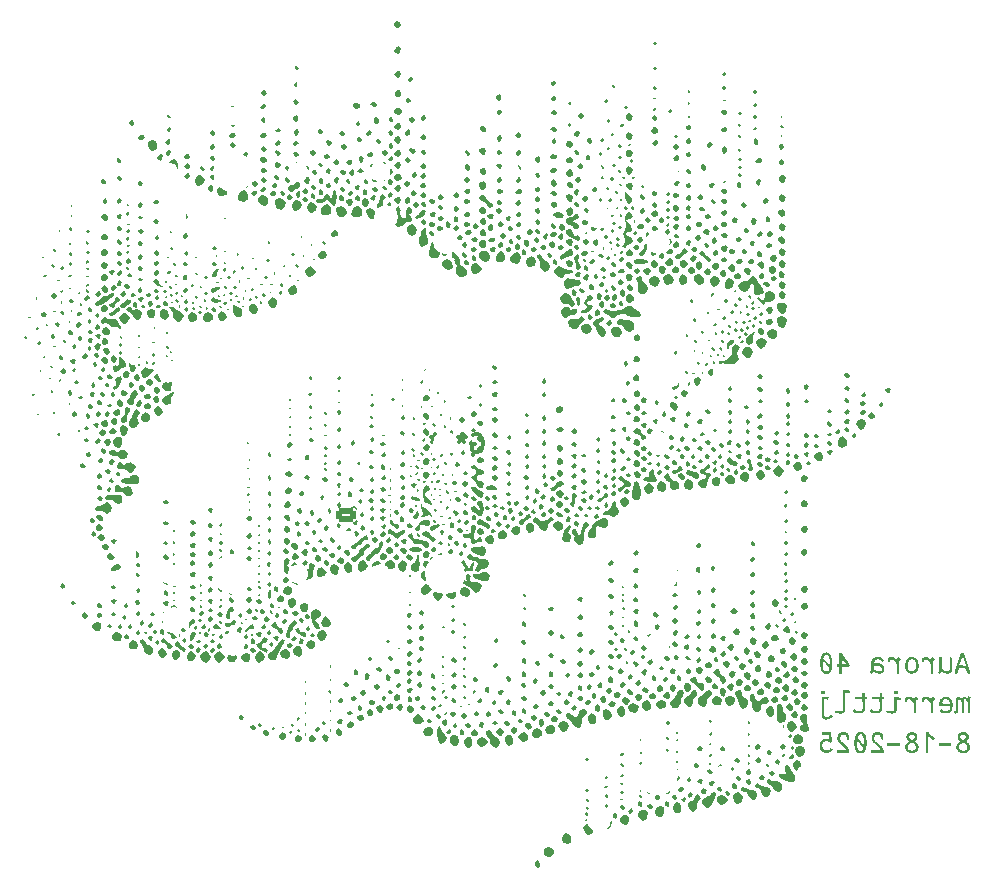
<source format=gbo>
%TF.GenerationSoftware,KiCad,Pcbnew,9.0.1*%
%TF.CreationDate,2025-08-18T19:36:27-06:00*%
%TF.ProjectId,aurora40_kicad,6175726f-7261-4343-905f-6b696361642e,1*%
%TF.SameCoordinates,Original*%
%TF.FileFunction,Legend,Bot*%
%TF.FilePolarity,Positive*%
%FSLAX46Y46*%
G04 Gerber Fmt 4.6, Leading zero omitted, Abs format (unit mm)*
G04 Created by KiCad (PCBNEW 9.0.1) date 2025-08-18 19:36:27*
%MOMM*%
%LPD*%
G01*
G04 APERTURE LIST*
G04 Aperture macros list*
%AMRoundRect*
0 Rectangle with rounded corners*
0 $1 Rounding radius*
0 $2 $3 $4 $5 $6 $7 $8 $9 X,Y pos of 4 corners*
0 Add a 4 corners polygon primitive as box body*
4,1,4,$2,$3,$4,$5,$6,$7,$8,$9,$2,$3,0*
0 Add four circle primitives for the rounded corners*
1,1,$1+$1,$2,$3*
1,1,$1+$1,$4,$5*
1,1,$1+$1,$6,$7*
1,1,$1+$1,$8,$9*
0 Add four rect primitives between the rounded corners*
20,1,$1+$1,$2,$3,$4,$5,0*
20,1,$1+$1,$4,$5,$6,$7,0*
20,1,$1+$1,$6,$7,$8,$9,0*
20,1,$1+$1,$8,$9,$2,$3,0*%
G04 Aperture macros list end*
%ADD10C,0.100000*%
%ADD11C,0.300000*%
%ADD12C,0.000000*%
%ADD13C,1.700000*%
%ADD14C,3.400000*%
%ADD15C,2.000000*%
%ADD16RoundRect,0.250000X-0.625000X0.350000X-0.625000X-0.350000X0.625000X-0.350000X0.625000X0.350000X0*%
%ADD17O,1.750000X1.200000*%
%ADD18C,0.900000*%
%ADD19R,0.700000X1.500000*%
%ADD20R,1.000000X0.800000*%
%ADD21R,1.550000X1.000000*%
G04 APERTURE END LIST*
D10*
G36*
X139398883Y-89422013D02*
G01*
X139434992Y-89581615D01*
X139442602Y-89640000D01*
X139221196Y-89640000D01*
X139209060Y-89553512D01*
X139188346Y-89474036D01*
X139107623Y-89228572D01*
X138953733Y-89205064D01*
X138672105Y-89189412D01*
X138510951Y-89185726D01*
X138460990Y-89184731D01*
X138365247Y-89472693D01*
X138337892Y-89640000D01*
X138113677Y-89640000D01*
X138130626Y-89511665D01*
X138156175Y-89404183D01*
X138308560Y-88948182D01*
X138521196Y-88948182D01*
X138768614Y-88952212D01*
X138827474Y-88954820D01*
X138940001Y-88961023D01*
X139040701Y-88975537D01*
X138786444Y-88144256D01*
X138521196Y-88948182D01*
X138308560Y-88948182D01*
X138672871Y-87858004D01*
X138906734Y-87858004D01*
X139398883Y-89422013D01*
G37*
G36*
X136813572Y-89656486D02*
G01*
X136701465Y-89496507D01*
X136763737Y-89439293D01*
X136812511Y-89368871D01*
X136825785Y-89315889D01*
X136825785Y-88246350D01*
X137041817Y-88246350D01*
X137041817Y-89172030D01*
X137092244Y-89254348D01*
X137160906Y-89316536D01*
X137227584Y-89357620D01*
X137252355Y-89371943D01*
X137304160Y-89398848D01*
X137355551Y-89415795D01*
X137469731Y-89429462D01*
X137584513Y-89416506D01*
X137614689Y-89404916D01*
X137645018Y-89377311D01*
X137669932Y-89340566D01*
X137683077Y-89300746D01*
X137683920Y-89008901D01*
X137687664Y-88526076D01*
X137695012Y-88354822D01*
X137708967Y-88245006D01*
X137927808Y-88281887D01*
X137913019Y-88373873D01*
X137900937Y-88646593D01*
X137897713Y-89069537D01*
X137896301Y-89350083D01*
X137882320Y-89424515D01*
X137841014Y-89494798D01*
X137772429Y-89561175D01*
X137743161Y-89582602D01*
X137666504Y-89618358D01*
X137562460Y-89636863D01*
X137460205Y-89640000D01*
X137447871Y-89640000D01*
X137376523Y-89634799D01*
X137310957Y-89622562D01*
X137192218Y-89578255D01*
X137082208Y-89506352D01*
X136995411Y-89426775D01*
X136978966Y-89475896D01*
X136957404Y-89517912D01*
X136897335Y-89590234D01*
X136813572Y-89656486D01*
G37*
G36*
X136098429Y-88446140D02*
G01*
X136153636Y-88355028D01*
X136232508Y-88276503D01*
X136275033Y-88241791D01*
X136314462Y-88209713D01*
X136456612Y-88405108D01*
X136432662Y-88426197D01*
X136348293Y-88508939D01*
X136325218Y-88549978D01*
X136317149Y-88597571D01*
X136317149Y-89638656D01*
X136103925Y-89640000D01*
X136103925Y-88813237D01*
X136063108Y-88731617D01*
X136020608Y-88663304D01*
X135977372Y-88607791D01*
X135933263Y-88563062D01*
X135842418Y-88500820D01*
X135746347Y-88468186D01*
X135655495Y-88459818D01*
X135614652Y-88463616D01*
X135585225Y-88474572D01*
X135555599Y-88508564D01*
X135543750Y-88567677D01*
X135542036Y-88612783D01*
X135540701Y-88653625D01*
X135327355Y-88653625D01*
X135327355Y-88645321D01*
X135331586Y-88542977D01*
X135345576Y-88453546D01*
X135363095Y-88397017D01*
X135387625Y-88348473D01*
X135414187Y-88314220D01*
X135446673Y-88286189D01*
X135482736Y-88265878D01*
X135524717Y-88251445D01*
X135617149Y-88240976D01*
X135715195Y-88245130D01*
X135803588Y-88258570D01*
X135868117Y-88276932D01*
X135928118Y-88302887D01*
X135980145Y-88334258D01*
X136029483Y-88373334D01*
X136098429Y-88446140D01*
G37*
G36*
X134586923Y-88229181D02*
G01*
X134649343Y-88240402D01*
X134706152Y-88258370D01*
X134758121Y-88282741D01*
X134849731Y-88350572D01*
X134926484Y-88445168D01*
X134988339Y-88569859D01*
X135032898Y-88728296D01*
X135055911Y-88921943D01*
X135057955Y-89004846D01*
X135054050Y-89097890D01*
X135042349Y-89184923D01*
X135024220Y-89261033D01*
X134999212Y-89331152D01*
X134969333Y-89391510D01*
X134933360Y-89445982D01*
X134893317Y-89492272D01*
X134847737Y-89532710D01*
X134797896Y-89566325D01*
X134742796Y-89593915D01*
X134616701Y-89630176D01*
X134497418Y-89640000D01*
X134494731Y-89640000D01*
X134417784Y-89636162D01*
X134347456Y-89624931D01*
X134284884Y-89607213D01*
X134228181Y-89583228D01*
X134131290Y-89517861D01*
X134052918Y-89428648D01*
X133991531Y-89312734D01*
X133948047Y-89165661D01*
X133925454Y-88982867D01*
X133923203Y-88896280D01*
X133923494Y-88889441D01*
X134140579Y-88889441D01*
X134140579Y-88914232D01*
X134144670Y-89028810D01*
X134157676Y-89129472D01*
X134175014Y-89199139D01*
X134199169Y-89259862D01*
X134225759Y-89304781D01*
X134258120Y-89342972D01*
X134262334Y-89347030D01*
X134311559Y-89383075D01*
X134362345Y-89407706D01*
X134461120Y-89426852D01*
X134494731Y-89428119D01*
X134553488Y-89424252D01*
X134606930Y-89412812D01*
X134653010Y-89395023D01*
X134694160Y-89370751D01*
X134760906Y-89304460D01*
X134809074Y-89212178D01*
X134836970Y-89089387D01*
X134842044Y-88998007D01*
X134837918Y-88878602D01*
X134824670Y-88770552D01*
X134806878Y-88694049D01*
X134781922Y-88626150D01*
X134754766Y-88575966D01*
X134721641Y-88532803D01*
X134686510Y-88500375D01*
X134645975Y-88474216D01*
X134601651Y-88455249D01*
X134551822Y-88442602D01*
X134472871Y-88436004D01*
X134417338Y-88439835D01*
X134367608Y-88451014D01*
X134324539Y-88468525D01*
X134286564Y-88492136D01*
X134223888Y-88557639D01*
X134177205Y-88650736D01*
X134148082Y-88777448D01*
X134140579Y-88889441D01*
X133923494Y-88889441D01*
X133927192Y-88802494D01*
X133939486Y-88706392D01*
X133958666Y-88619911D01*
X133985751Y-88539860D01*
X134003925Y-88500484D01*
X134041263Y-88438579D01*
X134084101Y-88384371D01*
X134127529Y-88342570D01*
X134176374Y-88307028D01*
X134228781Y-88278868D01*
X134287055Y-88256579D01*
X134425594Y-88229576D01*
X134519277Y-88225345D01*
X134586923Y-88229181D01*
G37*
G36*
X133202686Y-88446140D02*
G01*
X133257892Y-88355028D01*
X133336765Y-88276503D01*
X133379290Y-88241791D01*
X133418719Y-88209713D01*
X133560868Y-88405108D01*
X133536919Y-88426197D01*
X133452549Y-88508939D01*
X133429475Y-88549978D01*
X133421406Y-88597571D01*
X133421406Y-89638656D01*
X133208182Y-89640000D01*
X133208182Y-88813237D01*
X133167365Y-88731617D01*
X133124865Y-88663304D01*
X133081629Y-88607791D01*
X133037520Y-88563062D01*
X132946675Y-88500820D01*
X132850604Y-88468186D01*
X132759752Y-88459818D01*
X132718909Y-88463616D01*
X132689481Y-88474572D01*
X132659855Y-88508564D01*
X132648007Y-88567677D01*
X132646293Y-88612783D01*
X132644958Y-88653625D01*
X132431612Y-88653625D01*
X132431612Y-88645321D01*
X132435843Y-88542977D01*
X132449833Y-88453546D01*
X132467352Y-88397017D01*
X132491882Y-88348473D01*
X132518444Y-88314220D01*
X132550930Y-88286189D01*
X132586993Y-88265878D01*
X132628974Y-88251445D01*
X132721406Y-88240976D01*
X132819452Y-88245130D01*
X132907844Y-88258570D01*
X132972374Y-88276932D01*
X133032375Y-88302887D01*
X133084402Y-88334258D01*
X133133740Y-88373334D01*
X133202686Y-88446140D01*
G37*
G36*
X131689919Y-88237240D02*
G01*
X131773761Y-88250164D01*
X131840508Y-88268841D01*
X131903269Y-88295261D01*
X131957535Y-88326938D01*
X132008544Y-88366187D01*
X132099085Y-88466679D01*
X132159525Y-88565087D01*
X131981838Y-88678171D01*
X131932598Y-88597932D01*
X131883921Y-88537259D01*
X131845366Y-88502511D01*
X131804313Y-88476642D01*
X131714747Y-88447914D01*
X131597644Y-88439668D01*
X131530845Y-88443586D01*
X131472369Y-88455377D01*
X131427077Y-88472552D01*
X131387970Y-88496058D01*
X131330072Y-88558205D01*
X131291622Y-88646299D01*
X131272291Y-88771728D01*
X131270847Y-88825083D01*
X131325692Y-88796844D01*
X131390248Y-88775639D01*
X131538243Y-88756675D01*
X131603140Y-88755352D01*
X131696858Y-88759788D01*
X131785751Y-88775211D01*
X131847876Y-88795176D01*
X131908103Y-88823877D01*
X131961402Y-88858550D01*
X132013576Y-88902362D01*
X132032397Y-88920826D01*
X132095566Y-89006880D01*
X132138818Y-89115224D01*
X132154030Y-89228817D01*
X132139034Y-89339683D01*
X132094672Y-89443489D01*
X132023275Y-89532984D01*
X131979063Y-89569743D01*
X131929956Y-89600232D01*
X131877732Y-89623331D01*
X131821899Y-89639141D01*
X131737107Y-89647815D01*
X131656648Y-89644062D01*
X131584068Y-89633424D01*
X131455640Y-89593387D01*
X131343293Y-89529757D01*
X131221632Y-89426409D01*
X131209071Y-89475929D01*
X131191446Y-89516301D01*
X131142484Y-89578639D01*
X131079521Y-89627493D01*
X131043946Y-89653311D01*
X130930373Y-89490645D01*
X130970067Y-89460945D01*
X131038450Y-89403328D01*
X131048991Y-89367381D01*
X131056158Y-89205736D01*
X131056158Y-89039528D01*
X131270847Y-89039528D01*
X131270847Y-89168977D01*
X131316500Y-89232651D01*
X131403612Y-89320586D01*
X131463672Y-89363527D01*
X131535245Y-89400382D01*
X131618715Y-89427102D01*
X131714462Y-89439635D01*
X131737107Y-89440087D01*
X131782762Y-89436220D01*
X131823273Y-89424787D01*
X131856427Y-89407334D01*
X131884484Y-89383605D01*
X131923823Y-89319337D01*
X131940548Y-89229440D01*
X131940806Y-89215261D01*
X131936997Y-89173555D01*
X131925973Y-89134904D01*
X131882956Y-89065503D01*
X131811576Y-89008083D01*
X131712108Y-88967714D01*
X131592149Y-88952212D01*
X131452718Y-88966343D01*
X131333953Y-89005731D01*
X131270847Y-89039528D01*
X131056158Y-89039528D01*
X131056158Y-88755352D01*
X131060020Y-88684491D01*
X131071424Y-88617553D01*
X131089782Y-88555715D01*
X131114942Y-88498318D01*
X131146255Y-88446230D01*
X131183708Y-88399094D01*
X131226831Y-88357395D01*
X131275534Y-88321199D01*
X131389065Y-88266374D01*
X131523409Y-88237155D01*
X131600331Y-88233161D01*
X131689919Y-88237240D01*
G37*
G36*
X128573112Y-87938634D02*
G01*
X128653835Y-88087391D01*
X128820252Y-88332783D01*
X129082994Y-88676799D01*
X129204120Y-88827657D01*
X129258286Y-88895425D01*
X129176343Y-89073112D01*
X128537770Y-89073112D01*
X128537770Y-89640000D01*
X128324546Y-89640000D01*
X128324546Y-89069082D01*
X128149546Y-89069082D01*
X128149546Y-88858422D01*
X128324546Y-88858422D01*
X128537770Y-88858422D01*
X128972522Y-88858422D01*
X128788789Y-88644621D01*
X128673983Y-88493961D01*
X128573781Y-88347333D01*
X128537770Y-88287627D01*
X128537770Y-88858422D01*
X128324546Y-88858422D01*
X128324546Y-87858004D01*
X128547418Y-87858004D01*
X128573112Y-87938634D01*
G37*
G36*
X127306450Y-87854017D02*
G01*
X127361258Y-87865192D01*
X127458354Y-87907832D01*
X127542597Y-87977686D01*
X127615967Y-88077946D01*
X127677990Y-88213960D01*
X127725961Y-88391103D01*
X127755504Y-88611320D01*
X127762543Y-88797972D01*
X127758386Y-88934929D01*
X127744917Y-89070443D01*
X127725673Y-89178775D01*
X127698188Y-89281422D01*
X127668062Y-89361809D01*
X127631001Y-89435401D01*
X127593041Y-89492497D01*
X127549213Y-89542771D01*
X127504803Y-89581271D01*
X127455213Y-89613088D01*
X127404030Y-89636249D01*
X127347940Y-89652603D01*
X127243039Y-89663447D01*
X127179946Y-89659617D01*
X127122104Y-89648442D01*
X127069689Y-89630555D01*
X127022018Y-89606358D01*
X126937781Y-89538487D01*
X126866552Y-89442274D01*
X126807987Y-89312390D01*
X126763928Y-89142215D01*
X126737651Y-88925725D01*
X126731716Y-88737644D01*
X126732493Y-88711632D01*
X126943597Y-88711632D01*
X126953057Y-88985469D01*
X126971128Y-89123371D01*
X127003645Y-89248927D01*
X127029719Y-89310218D01*
X127062362Y-89362866D01*
X127093893Y-89397790D01*
X127130532Y-89425118D01*
X127167286Y-89442169D01*
X127208546Y-89452043D01*
X127243039Y-89454375D01*
X127288111Y-89450589D01*
X127327365Y-89439716D01*
X127390375Y-89399725D01*
X127440110Y-89333494D01*
X127480900Y-89231691D01*
X127487770Y-89207690D01*
X126951901Y-88521123D01*
X126943597Y-88711632D01*
X126732493Y-88711632D01*
X126735933Y-88596389D01*
X126749820Y-88454663D01*
X126769340Y-88343221D01*
X126771184Y-88336231D01*
X127002459Y-88336231D01*
X127534298Y-89018524D01*
X127544541Y-88933954D01*
X127550662Y-88822641D01*
X127545126Y-88632064D01*
X127522001Y-88429615D01*
X127500375Y-88332048D01*
X127470397Y-88243430D01*
X127441667Y-88185283D01*
X127406978Y-88136153D01*
X127374149Y-88104146D01*
X127336770Y-88080078D01*
X127299850Y-88066176D01*
X127258981Y-88059756D01*
X127245847Y-88059382D01*
X127204975Y-88063162D01*
X127169196Y-88073989D01*
X127110134Y-88114514D01*
X127060812Y-88183797D01*
X127015646Y-88294741D01*
X127002459Y-88336231D01*
X126771184Y-88336231D01*
X126797336Y-88237094D01*
X126827665Y-88154950D01*
X126865042Y-88079612D01*
X126902997Y-88021689D01*
X126946854Y-87970677D01*
X126990977Y-87931930D01*
X127040258Y-87899947D01*
X127090826Y-87876859D01*
X127146240Y-87860633D01*
X127247191Y-87850188D01*
X127306450Y-87854017D01*
G37*
G36*
X138454152Y-91600976D02*
G01*
X138535676Y-91615549D01*
X138608994Y-91658253D01*
X138677757Y-91731986D01*
X138723551Y-91804797D01*
X138738782Y-91730126D01*
X138758001Y-91693877D01*
X138784523Y-91661323D01*
X138816011Y-91635482D01*
X138853454Y-91615895D01*
X138891614Y-91604875D01*
X138934089Y-91600976D01*
X139006610Y-91615579D01*
X139090923Y-91663502D01*
X139175787Y-91746451D01*
X139215701Y-91804797D01*
X139235829Y-91650555D01*
X139258077Y-91569713D01*
X139463119Y-91626988D01*
X139434530Y-91732229D01*
X139422128Y-91878713D01*
X139422086Y-91889305D01*
X139418056Y-93000000D01*
X139225226Y-93000000D01*
X139225226Y-92058321D01*
X139187150Y-91983972D01*
X139148563Y-91924531D01*
X139110582Y-91879231D01*
X139073540Y-91846283D01*
X139038559Y-91824759D01*
X139005885Y-91813113D01*
X138980495Y-91810170D01*
X138955182Y-91813817D01*
X138937386Y-91823708D01*
X138918923Y-91856507D01*
X138914916Y-91901517D01*
X138914916Y-93000000D01*
X138722086Y-93000000D01*
X138722086Y-92056978D01*
X138676541Y-91967165D01*
X138633479Y-91899896D01*
X138597820Y-91858022D01*
X138563603Y-91830078D01*
X138534171Y-91815741D01*
X138505580Y-91810288D01*
X138500680Y-91810170D01*
X138474086Y-91813848D01*
X138453483Y-91823956D01*
X138426417Y-91859769D01*
X138413982Y-91918765D01*
X138413119Y-91946580D01*
X138413119Y-91964288D01*
X138413119Y-92737072D01*
X138413119Y-92739759D01*
X138409375Y-92792807D01*
X138398799Y-92839629D01*
X138359601Y-92917889D01*
X138298741Y-92977653D01*
X138219189Y-93018137D01*
X138179378Y-93028820D01*
X138095969Y-92847470D01*
X138138452Y-92826369D01*
X138178487Y-92795797D01*
X138203116Y-92766152D01*
X138218422Y-92731726D01*
X138221755Y-92705687D01*
X138221755Y-91992864D01*
X138226628Y-91904808D01*
X138245108Y-91803995D01*
X138266146Y-91742338D01*
X138296178Y-91686898D01*
X138324728Y-91652698D01*
X138359431Y-91625854D01*
X138393521Y-91610305D01*
X138432614Y-91602055D01*
X138454152Y-91600976D01*
G37*
G36*
X137430389Y-91604825D02*
G01*
X137499654Y-91616132D01*
X137563359Y-91634297D01*
X137622267Y-91659062D01*
X137726009Y-91727371D01*
X137811733Y-91820453D01*
X137878676Y-91938860D01*
X137924313Y-92083111D01*
X137944806Y-92252319D01*
X137945516Y-92292184D01*
X137941604Y-92393926D01*
X137929849Y-92489732D01*
X137911607Y-92574017D01*
X137886377Y-92652217D01*
X137856310Y-92719738D01*
X137820046Y-92781206D01*
X137779999Y-92833505D01*
X137734369Y-92879799D01*
X137685108Y-92918460D01*
X137630637Y-92951030D01*
X137571787Y-92976945D01*
X137507840Y-92996444D01*
X137363238Y-93015268D01*
X137338572Y-93015631D01*
X137186985Y-93001467D01*
X137054964Y-92961644D01*
X136941151Y-92899802D01*
X136846661Y-92821585D01*
X136804927Y-92777424D01*
X136801238Y-92773342D01*
X136969399Y-92622644D01*
X137010844Y-92672457D01*
X137069350Y-92723494D01*
X137120994Y-92755767D01*
X137181847Y-92782151D01*
X137239981Y-92797736D01*
X137304989Y-92805793D01*
X137333077Y-92806559D01*
X137400587Y-92802743D01*
X137461290Y-92791662D01*
X137514325Y-92774289D01*
X137561130Y-92750987D01*
X137636891Y-92688414D01*
X137690889Y-92605010D01*
X137722476Y-92500366D01*
X137729483Y-92413817D01*
X137182483Y-92393182D01*
X136791591Y-92368754D01*
X136790247Y-92310013D01*
X136795869Y-92196961D01*
X136800489Y-92169085D01*
X137007623Y-92169085D01*
X137326038Y-92192250D01*
X137729483Y-92204745D01*
X137725234Y-92144471D01*
X137713436Y-92086519D01*
X137694429Y-92031929D01*
X137668438Y-91981346D01*
X137636723Y-91936822D01*
X137598887Y-91897668D01*
X137557092Y-91865900D01*
X137510097Y-91840470D01*
X137460181Y-91822630D01*
X137405830Y-91811901D01*
X137354937Y-91808827D01*
X137302424Y-91812682D01*
X137252898Y-91824035D01*
X137164565Y-91867804D01*
X137092176Y-91938282D01*
X137038950Y-92034390D01*
X137009213Y-92154835D01*
X137007623Y-92169085D01*
X136800489Y-92169085D01*
X136819588Y-92053833D01*
X136844258Y-91969416D01*
X136879365Y-91885839D01*
X136915075Y-91823597D01*
X136959005Y-91765734D01*
X137003453Y-91721234D01*
X137054951Y-91682170D01*
X137108022Y-91652389D01*
X137167651Y-91628679D01*
X137230771Y-91612468D01*
X137300482Y-91603106D01*
X137356280Y-91600976D01*
X137430389Y-91604825D01*
G37*
G36*
X136098429Y-91806140D02*
G01*
X136153636Y-91715028D01*
X136232508Y-91636503D01*
X136275033Y-91601791D01*
X136314462Y-91569713D01*
X136456612Y-91765108D01*
X136432662Y-91786197D01*
X136348293Y-91868939D01*
X136325218Y-91909978D01*
X136317149Y-91957571D01*
X136317149Y-92998656D01*
X136103925Y-93000000D01*
X136103925Y-92173237D01*
X136063108Y-92091617D01*
X136020608Y-92023304D01*
X135977372Y-91967791D01*
X135933263Y-91923062D01*
X135842418Y-91860820D01*
X135746347Y-91828186D01*
X135655495Y-91819818D01*
X135614652Y-91823616D01*
X135585225Y-91834572D01*
X135555599Y-91868564D01*
X135543750Y-91927677D01*
X135542036Y-91972783D01*
X135540701Y-92013625D01*
X135327355Y-92013625D01*
X135327355Y-92005321D01*
X135331586Y-91902977D01*
X135345576Y-91813546D01*
X135363095Y-91757017D01*
X135387625Y-91708473D01*
X135414187Y-91674220D01*
X135446673Y-91646189D01*
X135482736Y-91625878D01*
X135524717Y-91611445D01*
X135617149Y-91600976D01*
X135715195Y-91605130D01*
X135803588Y-91618570D01*
X135868117Y-91636932D01*
X135928118Y-91662887D01*
X135980145Y-91694258D01*
X136029483Y-91733334D01*
X136098429Y-91806140D01*
G37*
G36*
X134650558Y-91806140D02*
G01*
X134705764Y-91715028D01*
X134784636Y-91636503D01*
X134827161Y-91601791D01*
X134866591Y-91569713D01*
X135008740Y-91765108D01*
X134984790Y-91786197D01*
X134900421Y-91868939D01*
X134877346Y-91909978D01*
X134869277Y-91957571D01*
X134869277Y-92998656D01*
X134656053Y-93000000D01*
X134656053Y-92173237D01*
X134615236Y-92091617D01*
X134572737Y-92023304D01*
X134529501Y-91967791D01*
X134485392Y-91923062D01*
X134394546Y-91860820D01*
X134298476Y-91828186D01*
X134207623Y-91819818D01*
X134166780Y-91823616D01*
X134137353Y-91834572D01*
X134107727Y-91868564D01*
X134095878Y-91927677D01*
X134094164Y-91972783D01*
X134092829Y-92013625D01*
X133879483Y-92013625D01*
X133879483Y-92005321D01*
X133883715Y-91902977D01*
X133897705Y-91813546D01*
X133915224Y-91757017D01*
X133939754Y-91708473D01*
X133966315Y-91674220D01*
X133998802Y-91646189D01*
X134034865Y-91625878D01*
X134076846Y-91611445D01*
X134169277Y-91600976D01*
X134267324Y-91605130D01*
X134355716Y-91618570D01*
X134420246Y-91636932D01*
X134480247Y-91662887D01*
X134532274Y-91694258D01*
X134581612Y-91733334D01*
X134650558Y-91806140D01*
G37*
G36*
X133280600Y-91077320D02*
G01*
X133280600Y-91384944D01*
X132959298Y-91384944D01*
X132959298Y-91077320D01*
X133280600Y-91077320D01*
G37*
G36*
X133138450Y-91614410D02*
G01*
X133351936Y-91629089D01*
X133584193Y-91671807D01*
X133544504Y-91865980D01*
X133369086Y-91837891D01*
X133191817Y-91827634D01*
X133191817Y-92717288D01*
X133184068Y-92807760D01*
X133170059Y-92855019D01*
X133145452Y-92900608D01*
X133117607Y-92933017D01*
X133080539Y-92962092D01*
X133064689Y-92971545D01*
X132974267Y-93003819D01*
X132826486Y-93022596D01*
X132784298Y-93023447D01*
X132691666Y-93019452D01*
X132597610Y-93007121D01*
X132512227Y-92987787D01*
X132431496Y-92960425D01*
X132368149Y-92930270D01*
X132312077Y-92893651D01*
X132301796Y-92885450D01*
X132394731Y-92729623D01*
X132480188Y-92776199D01*
X132607760Y-92812437D01*
X132767834Y-92829210D01*
X132785764Y-92829396D01*
X132866124Y-92826960D01*
X132924201Y-92813819D01*
X132945221Y-92800498D01*
X132961074Y-92781219D01*
X132977822Y-92720410D01*
X132978471Y-92711793D01*
X132979815Y-91614410D01*
X133138450Y-91614410D01*
G37*
G36*
X131769836Y-92402093D02*
G01*
X131764631Y-92227200D01*
X131750785Y-91811147D01*
X131587997Y-91807117D01*
X131154588Y-91807117D01*
X131154588Y-91606106D01*
X131179256Y-91606106D01*
X131587997Y-91608792D01*
X131754815Y-91608792D01*
X131752128Y-91297138D01*
X131968161Y-91295795D01*
X131969504Y-91615631D01*
X131990020Y-91615631D01*
X132064331Y-91619249D01*
X132129483Y-91632117D01*
X132102128Y-91831664D01*
X131990020Y-91816643D01*
X131970847Y-91816643D01*
X131979822Y-92144624D01*
X131987212Y-92402093D01*
X131987212Y-92460833D01*
X131978872Y-92624932D01*
X131963463Y-92701248D01*
X131936130Y-92775053D01*
X131933967Y-92779570D01*
X131903820Y-92833477D01*
X131869677Y-92878294D01*
X131833221Y-92913397D01*
X131792965Y-92941653D01*
X131696918Y-92981560D01*
X131565868Y-93002999D01*
X131418492Y-93007815D01*
X131310414Y-93003137D01*
X131213950Y-92986023D01*
X131124546Y-92949075D01*
X131034442Y-92881152D01*
X130972083Y-92802534D01*
X130934431Y-92721224D01*
X130929878Y-92707853D01*
X130926343Y-92697505D01*
X131098534Y-92620935D01*
X131099975Y-92624844D01*
X131131419Y-92690120D01*
X131163494Y-92729037D01*
X131210642Y-92763084D01*
X131276169Y-92783359D01*
X131421301Y-92795935D01*
X131568946Y-92791905D01*
X131611086Y-92783852D01*
X131647495Y-92769012D01*
X131703431Y-92722003D01*
X131742814Y-92648927D01*
X131765753Y-92541216D01*
X131769836Y-92456803D01*
X131769836Y-92402093D01*
G37*
G36*
X130321964Y-92402093D02*
G01*
X130316759Y-92227200D01*
X130302913Y-91811147D01*
X130140125Y-91807117D01*
X129706716Y-91807117D01*
X129706716Y-91606106D01*
X129731385Y-91606106D01*
X130140125Y-91608792D01*
X130306943Y-91608792D01*
X130304256Y-91297138D01*
X130520289Y-91295795D01*
X130521632Y-91615631D01*
X130542149Y-91615631D01*
X130616460Y-91619249D01*
X130681612Y-91632117D01*
X130654256Y-91831664D01*
X130542149Y-91816643D01*
X130522976Y-91816643D01*
X130531950Y-92144624D01*
X130539340Y-92402093D01*
X130539340Y-92460833D01*
X130531001Y-92624932D01*
X130515592Y-92701248D01*
X130488258Y-92775053D01*
X130486095Y-92779570D01*
X130455949Y-92833477D01*
X130421806Y-92878294D01*
X130385349Y-92913397D01*
X130345094Y-92941653D01*
X130249047Y-92981560D01*
X130117997Y-93002999D01*
X129970621Y-93007815D01*
X129862543Y-93003137D01*
X129766079Y-92986023D01*
X129676674Y-92949075D01*
X129586571Y-92881152D01*
X129524211Y-92802534D01*
X129486559Y-92721224D01*
X129482007Y-92707853D01*
X129478471Y-92697505D01*
X129650662Y-92620935D01*
X129652104Y-92624844D01*
X129683547Y-92690120D01*
X129715622Y-92729037D01*
X129762770Y-92763084D01*
X129828297Y-92783359D01*
X129973429Y-92795935D01*
X130121074Y-92791905D01*
X130163214Y-92783852D01*
X130199623Y-92769012D01*
X130255559Y-92722003D01*
X130294942Y-92648927D01*
X130317882Y-92541216D01*
X130321964Y-92456803D01*
X130321964Y-92402093D01*
G37*
G36*
X128797522Y-91053872D02*
G01*
X129020409Y-91059719D01*
X129135923Y-91071235D01*
X129251448Y-91092219D01*
X129213224Y-91287735D01*
X129071576Y-91268241D01*
X128953471Y-91264532D01*
X128889080Y-91265344D01*
X128852233Y-91265875D01*
X128848203Y-92717044D01*
X128840453Y-92807691D01*
X128826444Y-92854991D01*
X128801837Y-92900601D01*
X128774002Y-92933006D01*
X128736951Y-92962075D01*
X128721074Y-92971545D01*
X128630652Y-93003819D01*
X128482871Y-93022596D01*
X128440683Y-93023447D01*
X128348051Y-93019452D01*
X128253996Y-93007121D01*
X128168612Y-92987787D01*
X128087881Y-92960425D01*
X128024534Y-92930270D01*
X127968463Y-92893651D01*
X127958182Y-92885450D01*
X128051116Y-92729378D01*
X128136556Y-92776040D01*
X128264058Y-92812362D01*
X128423976Y-92829204D01*
X128442149Y-92829396D01*
X128522509Y-92826958D01*
X128580586Y-92813805D01*
X128601606Y-92800471D01*
X128617460Y-92781172D01*
X128634207Y-92720297D01*
X128634856Y-92711671D01*
X128639009Y-91053872D01*
X128797522Y-91053872D01*
G37*
G36*
X127151448Y-91077320D02*
G01*
X127151448Y-91384944D01*
X126831489Y-91389218D01*
X126831489Y-91081472D01*
X127151448Y-91077320D01*
G37*
G36*
X127059856Y-93158269D02*
G01*
X127066012Y-93189953D01*
X127083134Y-93228066D01*
X127107177Y-93259690D01*
X127141646Y-93287632D01*
X127177296Y-93304774D01*
X127221028Y-93315501D01*
X127260868Y-93318248D01*
X127284071Y-93318248D01*
X127334731Y-93315991D01*
X127390984Y-93304101D01*
X127452509Y-93274897D01*
X127518987Y-93220701D01*
X127563202Y-93170351D01*
X127609171Y-93105159D01*
X127620394Y-93087194D01*
X127792707Y-93221161D01*
X127744258Y-93292747D01*
X127694799Y-93352511D01*
X127644697Y-93401406D01*
X127594094Y-93440618D01*
X127488682Y-93495567D01*
X127373816Y-93524237D01*
X127255373Y-93531472D01*
X127175258Y-93527659D01*
X127105666Y-93516599D01*
X127048778Y-93499922D01*
X127000240Y-93477718D01*
X126960376Y-93451171D01*
X126927439Y-93420272D01*
X126879260Y-93344886D01*
X126852356Y-93247648D01*
X126846632Y-93163764D01*
X126846632Y-91608792D01*
X127006489Y-91608792D01*
X127218125Y-91623451D01*
X127449546Y-91666311D01*
X127411200Y-91860484D01*
X127254936Y-91830352D01*
X127092841Y-91820815D01*
X127083060Y-91820795D01*
X127061200Y-91820795D01*
X127059856Y-93158269D01*
G37*
G36*
X138909654Y-94597465D02*
G01*
X138976618Y-94608639D01*
X139037088Y-94626440D01*
X139091747Y-94650501D01*
X139140234Y-94680201D01*
X139182718Y-94715200D01*
X139249454Y-94799771D01*
X139290854Y-94901996D01*
X139304605Y-95015076D01*
X139290045Y-95103634D01*
X139244670Y-95197074D01*
X139169090Y-95285183D01*
X139123224Y-95321432D01*
X139075063Y-95349379D01*
X139066713Y-95353230D01*
X139131159Y-95388984D01*
X139196390Y-95435261D01*
X139252561Y-95485420D01*
X139303974Y-95543634D01*
X139342401Y-95599926D01*
X139373828Y-95661912D01*
X139394403Y-95721043D01*
X139407220Y-95784410D01*
X139411217Y-95846113D01*
X139407350Y-95914386D01*
X139395913Y-95979516D01*
X139377335Y-96040616D01*
X139351792Y-96097850D01*
X139319780Y-96150467D01*
X139281375Y-96198518D01*
X139237010Y-96241457D01*
X139186768Y-96279123D01*
X139130887Y-96311142D01*
X139069594Y-96337147D01*
X139002866Y-96356825D01*
X138931152Y-96369693D01*
X138834193Y-96375631D01*
X138755793Y-96371788D01*
X138682179Y-96360516D01*
X138614029Y-96342347D01*
X138551076Y-96317609D01*
X138493848Y-96286862D01*
X138442231Y-96250365D01*
X138396556Y-96208596D01*
X138356930Y-96161847D01*
X138296668Y-96054699D01*
X138263368Y-95931322D01*
X138258267Y-95859790D01*
X138474668Y-95859790D01*
X138478539Y-95912409D01*
X138490001Y-95960910D01*
X138508062Y-96003532D01*
X138532791Y-96041730D01*
X138600529Y-96103118D01*
X138693791Y-96144383D01*
X138814710Y-96162109D01*
X138834193Y-96162407D01*
X138902288Y-96158562D01*
X138963924Y-96147275D01*
X139016693Y-96129822D01*
X139063056Y-96106207D01*
X139101394Y-96077987D01*
X139133387Y-96044664D01*
X139176934Y-95965574D01*
X139193725Y-95869157D01*
X139193841Y-95859790D01*
X139190043Y-95808748D01*
X139179091Y-95761891D01*
X139136805Y-95677296D01*
X139065332Y-95600186D01*
X138957202Y-95525957D01*
X138834193Y-95464117D01*
X138704224Y-95530007D01*
X138644339Y-95568302D01*
X138590484Y-95611339D01*
X138548602Y-95655099D01*
X138514733Y-95704117D01*
X138493610Y-95749658D01*
X138479981Y-95799722D01*
X138474668Y-95859790D01*
X138258267Y-95859790D01*
X138257292Y-95846113D01*
X138271892Y-95729345D01*
X138314814Y-95619837D01*
X138385860Y-95517612D01*
X138484044Y-95425909D01*
X138601796Y-95353230D01*
X138515971Y-95298754D01*
X138437233Y-95212418D01*
X138407202Y-95162279D01*
X138385024Y-95108967D01*
X138369399Y-95015076D01*
X138369748Y-95009581D01*
X138584089Y-95009581D01*
X138599064Y-95071705D01*
X138647475Y-95138515D01*
X138731793Y-95200251D01*
X138834193Y-95239658D01*
X138942518Y-95197547D01*
X138989820Y-95167361D01*
X139029277Y-95133213D01*
X139059058Y-95097425D01*
X139079357Y-95060252D01*
X139089916Y-95009581D01*
X139086032Y-94971128D01*
X139074480Y-94934817D01*
X139055786Y-94902011D01*
X139029958Y-94872874D01*
X138997600Y-94848482D01*
X138958561Y-94829199D01*
X138913069Y-94815808D01*
X138861188Y-94809022D01*
X138837002Y-94808325D01*
X138781966Y-94812103D01*
X138733382Y-94822921D01*
X138691679Y-94839851D01*
X138656592Y-94862191D01*
X138628260Y-94889176D01*
X138606802Y-94920050D01*
X138584952Y-94991261D01*
X138584089Y-95009581D01*
X138369748Y-95009581D01*
X138373282Y-94953856D01*
X138384830Y-94895601D01*
X138403394Y-94842011D01*
X138429006Y-94792285D01*
X138460735Y-94747876D01*
X138498938Y-94708121D01*
X138542770Y-94673972D01*
X138592631Y-94645253D01*
X138648158Y-94622496D01*
X138709414Y-94606024D01*
X138837002Y-94593635D01*
X138909654Y-94597465D01*
G37*
G36*
X137844399Y-95539344D02*
G01*
X137844399Y-95752690D01*
X136768387Y-95752690D01*
X136768387Y-95539344D01*
X137844399Y-95539344D01*
G37*
G36*
X135926238Y-94578004D02*
G01*
X135932916Y-94589759D01*
X135974275Y-94658884D01*
X136064732Y-94774466D01*
X136133346Y-94845014D01*
X136220204Y-94921579D01*
X136327296Y-95002295D01*
X136456612Y-95085296D01*
X136318614Y-95292414D01*
X136084310Y-95111925D01*
X135981434Y-95021750D01*
X135897533Y-94934952D01*
X135882397Y-94916646D01*
X135879710Y-96375631D01*
X135655495Y-96375631D01*
X135655495Y-94594490D01*
X135926238Y-94578004D01*
G37*
G36*
X134566039Y-94597465D02*
G01*
X134633003Y-94608639D01*
X134693474Y-94626440D01*
X134748132Y-94650501D01*
X134796619Y-94680201D01*
X134839103Y-94715200D01*
X134905839Y-94799771D01*
X134947239Y-94901996D01*
X134960990Y-95015076D01*
X134946431Y-95103634D01*
X134901055Y-95197074D01*
X134825475Y-95285183D01*
X134779609Y-95321432D01*
X134731449Y-95349379D01*
X134723098Y-95353230D01*
X134787544Y-95388984D01*
X134852775Y-95435261D01*
X134908946Y-95485420D01*
X134960360Y-95543634D01*
X134998786Y-95599926D01*
X135030213Y-95661912D01*
X135050788Y-95721043D01*
X135063606Y-95784410D01*
X135067602Y-95846113D01*
X135063735Y-95914386D01*
X135052298Y-95979516D01*
X135033720Y-96040616D01*
X135008177Y-96097850D01*
X134976166Y-96150467D01*
X134937760Y-96198518D01*
X134893395Y-96241457D01*
X134843154Y-96279123D01*
X134787273Y-96311142D01*
X134725979Y-96337147D01*
X134659251Y-96356825D01*
X134587538Y-96369693D01*
X134490579Y-96375631D01*
X134412179Y-96371788D01*
X134338565Y-96360516D01*
X134270414Y-96342347D01*
X134207461Y-96317609D01*
X134150233Y-96286862D01*
X134098616Y-96250365D01*
X134052942Y-96208596D01*
X134013316Y-96161847D01*
X133953054Y-96054699D01*
X133919753Y-95931322D01*
X133914652Y-95859790D01*
X134131053Y-95859790D01*
X134134924Y-95912409D01*
X134146386Y-95960910D01*
X134164448Y-96003532D01*
X134189177Y-96041730D01*
X134256914Y-96103118D01*
X134350176Y-96144383D01*
X134471095Y-96162109D01*
X134490579Y-96162407D01*
X134558674Y-96158562D01*
X134620309Y-96147275D01*
X134673078Y-96129822D01*
X134719441Y-96106207D01*
X134757780Y-96077987D01*
X134789772Y-96044664D01*
X134833319Y-95965574D01*
X134850110Y-95869157D01*
X134850226Y-95859790D01*
X134846429Y-95808748D01*
X134835477Y-95761891D01*
X134793190Y-95677296D01*
X134721717Y-95600186D01*
X134613588Y-95525957D01*
X134490579Y-95464117D01*
X134360609Y-95530007D01*
X134300724Y-95568302D01*
X134246870Y-95611339D01*
X134204987Y-95655099D01*
X134171118Y-95704117D01*
X134149995Y-95749658D01*
X134136367Y-95799722D01*
X134131053Y-95859790D01*
X133914652Y-95859790D01*
X133913677Y-95846113D01*
X133928277Y-95729345D01*
X133971200Y-95619837D01*
X134042246Y-95517612D01*
X134140429Y-95425909D01*
X134258182Y-95353230D01*
X134172356Y-95298754D01*
X134093618Y-95212418D01*
X134063587Y-95162279D01*
X134041409Y-95108967D01*
X134025785Y-95015076D01*
X134026133Y-95009581D01*
X134240474Y-95009581D01*
X134255449Y-95071705D01*
X134303860Y-95138515D01*
X134388178Y-95200251D01*
X134490579Y-95239658D01*
X134598904Y-95197547D01*
X134646205Y-95167361D01*
X134685662Y-95133213D01*
X134715443Y-95097425D01*
X134735742Y-95060252D01*
X134746301Y-95009581D01*
X134742418Y-94971128D01*
X134730865Y-94934817D01*
X134712171Y-94902011D01*
X134686343Y-94872874D01*
X134653985Y-94848482D01*
X134614946Y-94829199D01*
X134569454Y-94815808D01*
X134517573Y-94809022D01*
X134493387Y-94808325D01*
X134438351Y-94812103D01*
X134389768Y-94822921D01*
X134348064Y-94839851D01*
X134312978Y-94862191D01*
X134284645Y-94889176D01*
X134263187Y-94920050D01*
X134241337Y-94991261D01*
X134240474Y-95009581D01*
X134026133Y-95009581D01*
X134029667Y-94953856D01*
X134041215Y-94895601D01*
X134059780Y-94842011D01*
X134085392Y-94792285D01*
X134117121Y-94747876D01*
X134155323Y-94708121D01*
X134199156Y-94673972D01*
X134249016Y-94645253D01*
X134304543Y-94622496D01*
X134365799Y-94606024D01*
X134493387Y-94593635D01*
X134566039Y-94597465D01*
G37*
G36*
X133500785Y-95539344D02*
G01*
X133500785Y-95752690D01*
X132424773Y-95752690D01*
X132424773Y-95539344D01*
X133500785Y-95539344D01*
G37*
G36*
X131849214Y-95191664D02*
G01*
X131860083Y-95153745D01*
X131866922Y-95105568D01*
X131863075Y-95039500D01*
X131851775Y-94981702D01*
X131834843Y-94935078D01*
X131812040Y-94895307D01*
X131784776Y-94863299D01*
X131752595Y-94837361D01*
X131672774Y-94802649D01*
X131575785Y-94791350D01*
X131523064Y-94795144D01*
X131476568Y-94806075D01*
X131436524Y-94823218D01*
X131402120Y-94846009D01*
X131347868Y-94908344D01*
X131312984Y-94993810D01*
X131300889Y-95097386D01*
X131316135Y-95179954D01*
X131368959Y-95287637D01*
X131410084Y-95344266D01*
X131459969Y-95398743D01*
X131466364Y-95404888D01*
X131646852Y-95558090D01*
X131854588Y-95732784D01*
X131925050Y-95803906D01*
X131981227Y-95872210D01*
X132021392Y-95933267D01*
X132052058Y-95993978D01*
X132089794Y-96119420D01*
X132097976Y-96230184D01*
X132096584Y-96298222D01*
X132095289Y-96360000D01*
X131057623Y-96360000D01*
X131057623Y-96148119D01*
X131857397Y-96150928D01*
X131835567Y-96072143D01*
X131807576Y-96018910D01*
X131766520Y-95960990D01*
X131719277Y-95909005D01*
X131498413Y-95713683D01*
X131300889Y-95538733D01*
X131230285Y-95457012D01*
X131166794Y-95365467D01*
X131130588Y-95297024D01*
X131103260Y-95224857D01*
X131089037Y-95163126D01*
X131083539Y-95099375D01*
X131083513Y-95094699D01*
X131087404Y-95007404D01*
X131099011Y-94928570D01*
X131116518Y-94863113D01*
X131140453Y-94804683D01*
X131168892Y-94755864D01*
X131202929Y-94713144D01*
X131285568Y-94646828D01*
X131391515Y-94602247D01*
X131527095Y-94579908D01*
X131586653Y-94578004D01*
X131656130Y-94581884D01*
X131722847Y-94593418D01*
X131785057Y-94612060D01*
X131843236Y-94637787D01*
X131895130Y-94669333D01*
X131941987Y-94707245D01*
X131981819Y-94749695D01*
X132015846Y-94797806D01*
X132042785Y-94849764D01*
X132063241Y-94906816D01*
X132076543Y-94967757D01*
X132082615Y-95033401D01*
X132082955Y-95053667D01*
X132082312Y-95069773D01*
X132081612Y-95087861D01*
X132062690Y-95209977D01*
X132054256Y-95240879D01*
X131849214Y-95191664D01*
G37*
G36*
X130202194Y-94574017D02*
G01*
X130257001Y-94585192D01*
X130354097Y-94627832D01*
X130438340Y-94697686D01*
X130511710Y-94797946D01*
X130573733Y-94933960D01*
X130621704Y-95111103D01*
X130651248Y-95331320D01*
X130658286Y-95517972D01*
X130654129Y-95654929D01*
X130640660Y-95790443D01*
X130621416Y-95898775D01*
X130593931Y-96001422D01*
X130563805Y-96081809D01*
X130526744Y-96155401D01*
X130488785Y-96212497D01*
X130444956Y-96262771D01*
X130400546Y-96301271D01*
X130350956Y-96333088D01*
X130299773Y-96356249D01*
X130243683Y-96372603D01*
X130138782Y-96383447D01*
X130075689Y-96379617D01*
X130017847Y-96368442D01*
X129965432Y-96350555D01*
X129917761Y-96326358D01*
X129833524Y-96258487D01*
X129762295Y-96162274D01*
X129703730Y-96032390D01*
X129659671Y-95862215D01*
X129633394Y-95645725D01*
X129627459Y-95457644D01*
X129628236Y-95431632D01*
X129839340Y-95431632D01*
X129848800Y-95705469D01*
X129866871Y-95843371D01*
X129899388Y-95968927D01*
X129925462Y-96030218D01*
X129958105Y-96082866D01*
X129989636Y-96117790D01*
X130026275Y-96145118D01*
X130063029Y-96162169D01*
X130104290Y-96172043D01*
X130138782Y-96174375D01*
X130183854Y-96170589D01*
X130223108Y-96159716D01*
X130286118Y-96119725D01*
X130335853Y-96053494D01*
X130376643Y-95951691D01*
X130383513Y-95927690D01*
X129847644Y-95241123D01*
X129839340Y-95431632D01*
X129628236Y-95431632D01*
X129631676Y-95316389D01*
X129645563Y-95174663D01*
X129665083Y-95063221D01*
X129666927Y-95056231D01*
X129898203Y-95056231D01*
X130430041Y-95738524D01*
X130440284Y-95653954D01*
X130446406Y-95542641D01*
X130440869Y-95352064D01*
X130417745Y-95149615D01*
X130396118Y-95052048D01*
X130366140Y-94963430D01*
X130337410Y-94905283D01*
X130302721Y-94856153D01*
X130269892Y-94824146D01*
X130232513Y-94800078D01*
X130195593Y-94786176D01*
X130154724Y-94779756D01*
X130141591Y-94779382D01*
X130100718Y-94783162D01*
X130064939Y-94793989D01*
X130005877Y-94834514D01*
X129956555Y-94903797D01*
X129911389Y-95014741D01*
X129898203Y-95056231D01*
X129666927Y-95056231D01*
X129693080Y-94957094D01*
X129723408Y-94874950D01*
X129760785Y-94799612D01*
X129798740Y-94741689D01*
X129842597Y-94690677D01*
X129886720Y-94651930D01*
X129936002Y-94619947D01*
X129986570Y-94596859D01*
X130041983Y-94580633D01*
X130142934Y-94570188D01*
X130202194Y-94574017D01*
G37*
G36*
X128953471Y-95191664D02*
G01*
X128964340Y-95153745D01*
X128971179Y-95105568D01*
X128967332Y-95039500D01*
X128956032Y-94981702D01*
X128939099Y-94935078D01*
X128916297Y-94895307D01*
X128889033Y-94863299D01*
X128856851Y-94837361D01*
X128777031Y-94802649D01*
X128680041Y-94791350D01*
X128627320Y-94795144D01*
X128580825Y-94806075D01*
X128540781Y-94823218D01*
X128506377Y-94846009D01*
X128452125Y-94908344D01*
X128417241Y-94993810D01*
X128405146Y-95097386D01*
X128420392Y-95179954D01*
X128473215Y-95287637D01*
X128514340Y-95344266D01*
X128564226Y-95398743D01*
X128570621Y-95404888D01*
X128751109Y-95558090D01*
X128958845Y-95732784D01*
X129029307Y-95803906D01*
X129085484Y-95872210D01*
X129125649Y-95933267D01*
X129156315Y-95993978D01*
X129194050Y-96119420D01*
X129202233Y-96230184D01*
X129200841Y-96298222D01*
X129199546Y-96360000D01*
X128161880Y-96360000D01*
X128161880Y-96148119D01*
X128961653Y-96150928D01*
X128939824Y-96072143D01*
X128911833Y-96018910D01*
X128870777Y-95960990D01*
X128823534Y-95909005D01*
X128602670Y-95713683D01*
X128405146Y-95538733D01*
X128334541Y-95457012D01*
X128271051Y-95365467D01*
X128234845Y-95297024D01*
X128207516Y-95224857D01*
X128193294Y-95163126D01*
X128187796Y-95099375D01*
X128187770Y-95094699D01*
X128191661Y-95007404D01*
X128203268Y-94928570D01*
X128220774Y-94863113D01*
X128244710Y-94804683D01*
X128273148Y-94755864D01*
X128307185Y-94713144D01*
X128389825Y-94646828D01*
X128495772Y-94602247D01*
X128631352Y-94579908D01*
X128690910Y-94578004D01*
X128760387Y-94581884D01*
X128827103Y-94593418D01*
X128889314Y-94612060D01*
X128947493Y-94637787D01*
X128999386Y-94669333D01*
X129046244Y-94707245D01*
X129086075Y-94749695D01*
X129120102Y-94797806D01*
X129147042Y-94849764D01*
X129167497Y-94906816D01*
X129180800Y-94967757D01*
X129186871Y-95033401D01*
X129187212Y-95053667D01*
X129186569Y-95069773D01*
X129185868Y-95087861D01*
X129166947Y-95209977D01*
X129158513Y-95240879D01*
X128953471Y-95191664D01*
G37*
G36*
X127254030Y-95359581D02*
G01*
X127191723Y-95364187D01*
X127124672Y-95380798D01*
X127089898Y-95395118D01*
X127045707Y-95419978D01*
X127006833Y-95452244D01*
X126977530Y-95487504D01*
X126953227Y-95529897D01*
X126921787Y-95635638D01*
X126913555Y-95745729D01*
X126917434Y-95820092D01*
X126928953Y-95887310D01*
X126946447Y-95943454D01*
X126970303Y-95993076D01*
X126998606Y-96033893D01*
X127032356Y-96068623D01*
X127113609Y-96118470D01*
X127216249Y-96143902D01*
X127270394Y-96146775D01*
X127318878Y-96142998D01*
X127363459Y-96132187D01*
X127445600Y-96090025D01*
X127522073Y-96018302D01*
X127590352Y-95921706D01*
X127772191Y-96041751D01*
X127724617Y-96112937D01*
X127667835Y-96180785D01*
X127613480Y-96232368D01*
X127552514Y-96277626D01*
X127494493Y-96310203D01*
X127431393Y-96335537D01*
X127370022Y-96351210D01*
X127304402Y-96359166D01*
X127274546Y-96360000D01*
X127271737Y-96360000D01*
X127194548Y-96355458D01*
X127121023Y-96343120D01*
X127054552Y-96324004D01*
X126992345Y-96297735D01*
X126937127Y-96265836D01*
X126886627Y-96227354D01*
X126842552Y-96183775D01*
X126803630Y-96134004D01*
X126770655Y-96078887D01*
X126743371Y-96017747D01*
X126722073Y-95950403D01*
X126707180Y-95876998D01*
X126697522Y-95742920D01*
X126712212Y-95596642D01*
X126754394Y-95465910D01*
X126821405Y-95352317D01*
X126909632Y-95259512D01*
X126994277Y-95202411D01*
X127112844Y-95160310D01*
X127239108Y-95143941D01*
X127258060Y-95143670D01*
X127371522Y-95157457D01*
X127478193Y-95197179D01*
X127515125Y-95217431D01*
X127483740Y-94814797D01*
X126857501Y-94814797D01*
X126857501Y-94604260D01*
X127676448Y-94601451D01*
X127739340Y-95433342D01*
X127567027Y-95506981D01*
X127562477Y-95502346D01*
X127525064Y-95466672D01*
X127460165Y-95419081D01*
X127369310Y-95377432D01*
X127314628Y-95364416D01*
X127254030Y-95359581D01*
G37*
D11*
X97321427Y-69449757D02*
X97464285Y-69378328D01*
X97464285Y-69378328D02*
X97678570Y-69378328D01*
X97678570Y-69378328D02*
X97892856Y-69449757D01*
X97892856Y-69449757D02*
X98035713Y-69592614D01*
X98035713Y-69592614D02*
X98107142Y-69735471D01*
X98107142Y-69735471D02*
X98178570Y-70021185D01*
X98178570Y-70021185D02*
X98178570Y-70235471D01*
X98178570Y-70235471D02*
X98107142Y-70521185D01*
X98107142Y-70521185D02*
X98035713Y-70664042D01*
X98035713Y-70664042D02*
X97892856Y-70806900D01*
X97892856Y-70806900D02*
X97678570Y-70878328D01*
X97678570Y-70878328D02*
X97535713Y-70878328D01*
X97535713Y-70878328D02*
X97321427Y-70806900D01*
X97321427Y-70806900D02*
X97249999Y-70735471D01*
X97249999Y-70735471D02*
X97249999Y-70235471D01*
X97249999Y-70235471D02*
X97535713Y-70235471D01*
X96392856Y-69378328D02*
X96392856Y-69735471D01*
X96749999Y-69592614D02*
X96392856Y-69735471D01*
X96392856Y-69735471D02*
X96035713Y-69592614D01*
X96607142Y-70021185D02*
X96392856Y-69735471D01*
X96392856Y-69735471D02*
X96178570Y-70021185D01*
X95249999Y-69378328D02*
X95249999Y-69735471D01*
X95607142Y-69592614D02*
X95249999Y-69735471D01*
X95249999Y-69735471D02*
X94892856Y-69592614D01*
X95464285Y-70021185D02*
X95249999Y-69735471D01*
X95249999Y-69735471D02*
X95035713Y-70021185D01*
X94107142Y-69378328D02*
X94107142Y-69735471D01*
X94464285Y-69592614D02*
X94107142Y-69735471D01*
X94107142Y-69735471D02*
X93749999Y-69592614D01*
X94321428Y-70021185D02*
X94107142Y-69735471D01*
X94107142Y-69735471D02*
X93892856Y-70021185D01*
D12*
%TO.C,G\u002A\u002A\u002A*%
G36*
X59948387Y-62907742D02*
G01*
X59866452Y-62989677D01*
X59784516Y-62907742D01*
X59866452Y-62825806D01*
X59948387Y-62907742D01*
G37*
G36*
X60603871Y-67660000D02*
G01*
X60521936Y-67741935D01*
X60440000Y-67660000D01*
X60521936Y-67578064D01*
X60603871Y-67660000D01*
G37*
G36*
X71583226Y-54386451D02*
G01*
X71501291Y-54468387D01*
X71419355Y-54386451D01*
X71501291Y-54304516D01*
X71583226Y-54386451D01*
G37*
G36*
X71910968Y-58155484D02*
G01*
X71829033Y-58237419D01*
X71747097Y-58155484D01*
X71829033Y-58073548D01*
X71910968Y-58155484D01*
G37*
G36*
X71910968Y-63071613D02*
G01*
X71829033Y-63153548D01*
X71747097Y-63071613D01*
X71829033Y-62989677D01*
X71910968Y-63071613D01*
G37*
G36*
X71910968Y-63727096D02*
G01*
X71829033Y-63809032D01*
X71747097Y-63727096D01*
X71829033Y-63645161D01*
X71910968Y-63727096D01*
G37*
G36*
X72074839Y-83391613D02*
G01*
X71992904Y-83473548D01*
X71910968Y-83391613D01*
X71992904Y-83309677D01*
X72074839Y-83391613D01*
G37*
G36*
X72238710Y-56680645D02*
G01*
X72156775Y-56762580D01*
X72074839Y-56680645D01*
X72156775Y-56598709D01*
X72238710Y-56680645D01*
G37*
G36*
X74369033Y-83391613D02*
G01*
X74287097Y-83473548D01*
X74205162Y-83391613D01*
X74287097Y-83309677D01*
X74369033Y-83391613D01*
G37*
G36*
X76663226Y-58810967D02*
G01*
X76581291Y-58892903D01*
X76499355Y-58810967D01*
X76581291Y-58729032D01*
X76663226Y-58810967D01*
G37*
G36*
X77974194Y-58483225D02*
G01*
X77892258Y-58565161D01*
X77810323Y-58483225D01*
X77892258Y-58401290D01*
X77974194Y-58483225D01*
G37*
G36*
X80268387Y-57336129D02*
G01*
X80186452Y-57418064D01*
X80104516Y-57336129D01*
X80186452Y-57254193D01*
X80268387Y-57336129D01*
G37*
G36*
X81907097Y-67168387D02*
G01*
X81825162Y-67250322D01*
X81743226Y-67168387D01*
X81825162Y-67086451D01*
X81907097Y-67168387D01*
G37*
G36*
X82562581Y-56352903D02*
G01*
X82480646Y-56434838D01*
X82398710Y-56352903D01*
X82480646Y-56270967D01*
X82562581Y-56352903D01*
G37*
G36*
X85348387Y-93551613D02*
G01*
X85266452Y-93633548D01*
X85184516Y-93551613D01*
X85266452Y-93469677D01*
X85348387Y-93551613D01*
G37*
G36*
X90428387Y-75689677D02*
G01*
X90346452Y-75771613D01*
X90264516Y-75689677D01*
X90346452Y-75607742D01*
X90428387Y-75689677D01*
G37*
G36*
X92067097Y-82736129D02*
G01*
X91985162Y-82818064D01*
X91903226Y-82736129D01*
X91985162Y-82654193D01*
X92067097Y-82736129D01*
G37*
G36*
X94852904Y-89782580D02*
G01*
X94770968Y-89864516D01*
X94689033Y-89782580D01*
X94770968Y-89700645D01*
X94852904Y-89782580D01*
G37*
G36*
X94852904Y-90438064D02*
G01*
X94770968Y-90520000D01*
X94689033Y-90438064D01*
X94770968Y-90356129D01*
X94852904Y-90438064D01*
G37*
G36*
X95180646Y-79786451D02*
G01*
X95098710Y-79868387D01*
X95016775Y-79786451D01*
X95098710Y-79704516D01*
X95180646Y-79786451D01*
G37*
G36*
X110092904Y-84866451D02*
G01*
X110010968Y-84948387D01*
X109929033Y-84866451D01*
X110010968Y-84784516D01*
X110092904Y-84866451D01*
G37*
G36*
X59729893Y-64355268D02*
G01*
X59755530Y-64404558D01*
X59620646Y-64464516D01*
X59533893Y-64452690D01*
X59511398Y-64355268D01*
X59535416Y-64335656D01*
X59729893Y-64355268D01*
G37*
G36*
X59893764Y-59439139D02*
G01*
X59919401Y-59488429D01*
X59784516Y-59548387D01*
X59697764Y-59536561D01*
X59675269Y-59439139D01*
X59699287Y-59419527D01*
X59893764Y-59439139D01*
G37*
G36*
X60221506Y-65993978D02*
G01*
X60247143Y-66043268D01*
X60112258Y-66103225D01*
X60025506Y-66091399D01*
X60003011Y-65993978D01*
X60027029Y-65974366D01*
X60221506Y-65993978D01*
G37*
G36*
X60440000Y-57909677D02*
G01*
X60428174Y-57996430D01*
X60330753Y-58018924D01*
X60311141Y-57994906D01*
X60330753Y-57800430D01*
X60380043Y-57774793D01*
X60440000Y-57909677D01*
G37*
G36*
X60767742Y-63972903D02*
G01*
X60755916Y-64059656D01*
X60658495Y-64082150D01*
X60638883Y-64058132D01*
X60658495Y-63863656D01*
X60707784Y-63838018D01*
X60767742Y-63972903D01*
G37*
G36*
X61040861Y-54359139D02*
G01*
X61066498Y-54408429D01*
X60931613Y-54468387D01*
X60844860Y-54456561D01*
X60822366Y-54359139D01*
X60846384Y-54339527D01*
X61040861Y-54359139D01*
G37*
G36*
X61095484Y-62825806D02*
G01*
X61083658Y-62912559D01*
X60986237Y-62935053D01*
X60966625Y-62911035D01*
X60986237Y-62716559D01*
X61035526Y-62690922D01*
X61095484Y-62825806D01*
G37*
G36*
X61368603Y-60094623D02*
G01*
X61394240Y-60143913D01*
X61259355Y-60203871D01*
X61172602Y-60192044D01*
X61150108Y-60094623D01*
X61174126Y-60075011D01*
X61368603Y-60094623D01*
G37*
G36*
X61587097Y-64628387D02*
G01*
X61575271Y-64715140D01*
X61477850Y-64737634D01*
X61458238Y-64713616D01*
X61477850Y-64519139D01*
X61527139Y-64493502D01*
X61587097Y-64628387D01*
G37*
G36*
X61750968Y-65775484D02*
G01*
X61739142Y-65862236D01*
X61641721Y-65884731D01*
X61622109Y-65860713D01*
X61641721Y-65666236D01*
X61691010Y-65640599D01*
X61750968Y-65775484D01*
G37*
G36*
X62024086Y-58947527D02*
G01*
X62049723Y-58996816D01*
X61914839Y-59056774D01*
X61828086Y-59044948D01*
X61805592Y-58947527D01*
X61829610Y-58927914D01*
X62024086Y-58947527D01*
G37*
G36*
X62024086Y-61897204D02*
G01*
X62049723Y-61946493D01*
X61914839Y-62006451D01*
X61828086Y-61994625D01*
X61805592Y-61897204D01*
X61829610Y-61877592D01*
X62024086Y-61897204D01*
G37*
G36*
X61914839Y-67578064D02*
G01*
X61903013Y-67664817D01*
X61805592Y-67687311D01*
X61785980Y-67663293D01*
X61805592Y-67468817D01*
X61854881Y-67443180D01*
X61914839Y-67578064D01*
G37*
G36*
X62351828Y-56325591D02*
G01*
X62377465Y-56374881D01*
X62242581Y-56434838D01*
X62155828Y-56423012D01*
X62133334Y-56325591D01*
X62157352Y-56305979D01*
X62351828Y-56325591D01*
G37*
G36*
X62406452Y-52174193D02*
G01*
X62394626Y-52260946D01*
X62297205Y-52283440D01*
X62277593Y-52259422D01*
X62297205Y-52064946D01*
X62346494Y-52039309D01*
X62406452Y-52174193D01*
G37*
G36*
X62570323Y-58237419D02*
G01*
X62558497Y-58324172D01*
X62461076Y-58346666D01*
X62441463Y-58322648D01*
X62461076Y-58128172D01*
X62510365Y-58102535D01*
X62570323Y-58237419D01*
G37*
G36*
X63335054Y-53212043D02*
G01*
X63360691Y-53261332D01*
X63225807Y-53321290D01*
X63139054Y-53309464D01*
X63116560Y-53212043D01*
X63140578Y-53192430D01*
X63335054Y-53212043D01*
G37*
G36*
X63335054Y-56981075D02*
G01*
X63360691Y-57030364D01*
X63225807Y-57090322D01*
X63139054Y-57078496D01*
X63116560Y-56981075D01*
X63140578Y-56961463D01*
X63335054Y-56981075D01*
G37*
G36*
X63225807Y-59876129D02*
G01*
X63213981Y-59962881D01*
X63116560Y-59985376D01*
X63096947Y-59961358D01*
X63116560Y-59766881D01*
X63165849Y-59741244D01*
X63225807Y-59876129D01*
G37*
G36*
X63225807Y-66758709D02*
G01*
X63213981Y-66845462D01*
X63116560Y-66867957D01*
X63096947Y-66843939D01*
X63116560Y-66649462D01*
X63165849Y-66623825D01*
X63225807Y-66758709D01*
G37*
G36*
X63389678Y-50043871D02*
G01*
X63377852Y-50130623D01*
X63280430Y-50153118D01*
X63260818Y-50129100D01*
X63280430Y-49934623D01*
X63329720Y-49908986D01*
X63389678Y-50043871D01*
G37*
G36*
X63389678Y-50863225D02*
G01*
X63377852Y-50949978D01*
X63280430Y-50972473D01*
X63260818Y-50948455D01*
X63280430Y-50753978D01*
X63329720Y-50728341D01*
X63389678Y-50863225D01*
G37*
G36*
X63389678Y-58892903D02*
G01*
X63377852Y-58979656D01*
X63280430Y-59002150D01*
X63260818Y-58978132D01*
X63280430Y-58783656D01*
X63329720Y-58758018D01*
X63389678Y-58892903D01*
G37*
G36*
X64045162Y-57418064D02*
G01*
X64033335Y-57504817D01*
X63935914Y-57527311D01*
X63916302Y-57503293D01*
X63935914Y-57308817D01*
X63985204Y-57283180D01*
X64045162Y-57418064D01*
G37*
G36*
X64045162Y-69052903D02*
G01*
X64033335Y-69139656D01*
X63935914Y-69162150D01*
X63916302Y-69138132D01*
X63935914Y-68943656D01*
X63985204Y-68918018D01*
X64045162Y-69052903D01*
G37*
G36*
X64209033Y-58401290D02*
G01*
X64197206Y-58488043D01*
X64099785Y-58510537D01*
X64080173Y-58486519D01*
X64099785Y-58292043D01*
X64149075Y-58266406D01*
X64209033Y-58401290D01*
G37*
G36*
X64809893Y-55342365D02*
G01*
X64835530Y-55391655D01*
X64700646Y-55451613D01*
X64613893Y-55439786D01*
X64591398Y-55342365D01*
X64615416Y-55322753D01*
X64809893Y-55342365D01*
G37*
G36*
X64809893Y-55997849D02*
G01*
X64835530Y-56047139D01*
X64700646Y-56107096D01*
X64613893Y-56095270D01*
X64591398Y-55997849D01*
X64615416Y-55978237D01*
X64809893Y-55997849D01*
G37*
G36*
X68251183Y-49934623D02*
G01*
X68276820Y-49983913D01*
X68141936Y-50043871D01*
X68055183Y-50032044D01*
X68032689Y-49934623D01*
X68056707Y-49915011D01*
X68251183Y-49934623D01*
G37*
G36*
X68251183Y-51573333D02*
G01*
X68276820Y-51622622D01*
X68141936Y-51682580D01*
X68055183Y-51670754D01*
X68032689Y-51573333D01*
X68056707Y-51553721D01*
X68251183Y-51573333D01*
G37*
G36*
X68251183Y-53375914D02*
G01*
X68276820Y-53425203D01*
X68141936Y-53485161D01*
X68055183Y-53473335D01*
X68032689Y-53375914D01*
X68056707Y-53356301D01*
X68251183Y-53375914D01*
G37*
G36*
X69125162Y-61023225D02*
G01*
X69113335Y-61109978D01*
X69015914Y-61132473D01*
X68996302Y-61108455D01*
X69015914Y-60913978D01*
X69065204Y-60888341D01*
X69125162Y-61023225D01*
G37*
G36*
X69125162Y-62006451D02*
G01*
X69113335Y-62093204D01*
X69015914Y-62115699D01*
X68996302Y-62091680D01*
X69015914Y-61897204D01*
X69065204Y-61871567D01*
X69125162Y-62006451D01*
G37*
G36*
X69125162Y-62825806D02*
G01*
X69113335Y-62912559D01*
X69015914Y-62935053D01*
X68996302Y-62911035D01*
X69015914Y-62716559D01*
X69065204Y-62690922D01*
X69125162Y-62825806D01*
G37*
G36*
X69125162Y-63481290D02*
G01*
X69113335Y-63568043D01*
X69015914Y-63590537D01*
X68996302Y-63566519D01*
X69015914Y-63372043D01*
X69065204Y-63346406D01*
X69125162Y-63481290D01*
G37*
G36*
X69726022Y-86150107D02*
G01*
X69751659Y-86199397D01*
X69616775Y-86259354D01*
X69530022Y-86247528D01*
X69507527Y-86150107D01*
X69531545Y-86130495D01*
X69726022Y-86150107D01*
G37*
G36*
X69780646Y-63317419D02*
G01*
X69768819Y-63404172D01*
X69671398Y-63426666D01*
X69651786Y-63402648D01*
X69671398Y-63208172D01*
X69720688Y-63182535D01*
X69780646Y-63317419D01*
G37*
G36*
X70381506Y-61569462D02*
G01*
X70407143Y-61618751D01*
X70272258Y-61678709D01*
X70185506Y-61666883D01*
X70163011Y-61569462D01*
X70187029Y-61549850D01*
X70381506Y-61569462D01*
G37*
G36*
X70436129Y-60367742D02*
G01*
X70424303Y-60454494D01*
X70326882Y-60476989D01*
X70307270Y-60452971D01*
X70326882Y-60258494D01*
X70376172Y-60232857D01*
X70436129Y-60367742D01*
G37*
G36*
X71419355Y-56434838D02*
G01*
X71407529Y-56521591D01*
X71310108Y-56544086D01*
X71290496Y-56520068D01*
X71310108Y-56325591D01*
X71359397Y-56299954D01*
X71419355Y-56434838D01*
G37*
G36*
X71419355Y-57745806D02*
G01*
X71407529Y-57832559D01*
X71310108Y-57855053D01*
X71290496Y-57831035D01*
X71310108Y-57636559D01*
X71359397Y-57610922D01*
X71419355Y-57745806D01*
G37*
G36*
X71528603Y-60750107D02*
G01*
X71554240Y-60799397D01*
X71419355Y-60859354D01*
X71332602Y-60847528D01*
X71310108Y-60750107D01*
X71334126Y-60730495D01*
X71528603Y-60750107D01*
G37*
G36*
X71528603Y-62716559D02*
G01*
X71554240Y-62765848D01*
X71419355Y-62825806D01*
X71332602Y-62813980D01*
X71310108Y-62716559D01*
X71334126Y-62696947D01*
X71528603Y-62716559D01*
G37*
G36*
X71528603Y-64027527D02*
G01*
X71554240Y-64076816D01*
X71419355Y-64136774D01*
X71332602Y-64124948D01*
X71310108Y-64027527D01*
X71334126Y-64007914D01*
X71528603Y-64027527D01*
G37*
G36*
X71856344Y-52228817D02*
G01*
X71881982Y-52278106D01*
X71747097Y-52338064D01*
X71660344Y-52326238D01*
X71637850Y-52228817D01*
X71661868Y-52209205D01*
X71856344Y-52228817D01*
G37*
G36*
X71856344Y-62388817D02*
G01*
X71881982Y-62438106D01*
X71747097Y-62498064D01*
X71660344Y-62486238D01*
X71637850Y-62388817D01*
X71661868Y-62369205D01*
X71856344Y-62388817D01*
G37*
G36*
X71910968Y-64300645D02*
G01*
X71899142Y-64387398D01*
X71801721Y-64409892D01*
X71782109Y-64385874D01*
X71801721Y-64191397D01*
X71851010Y-64165760D01*
X71910968Y-64300645D01*
G37*
G36*
X72074839Y-77574193D02*
G01*
X72063013Y-77660946D01*
X71965592Y-77683440D01*
X71945980Y-77659422D01*
X71965592Y-77464946D01*
X72014881Y-77439309D01*
X72074839Y-77574193D01*
G37*
G36*
X72074839Y-78557419D02*
G01*
X72063013Y-78644172D01*
X71965592Y-78666666D01*
X71945980Y-78642648D01*
X71965592Y-78448172D01*
X72014881Y-78422535D01*
X72074839Y-78557419D01*
G37*
G36*
X72074839Y-79540645D02*
G01*
X72063013Y-79627398D01*
X71965592Y-79649892D01*
X71945980Y-79625874D01*
X71965592Y-79431397D01*
X72014881Y-79405760D01*
X72074839Y-79540645D01*
G37*
G36*
X72074839Y-80360000D02*
G01*
X72063013Y-80446752D01*
X71965592Y-80469247D01*
X71945980Y-80445229D01*
X71965592Y-80250752D01*
X72014881Y-80225115D01*
X72074839Y-80360000D01*
G37*
G36*
X72074839Y-81015484D02*
G01*
X72063013Y-81102236D01*
X71965592Y-81124731D01*
X71945980Y-81100713D01*
X71965592Y-80906236D01*
X72014881Y-80880599D01*
X72074839Y-81015484D01*
G37*
G36*
X72184086Y-81561720D02*
G01*
X72209723Y-81611010D01*
X72074839Y-81670967D01*
X71988086Y-81659141D01*
X71965592Y-81561720D01*
X71989610Y-81542108D01*
X72184086Y-81561720D01*
G37*
G36*
X72184086Y-82217204D02*
G01*
X72209723Y-82266493D01*
X72074839Y-82326451D01*
X71988086Y-82314625D01*
X71965592Y-82217204D01*
X71989610Y-82197592D01*
X72184086Y-82217204D01*
G37*
G36*
X72074839Y-82818064D02*
G01*
X72063013Y-82904817D01*
X71965592Y-82927311D01*
X71945980Y-82903293D01*
X71965592Y-82708817D01*
X72014881Y-82683180D01*
X72074839Y-82818064D01*
G37*
G36*
X72184086Y-84675268D02*
G01*
X72209723Y-84724558D01*
X72074839Y-84784516D01*
X71988086Y-84772690D01*
X71965592Y-84675268D01*
X71989610Y-84655656D01*
X72184086Y-84675268D01*
G37*
G36*
X72402581Y-85440000D02*
G01*
X72390755Y-85526752D01*
X72293334Y-85549247D01*
X72273722Y-85525229D01*
X72293334Y-85330752D01*
X72342623Y-85305115D01*
X72402581Y-85440000D01*
G37*
G36*
X72566452Y-58565161D02*
G01*
X72554626Y-58651914D01*
X72457205Y-58674408D01*
X72437593Y-58650390D01*
X72457205Y-58455914D01*
X72506494Y-58430277D01*
X72566452Y-58565161D01*
G37*
G36*
X72566452Y-86423225D02*
G01*
X72554626Y-86509978D01*
X72457205Y-86532473D01*
X72437593Y-86508455D01*
X72457205Y-86313978D01*
X72506494Y-86288341D01*
X72566452Y-86423225D01*
G37*
G36*
X72839570Y-57636559D02*
G01*
X72865207Y-57685848D01*
X72730323Y-57745806D01*
X72643570Y-57733980D01*
X72621076Y-57636559D01*
X72645094Y-57616947D01*
X72839570Y-57636559D01*
G37*
G36*
X73713549Y-58237419D02*
G01*
X73701723Y-58324172D01*
X73604301Y-58346666D01*
X73584689Y-58322648D01*
X73604301Y-58128172D01*
X73653591Y-58102535D01*
X73713549Y-58237419D01*
G37*
G36*
X73986667Y-54359139D02*
G01*
X74012304Y-54408429D01*
X73877420Y-54468387D01*
X73790667Y-54456561D01*
X73768172Y-54359139D01*
X73792191Y-54339527D01*
X73986667Y-54359139D01*
G37*
G36*
X74314409Y-86150107D02*
G01*
X74340046Y-86199397D01*
X74205162Y-86259354D01*
X74118409Y-86247528D01*
X74095914Y-86150107D01*
X74119932Y-86130495D01*
X74314409Y-86150107D01*
G37*
G36*
X74369033Y-56926451D02*
G01*
X74357206Y-57013204D01*
X74259785Y-57035699D01*
X74240173Y-57011680D01*
X74259785Y-56817204D01*
X74309075Y-56791567D01*
X74369033Y-56926451D01*
G37*
G36*
X74369033Y-82162580D02*
G01*
X74357206Y-82249333D01*
X74259785Y-82271828D01*
X74240173Y-82247809D01*
X74259785Y-82053333D01*
X74309075Y-82027696D01*
X74369033Y-82162580D01*
G37*
G36*
X74369033Y-82818064D02*
G01*
X74357206Y-82904817D01*
X74259785Y-82927311D01*
X74240173Y-82903293D01*
X74259785Y-82708817D01*
X74309075Y-82683180D01*
X74369033Y-82818064D01*
G37*
G36*
X74369033Y-83965161D02*
G01*
X74357206Y-84051914D01*
X74259785Y-84074408D01*
X74240173Y-84050390D01*
X74259785Y-83855914D01*
X74309075Y-83830277D01*
X74369033Y-83965161D01*
G37*
G36*
X74696775Y-58073548D02*
G01*
X74684948Y-58160301D01*
X74587527Y-58182795D01*
X74567915Y-58158777D01*
X74587527Y-57964301D01*
X74636817Y-57938664D01*
X74696775Y-58073548D01*
G37*
G36*
X74860646Y-58729032D02*
G01*
X74848819Y-58815785D01*
X74751398Y-58838279D01*
X74731786Y-58814261D01*
X74751398Y-58619785D01*
X74800688Y-58594148D01*
X74860646Y-58729032D01*
G37*
G36*
X75461506Y-86313978D02*
G01*
X75487143Y-86363268D01*
X75352258Y-86423225D01*
X75265506Y-86411399D01*
X75243011Y-86313978D01*
X75267029Y-86294366D01*
X75461506Y-86313978D01*
G37*
G36*
X75680000Y-54304516D02*
G01*
X75668174Y-54391269D01*
X75570753Y-54413763D01*
X75551141Y-54389745D01*
X75570753Y-54195268D01*
X75620043Y-54169631D01*
X75680000Y-54304516D01*
G37*
G36*
X75789248Y-56489462D02*
G01*
X75814885Y-56538751D01*
X75680000Y-56598709D01*
X75593248Y-56586883D01*
X75570753Y-56489462D01*
X75594771Y-56469850D01*
X75789248Y-56489462D01*
G37*
G36*
X75953119Y-57636559D02*
G01*
X75978756Y-57685848D01*
X75843871Y-57745806D01*
X75757119Y-57733980D01*
X75734624Y-57636559D01*
X75758642Y-57616947D01*
X75953119Y-57636559D01*
G37*
G36*
X76116990Y-56161720D02*
G01*
X76142627Y-56211010D01*
X76007742Y-56270967D01*
X75920990Y-56259141D01*
X75898495Y-56161720D01*
X75922513Y-56142108D01*
X76116990Y-56161720D01*
G37*
G36*
X76116990Y-77792688D02*
G01*
X76142627Y-77841977D01*
X76007742Y-77901935D01*
X75920990Y-77890109D01*
X75898495Y-77792688D01*
X75922513Y-77773076D01*
X76116990Y-77792688D01*
G37*
G36*
X76116990Y-81397849D02*
G01*
X76142627Y-81447139D01*
X76007742Y-81507096D01*
X75920990Y-81495270D01*
X75898495Y-81397849D01*
X75922513Y-81378237D01*
X76116990Y-81397849D01*
G37*
G36*
X76116990Y-83364301D02*
G01*
X76142627Y-83413590D01*
X76007742Y-83473548D01*
X75920990Y-83461722D01*
X75898495Y-83364301D01*
X75922513Y-83344689D01*
X76116990Y-83364301D01*
G37*
G36*
X76444732Y-51081720D02*
G01*
X76470369Y-51131010D01*
X76335484Y-51190967D01*
X76248731Y-51179141D01*
X76226237Y-51081720D01*
X76250255Y-51062108D01*
X76444732Y-51081720D01*
G37*
G36*
X76444732Y-53867527D02*
G01*
X76470369Y-53916816D01*
X76335484Y-53976774D01*
X76248731Y-53964948D01*
X76226237Y-53867527D01*
X76250255Y-53847914D01*
X76444732Y-53867527D01*
G37*
G36*
X76444732Y-54850752D02*
G01*
X76470369Y-54900042D01*
X76335484Y-54960000D01*
X76248731Y-54948173D01*
X76226237Y-54850752D01*
X76250255Y-54831140D01*
X76444732Y-54850752D01*
G37*
G36*
X76335484Y-57581935D02*
G01*
X76323658Y-57668688D01*
X76226237Y-57691182D01*
X76206625Y-57667164D01*
X76226237Y-57472688D01*
X76275526Y-57447051D01*
X76335484Y-57581935D01*
G37*
G36*
X76936344Y-57964301D02*
G01*
X76961982Y-58013590D01*
X76827097Y-58073548D01*
X76740344Y-58061722D01*
X76717850Y-57964301D01*
X76741868Y-57944689D01*
X76936344Y-57964301D01*
G37*
G36*
X77427957Y-57636559D02*
G01*
X77453594Y-57685848D01*
X77318710Y-57745806D01*
X77231957Y-57733980D01*
X77209463Y-57636559D01*
X77233481Y-57616947D01*
X77427957Y-57636559D01*
G37*
G36*
X77482581Y-54140645D02*
G01*
X77470755Y-54227398D01*
X77373334Y-54249892D01*
X77353722Y-54225874D01*
X77373334Y-54031397D01*
X77422623Y-54005760D01*
X77482581Y-54140645D01*
G37*
G36*
X77591828Y-58128172D02*
G01*
X77617465Y-58177461D01*
X77482581Y-58237419D01*
X77395828Y-58225593D01*
X77373334Y-58128172D01*
X77397352Y-58108560D01*
X77591828Y-58128172D01*
G37*
G36*
X77646452Y-56434838D02*
G01*
X77634626Y-56521591D01*
X77537205Y-56544086D01*
X77517593Y-56520068D01*
X77537205Y-56325591D01*
X77586494Y-56299954D01*
X77646452Y-56434838D01*
G37*
G36*
X77919570Y-85330752D02*
G01*
X77945207Y-85380042D01*
X77810323Y-85440000D01*
X77723570Y-85428173D01*
X77701076Y-85330752D01*
X77725094Y-85311140D01*
X77919570Y-85330752D01*
G37*
G36*
X77974194Y-57909677D02*
G01*
X77962368Y-57996430D01*
X77864947Y-58018924D01*
X77845334Y-57994906D01*
X77864947Y-57800430D01*
X77914236Y-57774793D01*
X77974194Y-57909677D01*
G37*
G36*
X78138065Y-57254193D02*
G01*
X78126239Y-57340946D01*
X78028818Y-57363440D01*
X78009205Y-57339422D01*
X78028818Y-57144946D01*
X78078107Y-57119309D01*
X78138065Y-57254193D01*
G37*
G36*
X78247312Y-85003010D02*
G01*
X78272949Y-85052300D01*
X78138065Y-85112258D01*
X78051312Y-85100431D01*
X78028818Y-85003010D01*
X78052836Y-84983398D01*
X78247312Y-85003010D01*
G37*
G36*
X78411183Y-56161720D02*
G01*
X78436820Y-56211010D01*
X78301936Y-56270967D01*
X78215183Y-56259141D01*
X78192689Y-56161720D01*
X78216707Y-56142108D01*
X78411183Y-56161720D01*
G37*
G36*
X78411183Y-70090752D02*
G01*
X78436820Y-70140042D01*
X78301936Y-70200000D01*
X78215183Y-70188173D01*
X78192689Y-70090752D01*
X78216707Y-70071140D01*
X78411183Y-70090752D01*
G37*
G36*
X78411183Y-72221075D02*
G01*
X78436820Y-72270364D01*
X78301936Y-72330322D01*
X78215183Y-72318496D01*
X78192689Y-72221075D01*
X78216707Y-72201463D01*
X78411183Y-72221075D01*
G37*
G36*
X78411183Y-73859785D02*
G01*
X78436820Y-73909074D01*
X78301936Y-73969032D01*
X78215183Y-73957206D01*
X78192689Y-73859785D01*
X78216707Y-73840172D01*
X78411183Y-73859785D01*
G37*
G36*
X78465807Y-71510967D02*
G01*
X78453981Y-71597720D01*
X78356560Y-71620215D01*
X78336947Y-71596197D01*
X78356560Y-71401720D01*
X78405849Y-71376083D01*
X78465807Y-71510967D01*
G37*
G36*
X78465807Y-73149677D02*
G01*
X78453981Y-73236430D01*
X78356560Y-73258924D01*
X78336947Y-73234906D01*
X78356560Y-73040430D01*
X78405849Y-73014793D01*
X78465807Y-73149677D01*
G37*
G36*
X78465807Y-75116129D02*
G01*
X78453981Y-75202881D01*
X78356560Y-75225376D01*
X78336947Y-75201358D01*
X78356560Y-75006881D01*
X78405849Y-74981244D01*
X78465807Y-75116129D01*
G37*
G36*
X78465807Y-75771613D02*
G01*
X78453981Y-75858365D01*
X78356560Y-75880860D01*
X78336947Y-75856842D01*
X78356560Y-75662365D01*
X78405849Y-75636728D01*
X78465807Y-75771613D01*
G37*
G36*
X78738925Y-86313978D02*
G01*
X78764562Y-86363268D01*
X78629678Y-86423225D01*
X78542925Y-86411399D01*
X78520430Y-86313978D01*
X78544449Y-86294366D01*
X78738925Y-86313978D01*
G37*
G36*
X78793549Y-54468387D02*
G01*
X78781723Y-54555140D01*
X78684301Y-54577634D01*
X78664689Y-54553616D01*
X78684301Y-54359139D01*
X78733591Y-54333502D01*
X78793549Y-54468387D01*
G37*
G36*
X79066667Y-55342365D02*
G01*
X79092304Y-55391655D01*
X78957420Y-55451613D01*
X78870667Y-55439786D01*
X78848172Y-55342365D01*
X78872191Y-55322753D01*
X79066667Y-55342365D01*
G37*
G36*
X79285162Y-77082580D02*
G01*
X79273335Y-77169333D01*
X79175914Y-77191828D01*
X79156302Y-77167809D01*
X79175914Y-76973333D01*
X79225204Y-76947696D01*
X79285162Y-77082580D01*
G37*
G36*
X79285162Y-77901935D02*
G01*
X79273335Y-77988688D01*
X79175914Y-78011182D01*
X79156302Y-77987164D01*
X79175914Y-77792688D01*
X79225204Y-77767051D01*
X79285162Y-77901935D01*
G37*
G36*
X79285162Y-78557419D02*
G01*
X79273335Y-78644172D01*
X79175914Y-78666666D01*
X79156302Y-78642648D01*
X79175914Y-78448172D01*
X79225204Y-78422535D01*
X79285162Y-78557419D01*
G37*
G36*
X79285162Y-79212903D02*
G01*
X79273335Y-79299656D01*
X79175914Y-79322150D01*
X79156302Y-79298132D01*
X79175914Y-79103656D01*
X79225204Y-79078018D01*
X79285162Y-79212903D01*
G37*
G36*
X79285162Y-79868387D02*
G01*
X79273335Y-79955140D01*
X79175914Y-79977634D01*
X79156302Y-79953616D01*
X79175914Y-79759139D01*
X79225204Y-79733502D01*
X79285162Y-79868387D01*
G37*
G36*
X79285162Y-80523871D02*
G01*
X79273335Y-80610623D01*
X79175914Y-80633118D01*
X79156302Y-80609100D01*
X79175914Y-80414623D01*
X79225204Y-80388986D01*
X79285162Y-80523871D01*
G37*
G36*
X79285162Y-81179354D02*
G01*
X79273335Y-81266107D01*
X79175914Y-81288602D01*
X79156302Y-81264584D01*
X79175914Y-81070107D01*
X79225204Y-81044470D01*
X79285162Y-81179354D01*
G37*
G36*
X79285162Y-81834838D02*
G01*
X79273335Y-81921591D01*
X79175914Y-81944086D01*
X79156302Y-81920068D01*
X79175914Y-81725591D01*
X79225204Y-81699954D01*
X79285162Y-81834838D01*
G37*
G36*
X79285162Y-82981935D02*
G01*
X79273335Y-83068688D01*
X79175914Y-83091182D01*
X79156302Y-83067164D01*
X79175914Y-82872688D01*
X79225204Y-82847051D01*
X79285162Y-82981935D01*
G37*
G36*
X79558280Y-56653333D02*
G01*
X79583917Y-56702622D01*
X79449033Y-56762580D01*
X79362280Y-56750754D01*
X79339785Y-56653333D01*
X79363803Y-56633721D01*
X79558280Y-56653333D01*
G37*
G36*
X79449033Y-58237419D02*
G01*
X79437206Y-58324172D01*
X79339785Y-58346666D01*
X79320173Y-58322648D01*
X79339785Y-58128172D01*
X79389075Y-58102535D01*
X79449033Y-58237419D01*
G37*
G36*
X80104516Y-53157419D02*
G01*
X80092690Y-53244172D01*
X79995269Y-53266666D01*
X79975657Y-53242648D01*
X79995269Y-53048172D01*
X80044559Y-53022535D01*
X80104516Y-53157419D01*
G37*
G36*
X80377635Y-56653333D02*
G01*
X80403272Y-56702622D01*
X80268387Y-56762580D01*
X80181635Y-56750754D01*
X80159140Y-56653333D01*
X80183158Y-56633721D01*
X80377635Y-56653333D01*
G37*
G36*
X80596129Y-55779354D02*
G01*
X80584303Y-55866107D01*
X80486882Y-55888602D01*
X80467270Y-55864584D01*
X80486882Y-55670107D01*
X80536172Y-55644470D01*
X80596129Y-55779354D01*
G37*
G36*
X81033119Y-84019785D02*
G01*
X81058756Y-84069074D01*
X80923871Y-84129032D01*
X80837119Y-84117206D01*
X80814624Y-84019785D01*
X80838642Y-84000172D01*
X81033119Y-84019785D01*
G37*
G36*
X81360861Y-94179785D02*
G01*
X81386498Y-94229074D01*
X81251613Y-94289032D01*
X81164860Y-94277206D01*
X81142366Y-94179785D01*
X81166384Y-94160172D01*
X81360861Y-94179785D01*
G37*
G36*
X81415484Y-55123871D02*
G01*
X81403658Y-55210623D01*
X81306237Y-55233118D01*
X81286625Y-55209100D01*
X81306237Y-55014623D01*
X81355526Y-54988986D01*
X81415484Y-55123871D01*
G37*
G36*
X81907097Y-55943225D02*
G01*
X81895271Y-56029978D01*
X81797850Y-56052473D01*
X81778238Y-56028455D01*
X81797850Y-55833978D01*
X81847139Y-55808341D01*
X81907097Y-55943225D01*
G37*
G36*
X81907097Y-66430967D02*
G01*
X81895271Y-66517720D01*
X81797850Y-66540215D01*
X81778238Y-66516197D01*
X81797850Y-66321720D01*
X81847139Y-66296083D01*
X81907097Y-66430967D01*
G37*
G36*
X81907097Y-67905806D02*
G01*
X81895271Y-67992559D01*
X81797850Y-68015053D01*
X81778238Y-67991035D01*
X81797850Y-67796559D01*
X81847139Y-67770922D01*
X81907097Y-67905806D01*
G37*
G36*
X81907097Y-68725161D02*
G01*
X81895271Y-68811914D01*
X81797850Y-68834408D01*
X81778238Y-68810390D01*
X81797850Y-68615914D01*
X81847139Y-68590277D01*
X81907097Y-68725161D01*
G37*
G36*
X81907097Y-69380645D02*
G01*
X81895271Y-69467398D01*
X81797850Y-69489892D01*
X81778238Y-69465874D01*
X81797850Y-69271397D01*
X81847139Y-69245760D01*
X81907097Y-69380645D01*
G37*
G36*
X82890323Y-52665806D02*
G01*
X82878497Y-52752559D01*
X82781076Y-52775053D01*
X82761463Y-52751035D01*
X82781076Y-52556559D01*
X82830365Y-52530922D01*
X82890323Y-52665806D01*
G37*
G36*
X83054194Y-54304516D02*
G01*
X83042368Y-54391269D01*
X82944947Y-54413763D01*
X82925334Y-54389745D01*
X82944947Y-54195268D01*
X82994236Y-54169631D01*
X83054194Y-54304516D01*
G37*
G36*
X83218065Y-90356129D02*
G01*
X83206239Y-90442881D01*
X83108818Y-90465376D01*
X83089205Y-90441358D01*
X83108818Y-90246881D01*
X83158107Y-90221244D01*
X83218065Y-90356129D01*
G37*
G36*
X83218065Y-91339354D02*
G01*
X83206239Y-91426107D01*
X83108818Y-91448602D01*
X83089205Y-91424584D01*
X83108818Y-91230107D01*
X83158107Y-91204470D01*
X83218065Y-91339354D01*
G37*
G36*
X83218065Y-92158709D02*
G01*
X83206239Y-92245462D01*
X83108818Y-92267957D01*
X83089205Y-92243939D01*
X83108818Y-92049462D01*
X83158107Y-92023825D01*
X83218065Y-92158709D01*
G37*
G36*
X83218065Y-92978064D02*
G01*
X83206239Y-93064817D01*
X83108818Y-93087311D01*
X83089205Y-93063293D01*
X83108818Y-92868817D01*
X83158107Y-92843180D01*
X83218065Y-92978064D01*
G37*
G36*
X83218065Y-93961290D02*
G01*
X83206239Y-94048043D01*
X83108818Y-94070537D01*
X83089205Y-94046519D01*
X83108818Y-93852043D01*
X83158107Y-93826406D01*
X83218065Y-93961290D01*
G37*
G36*
X83218065Y-94780645D02*
G01*
X83206239Y-94867398D01*
X83108818Y-94889892D01*
X83089205Y-94865874D01*
X83108818Y-94671397D01*
X83158107Y-94645760D01*
X83218065Y-94780645D01*
G37*
G36*
X83709678Y-53321290D02*
G01*
X83697852Y-53408043D01*
X83600430Y-53430537D01*
X83580818Y-53406519D01*
X83600430Y-53212043D01*
X83649720Y-53186406D01*
X83709678Y-53321290D01*
G37*
G36*
X83982796Y-54523010D02*
G01*
X84008433Y-54572300D01*
X83873549Y-54632258D01*
X83786796Y-54620431D01*
X83764301Y-54523010D01*
X83788320Y-54503398D01*
X83982796Y-54523010D01*
G37*
G36*
X84966022Y-69435268D02*
G01*
X84991659Y-69484558D01*
X84856775Y-69544516D01*
X84770022Y-69532690D01*
X84747527Y-69435268D01*
X84771545Y-69415656D01*
X84966022Y-69435268D01*
G37*
G36*
X85348387Y-89045161D02*
G01*
X85336561Y-89131914D01*
X85239140Y-89154408D01*
X85219528Y-89130390D01*
X85239140Y-88935914D01*
X85288430Y-88910277D01*
X85348387Y-89045161D01*
G37*
G36*
X85348387Y-90192258D02*
G01*
X85336561Y-90279010D01*
X85239140Y-90301505D01*
X85219528Y-90277487D01*
X85239140Y-90083010D01*
X85288430Y-90057373D01*
X85348387Y-90192258D01*
G37*
G36*
X85348387Y-91994838D02*
G01*
X85336561Y-92081591D01*
X85239140Y-92104086D01*
X85219528Y-92080068D01*
X85239140Y-91885591D01*
X85288430Y-91859954D01*
X85348387Y-91994838D01*
G37*
G36*
X85348387Y-92814193D02*
G01*
X85336561Y-92900946D01*
X85239140Y-92923440D01*
X85219528Y-92899422D01*
X85239140Y-92704946D01*
X85288430Y-92679309D01*
X85348387Y-92814193D01*
G37*
G36*
X85348387Y-94452903D02*
G01*
X85336561Y-94539656D01*
X85239140Y-94562150D01*
X85219528Y-94538132D01*
X85239140Y-94343656D01*
X85288430Y-94318018D01*
X85348387Y-94452903D01*
G37*
G36*
X86113119Y-65666236D02*
G01*
X86138756Y-65715526D01*
X86003871Y-65775484D01*
X85917119Y-65763657D01*
X85894624Y-65666236D01*
X85918642Y-65646624D01*
X86113119Y-65666236D01*
G37*
G36*
X86113119Y-66649462D02*
G01*
X86138756Y-66698751D01*
X86003871Y-66758709D01*
X85917119Y-66746883D01*
X85894624Y-66649462D01*
X85918642Y-66629850D01*
X86113119Y-66649462D01*
G37*
G36*
X88898925Y-65993978D02*
G01*
X88924562Y-66043268D01*
X88789678Y-66103225D01*
X88702925Y-66091399D01*
X88680430Y-65993978D01*
X88704449Y-65974366D01*
X88898925Y-65993978D01*
G37*
G36*
X89882151Y-69435268D02*
G01*
X89907788Y-69484558D01*
X89772904Y-69544516D01*
X89686151Y-69532690D01*
X89663656Y-69435268D01*
X89687674Y-69415656D01*
X89882151Y-69435268D01*
G37*
G36*
X90373764Y-74515268D02*
G01*
X90399401Y-74564558D01*
X90264516Y-74624516D01*
X90177764Y-74612690D01*
X90155269Y-74515268D01*
X90179287Y-74495656D01*
X90373764Y-74515268D01*
G37*
G36*
X90428387Y-72330322D02*
G01*
X90416561Y-72417075D01*
X90319140Y-72439570D01*
X90299528Y-72415551D01*
X90319140Y-72221075D01*
X90368430Y-72195438D01*
X90428387Y-72330322D01*
G37*
G36*
X90428387Y-73313548D02*
G01*
X90416561Y-73400301D01*
X90319140Y-73422795D01*
X90299528Y-73398777D01*
X90319140Y-73204301D01*
X90368430Y-73178664D01*
X90428387Y-73313548D01*
G37*
G36*
X90428387Y-73969032D02*
G01*
X90416561Y-74055785D01*
X90319140Y-74078279D01*
X90299528Y-74054261D01*
X90319140Y-73859785D01*
X90368430Y-73834148D01*
X90428387Y-73969032D01*
G37*
G36*
X90428387Y-75116129D02*
G01*
X90416561Y-75202881D01*
X90319140Y-75225376D01*
X90299528Y-75201358D01*
X90319140Y-75006881D01*
X90368430Y-74981244D01*
X90428387Y-75116129D01*
G37*
G36*
X90428387Y-76263225D02*
G01*
X90416561Y-76349978D01*
X90319140Y-76372473D01*
X90299528Y-76348455D01*
X90319140Y-76153978D01*
X90368430Y-76128341D01*
X90428387Y-76263225D01*
G37*
G36*
X91193119Y-87461075D02*
G01*
X91218756Y-87510364D01*
X91083871Y-87570322D01*
X90997119Y-87558496D01*
X90974624Y-87461075D01*
X90998642Y-87441463D01*
X91193119Y-87461075D01*
G37*
G36*
X91411613Y-64792258D02*
G01*
X91399787Y-64879010D01*
X91302366Y-64901505D01*
X91282754Y-64877487D01*
X91302366Y-64683010D01*
X91351655Y-64657373D01*
X91411613Y-64792258D01*
G37*
G36*
X91411613Y-65611613D02*
G01*
X91399787Y-65698365D01*
X91302366Y-65720860D01*
X91282754Y-65696842D01*
X91302366Y-65502365D01*
X91351655Y-65476728D01*
X91411613Y-65611613D01*
G37*
G36*
X91411613Y-66922580D02*
G01*
X91399787Y-67009333D01*
X91302366Y-67031828D01*
X91282754Y-67007809D01*
X91302366Y-66813333D01*
X91351655Y-66787696D01*
X91411613Y-66922580D01*
G37*
G36*
X92176344Y-72057204D02*
G01*
X92201982Y-72106493D01*
X92067097Y-72166451D01*
X91980344Y-72154625D01*
X91957850Y-72057204D01*
X91981868Y-72037592D01*
X92176344Y-72057204D01*
G37*
G36*
X92176344Y-72876559D02*
G01*
X92201982Y-72925848D01*
X92067097Y-72985806D01*
X91980344Y-72973980D01*
X91957850Y-72876559D01*
X91981868Y-72856947D01*
X92176344Y-72876559D01*
G37*
G36*
X92067097Y-81343225D02*
G01*
X92055271Y-81429978D01*
X91957850Y-81452473D01*
X91938238Y-81428455D01*
X91957850Y-81233978D01*
X92007139Y-81208341D01*
X92067097Y-81343225D01*
G37*
G36*
X92067097Y-83801290D02*
G01*
X92055271Y-83888043D01*
X91957850Y-83910537D01*
X91938238Y-83886519D01*
X91957850Y-83692043D01*
X92007139Y-83666406D01*
X92067097Y-83801290D01*
G37*
G36*
X92394839Y-68069677D02*
G01*
X92383013Y-68156430D01*
X92285592Y-68178924D01*
X92265980Y-68154906D01*
X92285592Y-67960430D01*
X92334881Y-67934793D01*
X92394839Y-68069677D01*
G37*
G36*
X92394839Y-71183225D02*
G01*
X92383013Y-71269978D01*
X92285592Y-71292473D01*
X92265980Y-71268455D01*
X92285592Y-71073978D01*
X92334881Y-71048341D01*
X92394839Y-71183225D01*
G37*
G36*
X92558710Y-75443871D02*
G01*
X92546884Y-75530623D01*
X92449463Y-75553118D01*
X92429851Y-75529100D01*
X92449463Y-75334623D01*
X92498752Y-75308986D01*
X92558710Y-75443871D01*
G37*
G36*
X92831828Y-71565591D02*
G01*
X92857465Y-71614881D01*
X92722581Y-71674838D01*
X92635828Y-71663012D01*
X92613334Y-71565591D01*
X92637352Y-71545979D01*
X92831828Y-71565591D01*
G37*
G36*
X92831828Y-73204301D02*
G01*
X92857465Y-73253590D01*
X92722581Y-73313548D01*
X92635828Y-73301722D01*
X92613334Y-73204301D01*
X92637352Y-73184689D01*
X92831828Y-73204301D01*
G37*
G36*
X92722581Y-74132903D02*
G01*
X92710755Y-74219656D01*
X92613334Y-74242150D01*
X92593722Y-74218132D01*
X92613334Y-74023656D01*
X92662623Y-73998018D01*
X92722581Y-74132903D01*
G37*
G36*
X93050323Y-67086451D02*
G01*
X93038497Y-67173204D01*
X92941076Y-67195699D01*
X92921463Y-67171680D01*
X92941076Y-66977204D01*
X92990365Y-66951567D01*
X93050323Y-67086451D01*
G37*
G36*
X93159570Y-72221075D02*
G01*
X93185207Y-72270364D01*
X93050323Y-72330322D01*
X92963570Y-72318496D01*
X92941076Y-72221075D01*
X92965094Y-72201463D01*
X93159570Y-72221075D01*
G37*
G36*
X93323441Y-68452043D02*
G01*
X93349078Y-68501332D01*
X93214194Y-68561290D01*
X93127441Y-68549464D01*
X93104947Y-68452043D01*
X93128965Y-68432430D01*
X93323441Y-68452043D01*
G37*
G36*
X93323441Y-73368172D02*
G01*
X93349078Y-73417461D01*
X93214194Y-73477419D01*
X93127441Y-73465593D01*
X93104947Y-73368172D01*
X93128965Y-73348560D01*
X93323441Y-73368172D01*
G37*
G36*
X93705807Y-65611613D02*
G01*
X93693981Y-65698365D01*
X93596560Y-65720860D01*
X93576947Y-65696842D01*
X93596560Y-65502365D01*
X93645849Y-65476728D01*
X93705807Y-65611613D01*
G37*
G36*
X93978925Y-66977204D02*
G01*
X94004562Y-67026493D01*
X93869678Y-67086451D01*
X93782925Y-67074625D01*
X93760430Y-66977204D01*
X93784449Y-66957592D01*
X93978925Y-66977204D01*
G37*
G36*
X93869678Y-71019354D02*
G01*
X93857852Y-71106107D01*
X93760430Y-71128602D01*
X93740818Y-71104584D01*
X93760430Y-70910107D01*
X93809720Y-70884470D01*
X93869678Y-71019354D01*
G37*
G36*
X93869678Y-72166451D02*
G01*
X93857852Y-72253204D01*
X93760430Y-72275699D01*
X93740818Y-72251680D01*
X93760430Y-72057204D01*
X93809720Y-72031567D01*
X93869678Y-72166451D01*
G37*
G36*
X93978925Y-73368172D02*
G01*
X94004562Y-73417461D01*
X93869678Y-73477419D01*
X93782925Y-73465593D01*
X93760430Y-73368172D01*
X93784449Y-73348560D01*
X93978925Y-73368172D01*
G37*
G36*
X93869678Y-74460645D02*
G01*
X93857852Y-74547398D01*
X93760430Y-74569892D01*
X93740818Y-74545874D01*
X93760430Y-74351397D01*
X93809720Y-74325760D01*
X93869678Y-74460645D01*
G37*
G36*
X94142796Y-69435268D02*
G01*
X94168433Y-69484558D01*
X94033549Y-69544516D01*
X93946796Y-69532690D01*
X93924301Y-69435268D01*
X93948320Y-69415656D01*
X94142796Y-69435268D01*
G37*
G36*
X94142796Y-74843010D02*
G01*
X94168433Y-74892300D01*
X94033549Y-74952258D01*
X93946796Y-74940431D01*
X93924301Y-74843010D01*
X93948320Y-74823398D01*
X94142796Y-74843010D01*
G37*
G36*
X94197420Y-70527742D02*
G01*
X94185594Y-70614494D01*
X94088172Y-70636989D01*
X94068560Y-70612971D01*
X94088172Y-70418494D01*
X94137462Y-70392857D01*
X94197420Y-70527742D01*
G37*
G36*
X94197420Y-73969032D02*
G01*
X94185594Y-74055785D01*
X94088172Y-74078279D01*
X94068560Y-74054261D01*
X94088172Y-73859785D01*
X94137462Y-73834148D01*
X94197420Y-73969032D01*
G37*
G36*
X94470538Y-65830107D02*
G01*
X94496175Y-65879397D01*
X94361291Y-65939354D01*
X94274538Y-65927528D01*
X94252043Y-65830107D01*
X94276061Y-65810495D01*
X94470538Y-65830107D01*
G37*
G36*
X94634409Y-74023656D02*
G01*
X94660046Y-74072945D01*
X94525162Y-74132903D01*
X94438409Y-74121077D01*
X94415914Y-74023656D01*
X94439932Y-74004043D01*
X94634409Y-74023656D01*
G37*
G36*
X94634409Y-74515268D02*
G01*
X94660046Y-74564558D01*
X94525162Y-74624516D01*
X94438409Y-74612690D01*
X94415914Y-74515268D01*
X94439932Y-74495656D01*
X94634409Y-74515268D01*
G37*
G36*
X94689033Y-67741935D02*
G01*
X94677206Y-67828688D01*
X94579785Y-67851182D01*
X94560173Y-67827164D01*
X94579785Y-67632688D01*
X94629075Y-67607051D01*
X94689033Y-67741935D01*
G37*
G36*
X94689033Y-75116129D02*
G01*
X94677206Y-75202881D01*
X94579785Y-75225376D01*
X94560173Y-75201358D01*
X94579785Y-75006881D01*
X94629075Y-74981244D01*
X94689033Y-75116129D01*
G37*
G36*
X94798280Y-76317849D02*
G01*
X94823917Y-76367139D01*
X94689033Y-76427096D01*
X94602280Y-76415270D01*
X94579785Y-76317849D01*
X94603803Y-76298237D01*
X94798280Y-76317849D01*
G37*
G36*
X94852904Y-72821935D02*
G01*
X94841077Y-72908688D01*
X94743656Y-72931182D01*
X94724044Y-72907164D01*
X94743656Y-72712688D01*
X94792946Y-72687051D01*
X94852904Y-72821935D01*
G37*
G36*
X94962151Y-76973333D02*
G01*
X94987788Y-77022622D01*
X94852904Y-77082580D01*
X94766151Y-77070754D01*
X94743656Y-76973333D01*
X94767674Y-76953721D01*
X94962151Y-76973333D01*
G37*
G36*
X94962151Y-85658494D02*
G01*
X94987788Y-85707784D01*
X94852904Y-85767742D01*
X94766151Y-85755915D01*
X94743656Y-85658494D01*
X94767674Y-85638882D01*
X94962151Y-85658494D01*
G37*
G36*
X94852904Y-86587096D02*
G01*
X94841077Y-86673849D01*
X94743656Y-86696344D01*
X94724044Y-86672326D01*
X94743656Y-86477849D01*
X94792946Y-86452212D01*
X94852904Y-86587096D01*
G37*
G36*
X94852904Y-87406451D02*
G01*
X94841077Y-87493204D01*
X94743656Y-87515699D01*
X94724044Y-87491680D01*
X94743656Y-87297204D01*
X94792946Y-87271567D01*
X94852904Y-87406451D01*
G37*
G36*
X94852904Y-88225806D02*
G01*
X94841077Y-88312559D01*
X94743656Y-88335053D01*
X94724044Y-88311035D01*
X94743656Y-88116559D01*
X94792946Y-88090922D01*
X94852904Y-88225806D01*
G37*
G36*
X94852904Y-89045161D02*
G01*
X94841077Y-89131914D01*
X94743656Y-89154408D01*
X94724044Y-89130390D01*
X94743656Y-88935914D01*
X94792946Y-88910277D01*
X94852904Y-89045161D01*
G37*
G36*
X95016775Y-66594838D02*
G01*
X95004948Y-66681591D01*
X94907527Y-66704086D01*
X94887915Y-66680068D01*
X94907527Y-66485591D01*
X94956817Y-66459954D01*
X95016775Y-66594838D01*
G37*
G36*
X95016775Y-68725161D02*
G01*
X95004948Y-68811914D01*
X94907527Y-68834408D01*
X94887915Y-68810390D01*
X94907527Y-68615914D01*
X94956817Y-68590277D01*
X95016775Y-68725161D01*
G37*
G36*
X95126022Y-73532043D02*
G01*
X95151659Y-73581332D01*
X95016775Y-73641290D01*
X94930022Y-73629464D01*
X94907527Y-73532043D01*
X94931545Y-73512430D01*
X95126022Y-73532043D01*
G37*
G36*
X95344516Y-78721290D02*
G01*
X95332690Y-78808043D01*
X95235269Y-78830537D01*
X95215657Y-78806519D01*
X95235269Y-78612043D01*
X95284559Y-78586406D01*
X95344516Y-78721290D01*
G37*
G36*
X95508387Y-68069677D02*
G01*
X95496561Y-68156430D01*
X95399140Y-68178924D01*
X95379528Y-68154906D01*
X95399140Y-67960430D01*
X95448430Y-67934793D01*
X95508387Y-68069677D01*
G37*
G36*
X95508387Y-74952258D02*
G01*
X95496561Y-75039010D01*
X95399140Y-75061505D01*
X95379528Y-75037487D01*
X95399140Y-74843010D01*
X95448430Y-74817373D01*
X95508387Y-74952258D01*
G37*
G36*
X95672258Y-72821935D02*
G01*
X95660432Y-72908688D01*
X95563011Y-72931182D01*
X95543399Y-72907164D01*
X95563011Y-72712688D01*
X95612301Y-72687051D01*
X95672258Y-72821935D01*
G37*
G36*
X95945377Y-74187527D02*
G01*
X95971014Y-74236816D01*
X95836129Y-74296774D01*
X95749377Y-74284948D01*
X95726882Y-74187527D01*
X95750900Y-74167914D01*
X95945377Y-74187527D01*
G37*
G36*
X96436990Y-92377204D02*
G01*
X96462627Y-92426493D01*
X96327742Y-92486451D01*
X96240990Y-92474625D01*
X96218495Y-92377204D01*
X96242513Y-92357592D01*
X96436990Y-92377204D01*
G37*
G36*
X96655484Y-89209032D02*
G01*
X96643658Y-89295785D01*
X96546237Y-89318279D01*
X96526625Y-89294261D01*
X96546237Y-89099785D01*
X96595526Y-89074148D01*
X96655484Y-89209032D01*
G37*
G36*
X96928603Y-77464946D02*
G01*
X96954240Y-77514235D01*
X96819355Y-77574193D01*
X96732602Y-77562367D01*
X96710108Y-77464946D01*
X96734126Y-77445334D01*
X96928603Y-77464946D01*
G37*
G36*
X97092473Y-92213333D02*
G01*
X97118111Y-92262622D01*
X96983226Y-92322580D01*
X96896473Y-92310754D01*
X96873979Y-92213333D01*
X96897997Y-92193721D01*
X97092473Y-92213333D01*
G37*
G36*
X106979355Y-52338064D02*
G01*
X106967529Y-52424817D01*
X106870108Y-52447311D01*
X106850496Y-52423293D01*
X106870108Y-52228817D01*
X106919397Y-52203180D01*
X106979355Y-52338064D01*
G37*
G36*
X107580215Y-53867527D02*
G01*
X107605852Y-53916816D01*
X107470968Y-53976774D01*
X107384215Y-53964948D01*
X107361721Y-53867527D01*
X107385739Y-53847914D01*
X107580215Y-53867527D01*
G37*
G36*
X108454194Y-53649032D02*
G01*
X108442368Y-53735785D01*
X108344947Y-53758279D01*
X108325334Y-53734261D01*
X108344947Y-53539785D01*
X108394236Y-53514148D01*
X108454194Y-53649032D01*
G37*
G36*
X108781936Y-50371613D02*
G01*
X108770110Y-50458365D01*
X108672689Y-50480860D01*
X108653076Y-50456842D01*
X108672689Y-50262365D01*
X108721978Y-50236728D01*
X108781936Y-50371613D01*
G37*
G36*
X109109678Y-53649032D02*
G01*
X109097852Y-53735785D01*
X109000430Y-53758279D01*
X108980818Y-53734261D01*
X109000430Y-53539785D01*
X109049720Y-53514148D01*
X109109678Y-53649032D01*
G37*
G36*
X109437420Y-54140645D02*
G01*
X109425594Y-54227398D01*
X109328172Y-54249892D01*
X109308560Y-54225874D01*
X109328172Y-54031397D01*
X109377462Y-54005760D01*
X109437420Y-54140645D01*
G37*
G36*
X109601291Y-50207742D02*
G01*
X109589464Y-50294494D01*
X109492043Y-50316989D01*
X109472431Y-50292971D01*
X109492043Y-50098494D01*
X109541333Y-50072857D01*
X109601291Y-50207742D01*
G37*
G36*
X109929033Y-49552258D02*
G01*
X109917206Y-49639010D01*
X109819785Y-49661505D01*
X109800173Y-49637487D01*
X109819785Y-49443010D01*
X109869075Y-49417373D01*
X109929033Y-49552258D01*
G37*
G36*
X109929033Y-50863225D02*
G01*
X109917206Y-50949978D01*
X109819785Y-50972473D01*
X109800173Y-50948455D01*
X109819785Y-50753978D01*
X109869075Y-50728341D01*
X109929033Y-50863225D01*
G37*
G36*
X110038280Y-98932043D02*
G01*
X110063917Y-98981332D01*
X109929033Y-99041290D01*
X109842280Y-99029464D01*
X109819785Y-98932043D01*
X109843803Y-98912430D01*
X110038280Y-98932043D01*
G37*
G36*
X110038280Y-100243010D02*
G01*
X110063917Y-100292300D01*
X109929033Y-100352258D01*
X109842280Y-100340431D01*
X109819785Y-100243010D01*
X109843803Y-100223398D01*
X110038280Y-100243010D01*
G37*
G36*
X110202151Y-47640430D02*
G01*
X110227788Y-47689719D01*
X110092904Y-47749677D01*
X110006151Y-47737851D01*
X109983656Y-47640430D01*
X110007674Y-47620818D01*
X110202151Y-47640430D01*
G37*
G36*
X110092904Y-82326451D02*
G01*
X110081077Y-82413204D01*
X109983656Y-82435699D01*
X109964044Y-82411680D01*
X109983656Y-82217204D01*
X110032946Y-82191567D01*
X110092904Y-82326451D01*
G37*
G36*
X110092904Y-82981935D02*
G01*
X110081077Y-83068688D01*
X109983656Y-83091182D01*
X109964044Y-83067164D01*
X109983656Y-82872688D01*
X110032946Y-82847051D01*
X110092904Y-82981935D01*
G37*
G36*
X110092904Y-83473548D02*
G01*
X110081077Y-83560301D01*
X109983656Y-83582795D01*
X109964044Y-83558777D01*
X109983656Y-83364301D01*
X110032946Y-83338664D01*
X110092904Y-83473548D01*
G37*
G36*
X110092904Y-85603871D02*
G01*
X110081077Y-85690623D01*
X109983656Y-85713118D01*
X109964044Y-85689100D01*
X109983656Y-85494623D01*
X110032946Y-85468986D01*
X110092904Y-85603871D01*
G37*
G36*
X110420646Y-88717419D02*
G01*
X110408819Y-88804172D01*
X110311398Y-88826666D01*
X110291786Y-88802648D01*
X110311398Y-88608172D01*
X110360688Y-88582535D01*
X110420646Y-88717419D01*
G37*
G36*
X110584516Y-86095484D02*
G01*
X110572690Y-86182236D01*
X110475269Y-86204731D01*
X110455657Y-86180713D01*
X110475269Y-85986236D01*
X110524559Y-85960599D01*
X110584516Y-86095484D01*
G37*
G36*
X111021506Y-47640430D02*
G01*
X111047143Y-47689719D01*
X110912258Y-47749677D01*
X110825506Y-47737851D01*
X110803011Y-47640430D01*
X110827029Y-47620818D01*
X111021506Y-47640430D01*
G37*
G36*
X111076129Y-51354838D02*
G01*
X111064303Y-51441591D01*
X110966882Y-51464086D01*
X110947270Y-51440068D01*
X110966882Y-51245591D01*
X111016172Y-51219954D01*
X111076129Y-51354838D01*
G37*
G36*
X111567742Y-95272258D02*
G01*
X111555916Y-95359010D01*
X111458495Y-95381505D01*
X111438883Y-95357487D01*
X111458495Y-95163010D01*
X111507784Y-95137373D01*
X111567742Y-95272258D01*
G37*
G36*
X111676990Y-96310107D02*
G01*
X111702627Y-96359397D01*
X111567742Y-96419354D01*
X111480990Y-96407528D01*
X111458495Y-96310107D01*
X111482513Y-96290495D01*
X111676990Y-96310107D01*
G37*
G36*
X111567742Y-98058064D02*
G01*
X111555916Y-98144817D01*
X111458495Y-98167311D01*
X111438883Y-98143293D01*
X111458495Y-97948817D01*
X111507784Y-97923180D01*
X111567742Y-98058064D01*
G37*
G36*
X111567742Y-98877419D02*
G01*
X111555916Y-98964172D01*
X111458495Y-98986666D01*
X111438883Y-98962648D01*
X111458495Y-98768172D01*
X111507784Y-98742535D01*
X111567742Y-98877419D01*
G37*
G36*
X111567742Y-99532903D02*
G01*
X111555916Y-99619656D01*
X111458495Y-99642150D01*
X111438883Y-99618132D01*
X111458495Y-99423656D01*
X111507784Y-99398018D01*
X111567742Y-99532903D01*
G37*
G36*
X112824086Y-40921720D02*
G01*
X112849723Y-40971010D01*
X112714839Y-41030967D01*
X112628086Y-41019141D01*
X112605592Y-40921720D01*
X112629610Y-40902108D01*
X112824086Y-40921720D01*
G37*
G36*
X113971183Y-47312688D02*
G01*
X113996820Y-47361977D01*
X113861936Y-47421935D01*
X113775183Y-47410109D01*
X113752689Y-47312688D01*
X113776707Y-47293076D01*
X113971183Y-47312688D01*
G37*
G36*
X113971183Y-97784946D02*
G01*
X113996820Y-97834235D01*
X113861936Y-97894193D01*
X113775183Y-97882367D01*
X113752689Y-97784946D01*
X113776707Y-97765334D01*
X113971183Y-97784946D01*
G37*
G36*
X114681291Y-94616774D02*
G01*
X114669464Y-94703527D01*
X114572043Y-94726021D01*
X114552431Y-94702003D01*
X114572043Y-94507527D01*
X114621333Y-94481889D01*
X114681291Y-94616774D01*
G37*
G36*
X114681291Y-95272258D02*
G01*
X114669464Y-95359010D01*
X114572043Y-95381505D01*
X114552431Y-95357487D01*
X114572043Y-95163010D01*
X114621333Y-95137373D01*
X114681291Y-95272258D01*
G37*
G36*
X114681291Y-96255484D02*
G01*
X114669464Y-96342236D01*
X114572043Y-96364731D01*
X114552431Y-96340713D01*
X114572043Y-96146236D01*
X114621333Y-96120599D01*
X114681291Y-96255484D01*
G37*
G36*
X114681291Y-97074838D02*
G01*
X114669464Y-97161591D01*
X114572043Y-97184086D01*
X114552431Y-97160068D01*
X114572043Y-96965591D01*
X114621333Y-96939954D01*
X114681291Y-97074838D01*
G37*
G36*
X114681291Y-97730322D02*
G01*
X114669464Y-97817075D01*
X114572043Y-97839570D01*
X114552431Y-97815551D01*
X114572043Y-97621075D01*
X114621333Y-97595438D01*
X114681291Y-97730322D01*
G37*
G36*
X115500646Y-61023225D02*
G01*
X115488819Y-61109978D01*
X115391398Y-61132473D01*
X115371786Y-61108455D01*
X115391398Y-60913978D01*
X115440688Y-60888341D01*
X115500646Y-61023225D01*
G37*
G36*
X115664516Y-40375484D02*
G01*
X115652690Y-40462236D01*
X115555269Y-40484731D01*
X115535657Y-40460713D01*
X115555269Y-40266236D01*
X115604559Y-40240599D01*
X115664516Y-40375484D01*
G37*
G36*
X115664516Y-41358709D02*
G01*
X115652690Y-41445462D01*
X115555269Y-41467957D01*
X115535657Y-41443939D01*
X115555269Y-41249462D01*
X115604559Y-41223825D01*
X115664516Y-41358709D01*
G37*
G36*
X115664516Y-42505806D02*
G01*
X115652690Y-42592559D01*
X115555269Y-42615053D01*
X115535657Y-42591035D01*
X115555269Y-42396559D01*
X115604559Y-42370922D01*
X115664516Y-42505806D01*
G37*
G36*
X116101506Y-64191397D02*
G01*
X116127143Y-64240687D01*
X115992258Y-64300645D01*
X115905506Y-64288819D01*
X115883011Y-64191397D01*
X115907029Y-64171785D01*
X116101506Y-64191397D01*
G37*
G36*
X116156129Y-62334193D02*
G01*
X116144303Y-62420946D01*
X116046882Y-62443440D01*
X116027270Y-62419422D01*
X116046882Y-62224946D01*
X116096172Y-62199309D01*
X116156129Y-62334193D01*
G37*
G36*
X116811613Y-62498064D02*
G01*
X116799787Y-62584817D01*
X116702366Y-62607311D01*
X116682754Y-62583293D01*
X116702366Y-62388817D01*
X116751655Y-62363180D01*
X116811613Y-62498064D01*
G37*
G36*
X116811613Y-64136774D02*
G01*
X116799787Y-64223527D01*
X116702366Y-64246021D01*
X116682754Y-64222003D01*
X116702366Y-64027527D01*
X116751655Y-64001889D01*
X116811613Y-64136774D01*
G37*
G36*
X117303226Y-59056774D02*
G01*
X117291400Y-59143527D01*
X117193979Y-59166021D01*
X117174367Y-59142003D01*
X117193979Y-58947527D01*
X117243268Y-58921889D01*
X117303226Y-59056774D01*
G37*
G36*
X117412473Y-61405591D02*
G01*
X117438111Y-61454881D01*
X117303226Y-61514838D01*
X117216473Y-61503012D01*
X117193979Y-61405591D01*
X117217997Y-61385979D01*
X117412473Y-61405591D01*
G37*
G36*
X117576344Y-62716559D02*
G01*
X117601982Y-62765848D01*
X117467097Y-62825806D01*
X117380344Y-62813980D01*
X117357850Y-62716559D01*
X117381868Y-62696947D01*
X117576344Y-62716559D01*
G37*
G36*
X117467097Y-95600000D02*
G01*
X117455271Y-95686752D01*
X117357850Y-95709247D01*
X117338238Y-95685229D01*
X117357850Y-95490752D01*
X117407139Y-95465115D01*
X117467097Y-95600000D01*
G37*
G36*
X117467097Y-97238709D02*
G01*
X117455271Y-97325462D01*
X117357850Y-97347957D01*
X117338238Y-97323939D01*
X117357850Y-97129462D01*
X117407139Y-97103825D01*
X117467097Y-97238709D01*
G37*
G36*
X117794839Y-63317419D02*
G01*
X117783013Y-63404172D01*
X117685592Y-63426666D01*
X117665980Y-63402648D01*
X117685592Y-63208172D01*
X117734881Y-63182535D01*
X117794839Y-63317419D01*
G37*
G36*
X117958710Y-60859354D02*
G01*
X117946884Y-60946107D01*
X117849463Y-60968602D01*
X117829851Y-60944584D01*
X117849463Y-60750107D01*
X117898752Y-60724470D01*
X117958710Y-60859354D01*
G37*
G36*
X118231828Y-58783656D02*
G01*
X118257465Y-58832945D01*
X118122581Y-58892903D01*
X118035828Y-58881077D01*
X118013334Y-58783656D01*
X118037352Y-58764043D01*
X118231828Y-58783656D01*
G37*
G36*
X118122581Y-62661935D02*
G01*
X118110755Y-62748688D01*
X118013334Y-62771182D01*
X117993722Y-62747164D01*
X118013334Y-62552688D01*
X118062623Y-62527051D01*
X118122581Y-62661935D01*
G37*
G36*
X118723441Y-41085591D02*
G01*
X118749078Y-41134881D01*
X118614194Y-41194838D01*
X118527441Y-41183012D01*
X118504947Y-41085591D01*
X118528965Y-41065979D01*
X118723441Y-41085591D01*
G37*
G36*
X118723441Y-62716559D02*
G01*
X118749078Y-62765848D01*
X118614194Y-62825806D01*
X118527441Y-62813980D01*
X118504947Y-62716559D01*
X118528965Y-62696947D01*
X118723441Y-62716559D01*
G37*
G36*
X119597420Y-57254193D02*
G01*
X119585594Y-57340946D01*
X119488172Y-57363440D01*
X119468560Y-57339422D01*
X119488172Y-57144946D01*
X119537462Y-57119309D01*
X119597420Y-57254193D01*
G37*
G36*
X120089033Y-59056774D02*
G01*
X120077206Y-59143527D01*
X119979785Y-59166021D01*
X119960173Y-59142003D01*
X119979785Y-58947527D01*
X120029075Y-58921889D01*
X120089033Y-59056774D01*
G37*
G36*
X120580646Y-58565161D02*
G01*
X120568819Y-58651914D01*
X120471398Y-58674408D01*
X120451786Y-58650390D01*
X120471398Y-58455914D01*
X120520688Y-58430277D01*
X120580646Y-58565161D01*
G37*
G36*
X120744516Y-93797419D02*
G01*
X120732690Y-93884172D01*
X120635269Y-93906666D01*
X120615657Y-93882648D01*
X120635269Y-93688172D01*
X120684559Y-93662535D01*
X120744516Y-93797419D01*
G37*
G36*
X120744516Y-94780645D02*
G01*
X120732690Y-94867398D01*
X120635269Y-94889892D01*
X120615657Y-94865874D01*
X120635269Y-94671397D01*
X120684559Y-94645760D01*
X120744516Y-94780645D01*
G37*
G36*
X120744516Y-95763871D02*
G01*
X120732690Y-95850623D01*
X120635269Y-95873118D01*
X120615657Y-95849100D01*
X120635269Y-95654623D01*
X120684559Y-95628986D01*
X120744516Y-95763871D01*
G37*
G36*
X120744516Y-96583225D02*
G01*
X120732690Y-96669978D01*
X120635269Y-96692473D01*
X120615657Y-96668455D01*
X120635269Y-96473978D01*
X120684559Y-96448341D01*
X120744516Y-96583225D01*
G37*
G36*
X120744516Y-97238709D02*
G01*
X120732690Y-97325462D01*
X120635269Y-97347957D01*
X120615657Y-97323939D01*
X120635269Y-97129462D01*
X120684559Y-97103825D01*
X120744516Y-97238709D01*
G37*
G36*
X121673119Y-58619785D02*
G01*
X121698756Y-58669074D01*
X121563871Y-58729032D01*
X121477119Y-58717206D01*
X121454624Y-58619785D01*
X121478642Y-58600172D01*
X121673119Y-58619785D01*
G37*
G36*
X123530323Y-42505806D02*
G01*
X123518497Y-42592559D01*
X123421076Y-42615053D01*
X123401463Y-42591035D01*
X123421076Y-42396559D01*
X123470365Y-42370922D01*
X123530323Y-42505806D01*
G37*
G36*
X123530323Y-44144516D02*
G01*
X123518497Y-44231269D01*
X123421076Y-44253763D01*
X123401463Y-44229745D01*
X123421076Y-44035268D01*
X123470365Y-44009631D01*
X123530323Y-44144516D01*
G37*
G36*
X123694194Y-94125161D02*
G01*
X123682368Y-94211914D01*
X123584947Y-94234408D01*
X123565334Y-94210390D01*
X123584947Y-94015914D01*
X123634236Y-93990277D01*
X123694194Y-94125161D01*
G37*
G36*
X123967312Y-77628817D02*
G01*
X123992949Y-77678106D01*
X123858065Y-77738064D01*
X123771312Y-77726238D01*
X123748818Y-77628817D01*
X123772836Y-77609205D01*
X123967312Y-77628817D01*
G37*
G36*
X124677420Y-83309677D02*
G01*
X124665594Y-83396430D01*
X124568172Y-83418924D01*
X124548560Y-83394906D01*
X124568172Y-83200430D01*
X124617462Y-83174793D01*
X124677420Y-83309677D01*
G37*
G36*
X124677420Y-85276129D02*
G01*
X124665594Y-85362881D01*
X124568172Y-85385376D01*
X124548560Y-85361358D01*
X124568172Y-85166881D01*
X124617462Y-85141244D01*
X124677420Y-85276129D01*
G37*
G36*
X64209033Y-59230316D02*
G01*
X64183199Y-59299611D01*
X63968369Y-59384516D01*
X63847682Y-59350384D01*
X63821669Y-59139651D01*
X63916145Y-59013201D01*
X64108793Y-59012284D01*
X64209033Y-59230316D01*
G37*
G36*
X64404833Y-71872432D02*
G01*
X64536775Y-72098172D01*
X64442185Y-72277223D01*
X64245824Y-72249708D01*
X64082715Y-72033306D01*
X64086191Y-71933990D01*
X64277312Y-71838709D01*
X64404833Y-71872432D01*
G37*
G36*
X64605365Y-62539093D02*
G01*
X64700646Y-62730215D01*
X64666923Y-62857736D01*
X64441183Y-62989677D01*
X64262132Y-62895088D01*
X64289646Y-62698726D01*
X64506049Y-62535618D01*
X64605365Y-62539093D01*
G37*
G36*
X64769236Y-57622964D02*
G01*
X64864516Y-57814086D01*
X64830794Y-57941607D01*
X64605054Y-58073548D01*
X64426003Y-57978958D01*
X64453517Y-57782597D01*
X64669920Y-57619489D01*
X64769236Y-57622964D01*
G37*
G36*
X64991596Y-66839323D02*
G01*
X65154705Y-67055725D01*
X65151229Y-67155041D01*
X64960108Y-67250322D01*
X64832587Y-67216599D01*
X64700646Y-66990860D01*
X64795235Y-66811809D01*
X64991596Y-66839323D01*
G37*
G36*
X65155467Y-76507710D02*
G01*
X65318576Y-76724113D01*
X65315100Y-76823428D01*
X65123979Y-76918709D01*
X64996458Y-76884986D01*
X64864516Y-76659247D01*
X64959106Y-76480196D01*
X65155467Y-76507710D01*
G37*
G36*
X65551930Y-62531787D02*
G01*
X65683871Y-62757527D01*
X65656436Y-62880802D01*
X65489275Y-62952123D01*
X65273570Y-62790136D01*
X65244954Y-62593587D01*
X65424409Y-62498064D01*
X65551930Y-62531787D01*
G37*
G36*
X65752461Y-67455222D02*
G01*
X65847742Y-67646344D01*
X65814019Y-67773865D01*
X65588280Y-67905806D01*
X65409229Y-67811217D01*
X65436743Y-67614855D01*
X65653146Y-67451747D01*
X65752461Y-67455222D01*
G37*
G36*
X65916332Y-71388126D02*
G01*
X66011613Y-71579247D01*
X65977890Y-71706768D01*
X65752151Y-71838709D01*
X65573100Y-71744120D01*
X65600614Y-71547758D01*
X65817016Y-71384650D01*
X65916332Y-71388126D01*
G37*
G36*
X66043543Y-65809206D02*
G01*
X66175484Y-66034946D01*
X66080895Y-66213997D01*
X65884533Y-66186483D01*
X65721425Y-65970080D01*
X65724901Y-65870764D01*
X65916022Y-65775484D01*
X66043543Y-65809206D01*
G37*
G36*
X66138693Y-70608355D02*
G01*
X66301801Y-70824758D01*
X66298326Y-70924074D01*
X66107205Y-71019354D01*
X65979684Y-70985632D01*
X65847742Y-70759892D01*
X65942332Y-70580841D01*
X66138693Y-70608355D01*
G37*
G36*
X66699027Y-64334368D02*
G01*
X66830968Y-64560107D01*
X66736379Y-64739158D01*
X66540017Y-64711644D01*
X66376909Y-64495242D01*
X66380384Y-64395926D01*
X66571506Y-64300645D01*
X66699027Y-64334368D01*
G37*
G36*
X67449661Y-47502549D02*
G01*
X67612769Y-47718951D01*
X67609294Y-47818267D01*
X67418172Y-47913548D01*
X67290651Y-47879825D01*
X67158710Y-47654086D01*
X67253300Y-47475034D01*
X67449661Y-47502549D01*
G37*
G36*
X67449661Y-51763194D02*
G01*
X67612769Y-51979596D01*
X67609294Y-52078912D01*
X67418172Y-52174193D01*
X67290651Y-52140470D01*
X67158710Y-51914731D01*
X67253300Y-51735680D01*
X67449661Y-51763194D01*
G37*
G36*
X67449661Y-52910291D02*
G01*
X67612769Y-53126693D01*
X67609294Y-53226009D01*
X67418172Y-53321290D01*
X67290651Y-53287567D01*
X67158710Y-53061828D01*
X67253300Y-52882776D01*
X67449661Y-52910291D01*
G37*
G36*
X67449661Y-53893517D02*
G01*
X67612769Y-54109919D01*
X67609294Y-54209235D01*
X67418172Y-54304516D01*
X67290651Y-54270793D01*
X67158710Y-54045053D01*
X67253300Y-53866002D01*
X67449661Y-53893517D01*
G37*
G36*
X67449661Y-54712872D02*
G01*
X67612769Y-54929274D01*
X67609294Y-55028590D01*
X67418172Y-55123871D01*
X67290651Y-55090148D01*
X67158710Y-54864408D01*
X67253300Y-54685357D01*
X67449661Y-54712872D01*
G37*
G36*
X67555042Y-55492642D02*
G01*
X67650323Y-55683763D01*
X67616600Y-55811284D01*
X67390861Y-55943225D01*
X67211809Y-55848636D01*
X67239324Y-55652275D01*
X67455726Y-55489166D01*
X67555042Y-55492642D01*
G37*
G36*
X68105145Y-56679323D02*
G01*
X68268253Y-56895725D01*
X68264778Y-56995041D01*
X68073656Y-57090322D01*
X67946135Y-57056599D01*
X67814194Y-56830860D01*
X67908783Y-56651809D01*
X68105145Y-56679323D01*
G37*
G36*
X68604597Y-65193279D02*
G01*
X68595112Y-65330146D01*
X68387742Y-65447742D01*
X68237045Y-65404671D01*
X68173132Y-65160967D01*
X68275603Y-64953354D01*
X68462790Y-64941570D01*
X68604597Y-65193279D01*
G37*
G36*
X69125162Y-83647090D02*
G01*
X69099328Y-83716385D01*
X68884498Y-83801290D01*
X68763811Y-83767158D01*
X68737798Y-83556425D01*
X68832274Y-83429975D01*
X69024922Y-83429058D01*
X69125162Y-83647090D01*
G37*
G36*
X70176977Y-85317158D02*
G01*
X70272258Y-85508279D01*
X70238536Y-85635800D01*
X70012796Y-85767742D01*
X69833745Y-85673152D01*
X69861259Y-85476791D01*
X70077662Y-85313682D01*
X70176977Y-85317158D01*
G37*
G36*
X70631930Y-53846626D02*
G01*
X70763871Y-54072365D01*
X70736436Y-54195641D01*
X70569275Y-54266962D01*
X70353570Y-54104975D01*
X70324954Y-53908426D01*
X70504409Y-53812903D01*
X70631930Y-53846626D01*
G37*
G36*
X70668590Y-54673287D02*
G01*
X70763871Y-54864408D01*
X70730149Y-54991929D01*
X70504409Y-55123871D01*
X70325358Y-55029281D01*
X70352872Y-54832920D01*
X70569275Y-54669811D01*
X70668590Y-54673287D01*
G37*
G36*
X70668590Y-55492642D02*
G01*
X70763871Y-55683763D01*
X70730149Y-55811284D01*
X70504409Y-55943225D01*
X70325358Y-55848636D01*
X70352872Y-55652275D01*
X70569275Y-55489166D01*
X70668590Y-55492642D01*
G37*
G36*
X71062083Y-45744161D02*
G01*
X71024550Y-46049367D01*
X70907938Y-46225408D01*
X70725725Y-46138369D01*
X70620212Y-45978359D01*
X70728366Y-45753182D01*
X70926295Y-45638592D01*
X71062083Y-45744161D01*
G37*
G36*
X71324074Y-84989416D02*
G01*
X71419355Y-85180537D01*
X71385632Y-85308058D01*
X71159893Y-85440000D01*
X70980842Y-85345410D01*
X71008356Y-85149049D01*
X71224758Y-84985940D01*
X71324074Y-84989416D01*
G37*
G36*
X71451285Y-81704690D02*
G01*
X71583226Y-81930430D01*
X71488637Y-82109481D01*
X71292275Y-82081966D01*
X71129167Y-81865564D01*
X71132642Y-81766248D01*
X71323764Y-81670967D01*
X71451285Y-81704690D01*
G37*
G36*
X71651816Y-45332642D02*
G01*
X71747097Y-45523763D01*
X71713374Y-45651284D01*
X71487635Y-45783225D01*
X71308583Y-45688636D01*
X71336098Y-45492275D01*
X71552500Y-45329166D01*
X71651816Y-45332642D01*
G37*
G36*
X71717567Y-44433194D02*
G01*
X71680034Y-44738399D01*
X71563422Y-44914441D01*
X71381209Y-44827402D01*
X71275695Y-44667391D01*
X71383850Y-44442215D01*
X71581779Y-44327624D01*
X71717567Y-44433194D01*
G37*
G36*
X71722516Y-42514000D02*
G01*
X71731220Y-42593551D01*
X71591420Y-42645096D01*
X71522396Y-42614037D01*
X71407065Y-42460742D01*
X71431348Y-42383897D01*
X71578980Y-42344138D01*
X71722516Y-42514000D01*
G37*
G36*
X72106769Y-83835013D02*
G01*
X72238710Y-84060752D01*
X72144121Y-84239804D01*
X71947759Y-84212289D01*
X71784651Y-83995887D01*
X71788126Y-83896571D01*
X71979248Y-83801290D01*
X72106769Y-83835013D01*
G37*
G36*
X72857403Y-84701259D02*
G01*
X73020511Y-84917661D01*
X73017036Y-85016977D01*
X72825914Y-85112258D01*
X72698393Y-85078535D01*
X72566452Y-84852795D01*
X72661042Y-84673744D01*
X72857403Y-84701259D01*
G37*
G36*
X73126655Y-52379093D02*
G01*
X73221936Y-52570215D01*
X73188213Y-52697736D01*
X72962473Y-52829677D01*
X72783422Y-52735088D01*
X72810937Y-52538726D01*
X73027339Y-52375618D01*
X73126655Y-52379093D01*
G37*
G36*
X73126655Y-56967480D02*
G01*
X73221936Y-57158602D01*
X73188213Y-57286123D01*
X72962473Y-57418064D01*
X72783422Y-57323475D01*
X72810937Y-57127113D01*
X73027339Y-56964005D01*
X73126655Y-56967480D01*
G37*
G36*
X73676758Y-76671581D02*
G01*
X73839866Y-76887984D01*
X73836391Y-76987299D01*
X73645269Y-77082580D01*
X73517748Y-77048857D01*
X73385807Y-76823118D01*
X73480396Y-76644067D01*
X73676758Y-76671581D01*
G37*
G36*
X73676758Y-83062549D02*
G01*
X73839866Y-83278951D01*
X73836391Y-83378267D01*
X73645269Y-83473548D01*
X73517748Y-83439825D01*
X73385807Y-83214086D01*
X73480396Y-83035034D01*
X73676758Y-83062549D01*
G37*
G36*
X74437623Y-84333932D02*
G01*
X74532904Y-84525053D01*
X74499181Y-84652574D01*
X74273441Y-84784516D01*
X74094390Y-84689926D01*
X74121905Y-84493565D01*
X74338307Y-84330457D01*
X74437623Y-84333932D01*
G37*
G36*
X74497895Y-46718927D02*
G01*
X74661024Y-46905005D01*
X74662167Y-47028358D01*
X74461185Y-47068876D01*
X74323446Y-47017188D01*
X74196506Y-46848387D01*
X74290433Y-46703343D01*
X74497895Y-46718927D01*
G37*
G36*
X75322728Y-48366097D02*
G01*
X75285195Y-48671302D01*
X75168583Y-48847344D01*
X74986370Y-48760305D01*
X74880857Y-48600294D01*
X74989011Y-48375118D01*
X75186940Y-48260527D01*
X75322728Y-48366097D01*
G37*
G36*
X75384188Y-43686626D02*
G01*
X75516129Y-43912365D01*
X75488694Y-44035641D01*
X75321533Y-44106962D01*
X75105828Y-43944975D01*
X75077212Y-43748426D01*
X75256667Y-43652903D01*
X75384188Y-43686626D01*
G37*
G36*
X75384188Y-45816948D02*
G01*
X75516129Y-46042688D01*
X75488694Y-46165964D01*
X75321533Y-46237285D01*
X75105828Y-46075298D01*
X75077212Y-45878748D01*
X75256667Y-45783225D01*
X75384188Y-45816948D01*
G37*
G36*
X75384188Y-47455658D02*
G01*
X75516129Y-47681397D01*
X75488694Y-47804673D01*
X75321533Y-47875994D01*
X75105828Y-47714007D01*
X75077212Y-47517458D01*
X75256667Y-47421935D01*
X75384188Y-47455658D01*
G37*
G36*
X75420848Y-44841029D02*
G01*
X75516129Y-45032150D01*
X75482407Y-45159671D01*
X75256667Y-45291613D01*
X75077616Y-45197023D01*
X75105130Y-45000662D01*
X75321533Y-44837553D01*
X75420848Y-44841029D01*
G37*
G36*
X75420848Y-46643609D02*
G01*
X75516129Y-46834731D01*
X75482407Y-46962252D01*
X75256667Y-47094193D01*
X75077616Y-46999604D01*
X75105130Y-46803242D01*
X75321533Y-46640134D01*
X75420848Y-46643609D01*
G37*
G36*
X75420848Y-87447480D02*
G01*
X75516129Y-87638602D01*
X75482407Y-87766123D01*
X75256667Y-87898064D01*
X75077616Y-87803475D01*
X75105130Y-87607113D01*
X75321533Y-87444005D01*
X75420848Y-87447480D01*
G37*
G36*
X76039672Y-82360174D02*
G01*
X76171613Y-82585914D01*
X76077024Y-82764965D01*
X75880662Y-82737450D01*
X75717554Y-82521048D01*
X75721030Y-82421732D01*
X75912151Y-82326451D01*
X76039672Y-82360174D01*
G37*
G36*
X76954177Y-81587710D02*
G01*
X77117285Y-81804113D01*
X77113810Y-81903428D01*
X76922689Y-81998709D01*
X76795167Y-81964986D01*
X76663226Y-81739247D01*
X76757816Y-81560196D01*
X76954177Y-81587710D01*
G37*
G36*
X76954177Y-83226420D02*
G01*
X77117285Y-83442822D01*
X77113810Y-83542138D01*
X76922689Y-83637419D01*
X76795167Y-83603696D01*
X76663226Y-83377957D01*
X76757816Y-83198905D01*
X76954177Y-83226420D01*
G37*
G36*
X77609661Y-87487065D02*
G01*
X77772769Y-87703467D01*
X77769294Y-87802783D01*
X77578172Y-87898064D01*
X77450651Y-87864341D01*
X77318710Y-87638602D01*
X77413300Y-87459550D01*
X77609661Y-87487065D01*
G37*
G36*
X78206655Y-47299093D02*
G01*
X78301936Y-47490215D01*
X78268213Y-47617736D01*
X78042473Y-47749677D01*
X77863422Y-47655088D01*
X77890937Y-47458726D01*
X78107339Y-47295618D01*
X78206655Y-47299093D01*
G37*
G36*
X78206655Y-48118448D02*
G01*
X78301936Y-48309570D01*
X78268213Y-48437091D01*
X78042473Y-48569032D01*
X77863422Y-48474442D01*
X77890937Y-48278081D01*
X78107339Y-48114973D01*
X78206655Y-48118448D01*
G37*
G36*
X78272405Y-45580290D02*
G01*
X78234873Y-45885496D01*
X78118261Y-46061537D01*
X77936048Y-45974498D01*
X77830534Y-45814488D01*
X77938689Y-45589311D01*
X78136618Y-45474721D01*
X78272405Y-45580290D01*
G37*
G36*
X78301936Y-87310860D02*
G01*
X78268213Y-87438381D01*
X78042473Y-87570322D01*
X77919198Y-87542887D01*
X77847877Y-87375725D01*
X78009864Y-87160020D01*
X78206413Y-87131405D01*
X78301936Y-87310860D01*
G37*
G36*
X78756758Y-87487065D02*
G01*
X78919866Y-87703467D01*
X78916391Y-87802783D01*
X78725269Y-87898064D01*
X78597748Y-87864341D01*
X78465807Y-87638602D01*
X78560396Y-87459550D01*
X78756758Y-87487065D01*
G37*
G36*
X79317091Y-83343400D02*
G01*
X79449033Y-83569139D01*
X79354443Y-83748191D01*
X79158082Y-83720676D01*
X78994973Y-83504274D01*
X78998449Y-83404958D01*
X79189570Y-83309677D01*
X79317091Y-83343400D01*
G37*
G36*
X79576113Y-84209646D02*
G01*
X79739221Y-84426048D01*
X79735745Y-84525364D01*
X79544624Y-84620645D01*
X79417103Y-84586922D01*
X79285162Y-84361182D01*
X79379751Y-84182131D01*
X79576113Y-84209646D01*
G37*
G36*
X79681494Y-41399738D02*
G01*
X79776775Y-41590860D01*
X79743052Y-41718381D01*
X79517312Y-41850322D01*
X79338261Y-41755733D01*
X79365776Y-41559371D01*
X79582178Y-41396263D01*
X79681494Y-41399738D01*
G37*
G36*
X79681494Y-48446190D02*
G01*
X79776775Y-48637311D01*
X79743052Y-48764833D01*
X79517312Y-48896774D01*
X79338261Y-48802184D01*
X79365776Y-48605823D01*
X79582178Y-48442715D01*
X79681494Y-48446190D01*
G37*
G36*
X80225311Y-80281810D02*
G01*
X80182377Y-80530463D01*
X80079091Y-80629929D01*
X79925413Y-80500398D01*
X79875956Y-80381020D01*
X79956139Y-80220027D01*
X80034577Y-80201033D01*
X80225311Y-80281810D01*
G37*
G36*
X80664719Y-48118448D02*
G01*
X80760000Y-48309570D01*
X80726278Y-48437091D01*
X80500538Y-48569032D01*
X80321487Y-48474442D01*
X80349001Y-48278081D01*
X80565404Y-48114973D01*
X80664719Y-48118448D01*
G37*
G36*
X80769282Y-47447086D02*
G01*
X80898554Y-47677958D01*
X80897876Y-47830357D01*
X80734683Y-47877797D01*
X80561116Y-47737709D01*
X80525778Y-47527386D01*
X80678065Y-47413279D01*
X80769282Y-47447086D01*
G37*
G36*
X80887080Y-45372226D02*
G01*
X81050189Y-45588629D01*
X81046713Y-45687944D01*
X80855592Y-45783225D01*
X80728071Y-45749503D01*
X80596129Y-45523763D01*
X80690719Y-45344712D01*
X80887080Y-45372226D01*
G37*
G36*
X81260895Y-48758054D02*
G01*
X81390167Y-48988926D01*
X81389489Y-49141325D01*
X81226296Y-49188765D01*
X81052729Y-49048677D01*
X81017391Y-48838353D01*
X81169678Y-48724247D01*
X81260895Y-48758054D01*
G37*
G36*
X81484074Y-84989416D02*
G01*
X81579355Y-85180537D01*
X81545632Y-85308058D01*
X81319893Y-85440000D01*
X81140842Y-85345410D01*
X81168356Y-85149049D01*
X81384758Y-84985940D01*
X81484074Y-84989416D01*
G37*
G36*
X81714274Y-81744247D02*
G01*
X81704789Y-81881114D01*
X81497420Y-81998709D01*
X81346723Y-81955639D01*
X81282810Y-81711935D01*
X81385280Y-81504322D01*
X81572468Y-81492538D01*
X81714274Y-81744247D01*
G37*
G36*
X81706435Y-46683194D02*
G01*
X81869543Y-46899596D01*
X81866068Y-46998912D01*
X81674947Y-47094193D01*
X81547426Y-47060470D01*
X81415484Y-46834731D01*
X81510074Y-46655680D01*
X81706435Y-46683194D01*
G37*
G36*
X81706435Y-47666420D02*
G01*
X81869543Y-47882822D01*
X81866068Y-47982138D01*
X81674947Y-48077419D01*
X81547426Y-48043696D01*
X81415484Y-47817957D01*
X81510074Y-47638905D01*
X81706435Y-47666420D01*
G37*
G36*
X82303429Y-80237158D02*
G01*
X82398710Y-80428279D01*
X82364987Y-80555800D01*
X82139248Y-80687742D01*
X81960196Y-80593152D01*
X81987711Y-80396791D01*
X82204113Y-80233682D01*
X82303429Y-80237158D01*
G37*
G36*
X82303429Y-86464255D02*
G01*
X82398710Y-86655376D01*
X82364987Y-86782897D01*
X82139248Y-86914838D01*
X81960196Y-86820249D01*
X81987711Y-86623887D01*
X82204113Y-86460779D01*
X82303429Y-86464255D01*
G37*
G36*
X82444778Y-84332085D02*
G01*
X82562581Y-84538709D01*
X82526762Y-84676388D01*
X82308119Y-84755564D01*
X82084808Y-84648427D01*
X82044946Y-84460681D01*
X82275807Y-84324099D01*
X82444778Y-84332085D01*
G37*
G36*
X82430640Y-41064690D02*
G01*
X82562581Y-41290430D01*
X82535145Y-41413706D01*
X82367984Y-41485027D01*
X82152279Y-41323040D01*
X82123664Y-41126490D01*
X82303119Y-41030967D01*
X82430640Y-41064690D01*
G37*
G36*
X82430640Y-45489206D02*
G01*
X82562581Y-45714946D01*
X82535145Y-45838222D01*
X82367984Y-45909543D01*
X82152279Y-45747556D01*
X82123664Y-45551006D01*
X82303119Y-45455484D01*
X82430640Y-45489206D01*
G37*
G36*
X82486123Y-46341406D02*
G01*
X82562581Y-46583781D01*
X82514259Y-46804520D01*
X82309849Y-46823054D01*
X82165682Y-46722276D01*
X82139884Y-46495676D01*
X82367984Y-46312392D01*
X82486123Y-46341406D01*
G37*
G36*
X82467300Y-44513287D02*
G01*
X82562581Y-44704408D01*
X82528858Y-44831929D01*
X82303119Y-44963871D01*
X82124067Y-44869281D01*
X82151582Y-44672920D01*
X82367984Y-44509811D01*
X82467300Y-44513287D01*
G37*
G36*
X82407992Y-47283215D02*
G01*
X82537264Y-47514087D01*
X82536585Y-47666486D01*
X82373393Y-47713926D01*
X82199825Y-47573838D01*
X82164488Y-47363515D01*
X82316775Y-47249408D01*
X82407992Y-47283215D01*
G37*
G36*
X82533050Y-42466742D02*
G01*
X82495518Y-42771947D01*
X82378906Y-42947989D01*
X82196693Y-42860950D01*
X82091179Y-42700939D01*
X82199334Y-42475763D01*
X82397263Y-42361172D01*
X82533050Y-42466742D01*
G37*
G36*
X82958913Y-74173932D02*
G01*
X83054194Y-74365053D01*
X83020471Y-74492574D01*
X82794732Y-74624516D01*
X82615680Y-74529926D01*
X82643195Y-74333565D01*
X82859597Y-74170457D01*
X82958913Y-74173932D01*
G37*
G36*
X83181274Y-49305130D02*
G01*
X83344382Y-49521532D01*
X83340907Y-49620848D01*
X83149785Y-49716129D01*
X83022264Y-49682406D01*
X82890323Y-49456666D01*
X82984912Y-49277615D01*
X83181274Y-49305130D01*
G37*
G36*
X83413866Y-84654368D02*
G01*
X83545807Y-84880107D01*
X83451217Y-85059158D01*
X83254856Y-85031644D01*
X83091748Y-84815242D01*
X83095223Y-84715926D01*
X83286344Y-84620645D01*
X83413866Y-84654368D01*
G37*
G36*
X83905478Y-48275013D02*
G01*
X84037420Y-48500752D01*
X84009984Y-48624028D01*
X83842823Y-48695349D01*
X83627118Y-48533362D01*
X83598502Y-48336813D01*
X83777957Y-48241290D01*
X83905478Y-48275013D01*
G37*
G36*
X83933170Y-86342231D02*
G01*
X83951859Y-86478352D01*
X83786470Y-86587096D01*
X83661699Y-86563473D01*
X83549055Y-86394546D01*
X83692507Y-86188031D01*
X83778916Y-86175824D01*
X83933170Y-86342231D01*
G37*
G36*
X84000629Y-47010936D02*
G01*
X84163737Y-47227338D01*
X84160262Y-47326654D01*
X83969140Y-47421935D01*
X83841619Y-47388212D01*
X83709678Y-47162473D01*
X83804267Y-46983421D01*
X84000629Y-47010936D01*
G37*
G36*
X84269881Y-94166190D02*
G01*
X84365162Y-94357311D01*
X84331439Y-94484833D01*
X84105699Y-94616774D01*
X83926648Y-94522184D01*
X83954163Y-94325823D01*
X84170565Y-94162715D01*
X84269881Y-94166190D01*
G37*
G36*
X84433752Y-76468126D02*
G01*
X84529033Y-76659247D01*
X84495310Y-76786768D01*
X84269570Y-76918709D01*
X84090519Y-76824120D01*
X84118034Y-76627758D01*
X84334436Y-76464650D01*
X84433752Y-76468126D01*
G37*
G36*
X84494024Y-46391185D02*
G01*
X84657153Y-46577263D01*
X84658296Y-46700617D01*
X84457314Y-46741134D01*
X84319575Y-46689446D01*
X84192635Y-46520645D01*
X84286562Y-46375601D01*
X84494024Y-46391185D01*
G37*
G36*
X84492242Y-43569646D02*
G01*
X84655350Y-43786048D01*
X84651874Y-43885364D01*
X84460753Y-43980645D01*
X84333232Y-43946922D01*
X84201291Y-43721182D01*
X84295880Y-43542131D01*
X84492242Y-43569646D01*
G37*
G36*
X84888704Y-73019529D02*
G01*
X85020646Y-73245268D01*
X84926056Y-73424320D01*
X84729695Y-73396805D01*
X84566586Y-73180403D01*
X84570062Y-73081087D01*
X84761183Y-72985806D01*
X84888704Y-73019529D01*
G37*
G36*
X84888704Y-78918884D02*
G01*
X85020646Y-79144623D01*
X84926056Y-79323675D01*
X84729695Y-79296160D01*
X84566586Y-79079758D01*
X84570062Y-78980442D01*
X84761183Y-78885161D01*
X84888704Y-78918884D01*
G37*
G36*
X85155564Y-80269408D02*
G01*
X85146079Y-80406275D01*
X84938710Y-80523871D01*
X84788013Y-80480800D01*
X84724100Y-80237096D01*
X84826571Y-80029483D01*
X85013758Y-80017699D01*
X85155564Y-80269408D01*
G37*
G36*
X85558326Y-79415956D02*
G01*
X85676129Y-79622580D01*
X85640311Y-79760259D01*
X85421667Y-79839435D01*
X85198356Y-79732298D01*
X85158494Y-79544552D01*
X85389355Y-79407970D01*
X85558326Y-79415956D01*
G37*
G36*
X85475467Y-78146420D02*
G01*
X85638576Y-78362822D01*
X85635100Y-78462138D01*
X85443979Y-78557419D01*
X85316458Y-78523696D01*
X85184516Y-78297957D01*
X85279106Y-78118905D01*
X85475467Y-78146420D01*
G37*
G36*
X85974341Y-47710613D02*
G01*
X85936808Y-48015818D01*
X85820196Y-48191860D01*
X85637983Y-48104821D01*
X85532470Y-47944810D01*
X85640624Y-47719634D01*
X85838553Y-47605043D01*
X85974341Y-47710613D01*
G37*
G36*
X86102216Y-73521140D02*
G01*
X86132345Y-73585907D01*
X86072214Y-73827155D01*
X85965120Y-73951170D01*
X85874864Y-73827815D01*
X85854779Y-73675418D01*
X85940217Y-73494230D01*
X86102216Y-73521140D01*
G37*
G36*
X86102216Y-76962430D02*
G01*
X86132345Y-77027197D01*
X86072214Y-77268445D01*
X85965120Y-77392461D01*
X85874864Y-77269106D01*
X85854779Y-77116708D01*
X85940217Y-76935520D01*
X86102216Y-76962430D01*
G37*
G36*
X86236332Y-91708126D02*
G01*
X86331613Y-91899247D01*
X86297890Y-92026768D01*
X86072151Y-92158709D01*
X85893100Y-92064120D01*
X85920614Y-91867758D01*
X86137016Y-91704650D01*
X86236332Y-91708126D01*
G37*
G36*
X86363543Y-48438884D02*
G01*
X86495484Y-48664623D01*
X86468049Y-48787899D01*
X86300887Y-48859220D01*
X86085182Y-48697233D01*
X86056567Y-48500684D01*
X86236022Y-48405161D01*
X86363543Y-48438884D01*
G37*
G36*
X86691285Y-90389851D02*
G01*
X86823226Y-90615591D01*
X86728637Y-90794642D01*
X86532275Y-90767128D01*
X86369167Y-90550725D01*
X86372642Y-90451410D01*
X86563764Y-90356129D01*
X86691285Y-90389851D01*
G37*
G36*
X86891816Y-77287480D02*
G01*
X86987097Y-77478602D01*
X86953374Y-77606123D01*
X86727635Y-77738064D01*
X86548583Y-77643475D01*
X86576098Y-77447113D01*
X86792500Y-77284005D01*
X86891816Y-77287480D01*
G37*
G36*
X86832508Y-47774828D02*
G01*
X86961780Y-48005700D01*
X86961101Y-48158099D01*
X86797909Y-48205539D01*
X86624341Y-48065451D01*
X86589004Y-47855128D01*
X86741291Y-47741021D01*
X86832508Y-47774828D01*
G37*
G36*
X87055687Y-48773932D02*
G01*
X87150968Y-48965053D01*
X87117245Y-49092574D01*
X86891506Y-49224516D01*
X86712454Y-49129926D01*
X86739969Y-48933565D01*
X86956371Y-48770457D01*
X87055687Y-48773932D01*
G37*
G36*
X87285308Y-47055129D02*
G01*
X87247776Y-47360334D01*
X87131164Y-47536376D01*
X86948951Y-47449337D01*
X86843437Y-47289327D01*
X86951592Y-47064150D01*
X87149521Y-46949559D01*
X87285308Y-47055129D01*
G37*
G36*
X87346769Y-75477593D02*
G01*
X87478710Y-75703333D01*
X87384121Y-75882384D01*
X87187759Y-75854870D01*
X87024651Y-75638467D01*
X87028126Y-75539152D01*
X87219248Y-75443871D01*
X87346769Y-75477593D01*
G37*
G36*
X87769661Y-44225130D02*
G01*
X87932769Y-44441532D01*
X87929294Y-44540848D01*
X87738172Y-44636129D01*
X87610651Y-44602406D01*
X87478710Y-44376666D01*
X87573300Y-44197615D01*
X87769661Y-44225130D01*
G37*
G36*
X87815734Y-92347731D02*
G01*
X87945005Y-92578604D01*
X87944327Y-92731003D01*
X87781134Y-92778442D01*
X87607567Y-92638355D01*
X87572230Y-92428031D01*
X87724516Y-92313924D01*
X87815734Y-92347731D01*
G37*
G36*
X88307347Y-47774828D02*
G01*
X88436618Y-48005700D01*
X88435940Y-48158099D01*
X88272747Y-48205539D01*
X88099180Y-48065451D01*
X88063843Y-47855128D01*
X88216129Y-47741021D01*
X88307347Y-47774828D01*
G37*
G36*
X88916758Y-46519323D02*
G01*
X89079866Y-46735725D01*
X89076391Y-46835041D01*
X88885269Y-46930322D01*
X88757748Y-46896599D01*
X88625807Y-46670860D01*
X88720396Y-46491809D01*
X88916758Y-46519323D01*
G37*
G36*
X89087889Y-49185452D02*
G01*
X89050357Y-49490657D01*
X88933745Y-49666699D01*
X88751531Y-49579660D01*
X88646018Y-49419649D01*
X88754172Y-49194473D01*
X88952102Y-49079882D01*
X89087889Y-49185452D01*
G37*
G36*
X89408371Y-44389001D02*
G01*
X89571479Y-44605403D01*
X89568003Y-44704719D01*
X89376882Y-44800000D01*
X89249361Y-44766277D01*
X89117420Y-44540537D01*
X89212009Y-44361486D01*
X89408371Y-44389001D01*
G37*
G36*
X89477091Y-89078884D02*
G01*
X89609033Y-89304623D01*
X89514443Y-89483675D01*
X89318082Y-89456160D01*
X89154973Y-89239758D01*
X89158449Y-89140442D01*
X89349570Y-89045161D01*
X89477091Y-89078884D01*
G37*
G36*
X89804833Y-74822110D02*
G01*
X89936775Y-75047849D01*
X89842185Y-75226900D01*
X89645824Y-75199386D01*
X89482715Y-74982984D01*
X89486191Y-74883668D01*
X89677312Y-74788387D01*
X89804833Y-74822110D01*
G37*
G36*
X89804833Y-73838884D02*
G01*
X89936775Y-74064623D01*
X89909339Y-74187899D01*
X89742178Y-74259220D01*
X89526473Y-74097233D01*
X89497857Y-73900684D01*
X89677312Y-73805161D01*
X89804833Y-73838884D01*
G37*
G36*
X89841494Y-77615222D02*
G01*
X89936775Y-77806344D01*
X89903052Y-77933865D01*
X89677312Y-78065806D01*
X89498261Y-77971217D01*
X89525776Y-77774855D01*
X89742178Y-77611747D01*
X89841494Y-77615222D01*
G37*
G36*
X89901766Y-48357637D02*
G01*
X90064895Y-48543714D01*
X90066038Y-48667068D01*
X89865056Y-48707585D01*
X89727317Y-48655898D01*
X89600377Y-48487096D01*
X89694304Y-48342052D01*
X89901766Y-48357637D01*
G37*
G36*
X89899984Y-46355452D02*
G01*
X90063092Y-46571854D01*
X90059616Y-46671170D01*
X89868495Y-46766451D01*
X89740974Y-46732728D01*
X89609033Y-46506989D01*
X89703622Y-46327938D01*
X89899984Y-46355452D01*
G37*
G36*
X90227725Y-85192872D02*
G01*
X90390834Y-85409274D01*
X90387358Y-85508590D01*
X90196237Y-85603871D01*
X90068716Y-85570148D01*
X89936775Y-85344408D01*
X90031364Y-85165357D01*
X90227725Y-85192872D01*
G37*
G36*
X90333107Y-78106835D02*
G01*
X90428387Y-78297957D01*
X90394665Y-78425478D01*
X90168925Y-78557419D01*
X89989874Y-78462829D01*
X90017388Y-78266468D01*
X90233791Y-78103360D01*
X90333107Y-78106835D01*
G37*
G36*
X90391596Y-88142549D02*
G01*
X90554705Y-88358951D01*
X90551229Y-88458267D01*
X90360108Y-88553548D01*
X90232587Y-88519825D01*
X90100646Y-88294086D01*
X90195235Y-88115034D01*
X90391596Y-88142549D01*
G37*
G36*
X90460317Y-43686626D02*
G01*
X90592258Y-43912365D01*
X90564823Y-44035641D01*
X90397662Y-44106962D01*
X90181957Y-43944975D01*
X90153341Y-43748426D01*
X90332796Y-43652903D01*
X90460317Y-43686626D01*
G37*
G36*
X90496977Y-45824255D02*
G01*
X90592258Y-46015376D01*
X90558536Y-46142897D01*
X90332796Y-46274838D01*
X90153745Y-46180249D01*
X90181259Y-45983887D01*
X90397662Y-45820779D01*
X90496977Y-45824255D01*
G37*
G36*
X90437669Y-42530957D02*
G01*
X90566941Y-42761829D01*
X90566263Y-42914228D01*
X90403070Y-42961668D01*
X90229503Y-42821580D01*
X90194165Y-42611257D01*
X90346452Y-42497150D01*
X90437669Y-42530957D01*
G37*
G36*
X90951930Y-75805335D02*
G01*
X91083871Y-76031075D01*
X90989282Y-76210126D01*
X90792920Y-76182612D01*
X90629812Y-75966209D01*
X90633288Y-75866893D01*
X90824409Y-75771613D01*
X90951930Y-75805335D01*
G37*
G36*
X91247742Y-90588279D02*
G01*
X91214019Y-90715800D01*
X90988280Y-90847742D01*
X90865004Y-90820306D01*
X90793683Y-90653145D01*
X90955670Y-90437440D01*
X91152219Y-90408824D01*
X91247742Y-90588279D01*
G37*
G36*
X91443543Y-69086626D02*
G01*
X91575484Y-69312365D01*
X91480895Y-69491417D01*
X91284533Y-69463902D01*
X91121425Y-69247500D01*
X91124901Y-69148184D01*
X91316022Y-69052903D01*
X91443543Y-69086626D01*
G37*
G36*
X91443543Y-72855658D02*
G01*
X91575484Y-73081397D01*
X91480895Y-73260449D01*
X91284533Y-73232934D01*
X91121425Y-73016532D01*
X91124901Y-72917216D01*
X91316022Y-72821935D01*
X91443543Y-72855658D01*
G37*
G36*
X91480203Y-71715868D02*
G01*
X91575484Y-71906989D01*
X91541761Y-72034510D01*
X91316022Y-72166451D01*
X91136971Y-72071862D01*
X91164485Y-71875500D01*
X91380887Y-71712392D01*
X91480203Y-71715868D01*
G37*
G36*
X91480203Y-74501674D02*
G01*
X91575484Y-74692795D01*
X91541761Y-74820316D01*
X91316022Y-74952258D01*
X91136971Y-74857668D01*
X91164485Y-74661307D01*
X91380887Y-74498199D01*
X91480203Y-74501674D01*
G37*
G36*
X91480203Y-75157158D02*
G01*
X91575484Y-75348279D01*
X91541761Y-75475800D01*
X91316022Y-75607742D01*
X91136971Y-75513152D01*
X91164485Y-75316791D01*
X91380887Y-75153682D01*
X91480203Y-75157158D01*
G37*
G36*
X91935156Y-40900819D02*
G01*
X92067097Y-41126559D01*
X92039662Y-41249835D01*
X91872500Y-41321156D01*
X91656795Y-41159169D01*
X91628180Y-40962619D01*
X91807635Y-40867096D01*
X91935156Y-40900819D01*
G37*
G36*
X92030306Y-85520613D02*
G01*
X92193414Y-85737016D01*
X92189939Y-85836332D01*
X91998818Y-85931613D01*
X91871297Y-85897890D01*
X91739355Y-85672150D01*
X91833945Y-85493099D01*
X92030306Y-85520613D01*
G37*
G36*
X92099027Y-76952432D02*
G01*
X92230968Y-77178172D01*
X92136379Y-77357223D01*
X91940017Y-77329708D01*
X91776909Y-77113306D01*
X91780384Y-77013990D01*
X91971506Y-76918709D01*
X92099027Y-76952432D01*
G37*
G36*
X92135687Y-39105545D02*
G01*
X92230968Y-39296666D01*
X92197245Y-39424187D01*
X91971506Y-39556129D01*
X91792454Y-39461539D01*
X91819969Y-39265178D01*
X92036371Y-39102070D01*
X92135687Y-39105545D01*
G37*
G36*
X92955042Y-88266835D02*
G01*
X93050323Y-88457957D01*
X93016600Y-88585478D01*
X92790861Y-88717419D01*
X92611809Y-88622829D01*
X92639324Y-88426468D01*
X92855726Y-88263360D01*
X92955042Y-88266835D01*
G37*
G36*
X93013532Y-87323194D02*
G01*
X93176640Y-87539596D01*
X93173165Y-87638912D01*
X92982043Y-87734193D01*
X92854522Y-87700470D01*
X92722581Y-87474731D01*
X92817171Y-87295680D01*
X93013532Y-87323194D01*
G37*
G36*
X93082253Y-84326626D02*
G01*
X93214194Y-84552365D01*
X93119604Y-84731417D01*
X92923243Y-84703902D01*
X92760135Y-84487500D01*
X92763610Y-84388184D01*
X92954732Y-84292903D01*
X93082253Y-84326626D01*
G37*
G36*
X93118913Y-85481029D02*
G01*
X93214194Y-85672150D01*
X93180471Y-85799671D01*
X92954732Y-85931613D01*
X92775680Y-85837023D01*
X92803195Y-85640662D01*
X93019597Y-85477553D01*
X93118913Y-85481029D01*
G37*
G36*
X93246124Y-45325335D02*
G01*
X93378065Y-45551075D01*
X93350629Y-45674351D01*
X93183468Y-45745672D01*
X92967763Y-45583685D01*
X92939148Y-45387135D01*
X93118603Y-45291613D01*
X93246124Y-45325335D01*
G37*
G36*
X93246124Y-49749851D02*
G01*
X93378065Y-49975591D01*
X93350629Y-50098867D01*
X93183468Y-50170188D01*
X92967763Y-50008201D01*
X92939148Y-49811651D01*
X93118603Y-49716129D01*
X93246124Y-49749851D01*
G37*
G36*
X93246124Y-51224690D02*
G01*
X93378065Y-51450430D01*
X93350629Y-51573706D01*
X93183468Y-51645027D01*
X92967763Y-51483040D01*
X92939148Y-51286490D01*
X93118603Y-51190967D01*
X93246124Y-51224690D01*
G37*
G36*
X93282784Y-42382964D02*
G01*
X93378065Y-42574086D01*
X93344342Y-42701607D01*
X93118603Y-42833548D01*
X92939551Y-42738958D01*
X92967066Y-42542597D01*
X93183468Y-42379489D01*
X93282784Y-42382964D01*
G37*
G36*
X93878960Y-52199344D02*
G01*
X94008231Y-52430216D01*
X94007553Y-52582615D01*
X93844360Y-52630055D01*
X93670793Y-52489967D01*
X93635455Y-52279644D01*
X93787742Y-52165537D01*
X93878960Y-52199344D01*
G37*
G36*
X94065478Y-80557593D02*
G01*
X94197420Y-80783333D01*
X94102830Y-80962384D01*
X93906469Y-80934870D01*
X93743361Y-80718467D01*
X93746836Y-80619152D01*
X93937957Y-80523871D01*
X94065478Y-80557593D01*
G37*
G36*
X94065478Y-90717593D02*
G01*
X94197420Y-90943333D01*
X94102830Y-91122384D01*
X93906469Y-91094870D01*
X93743361Y-90878467D01*
X93746836Y-90779152D01*
X93937957Y-90683871D01*
X94065478Y-90717593D01*
G37*
G36*
X94065478Y-91536948D02*
G01*
X94197420Y-91762688D01*
X94102830Y-91941739D01*
X93906469Y-91914224D01*
X93743361Y-91697822D01*
X93746836Y-91598506D01*
X93937957Y-91503225D01*
X94065478Y-91536948D01*
G37*
G36*
X94102139Y-78926190D02*
G01*
X94197420Y-79117311D01*
X94163697Y-79244833D01*
X93937957Y-79376774D01*
X93758906Y-79282184D01*
X93786421Y-79085823D01*
X94002823Y-78922715D01*
X94102139Y-78926190D01*
G37*
G36*
X94102139Y-92363609D02*
G01*
X94197420Y-92554731D01*
X94163697Y-92682252D01*
X93937957Y-92814193D01*
X93758906Y-92719604D01*
X93786421Y-92523242D01*
X94002823Y-92360134D01*
X94102139Y-92363609D01*
G37*
G36*
X94488371Y-93058678D02*
G01*
X94651479Y-93275080D01*
X94648003Y-93374396D01*
X94456882Y-93469677D01*
X94329361Y-93435954D01*
X94197420Y-93210215D01*
X94292009Y-93031163D01*
X94488371Y-93058678D01*
G37*
G36*
X94652242Y-49960613D02*
G01*
X94815350Y-50177016D01*
X94811874Y-50276332D01*
X94620753Y-50371613D01*
X94493232Y-50337890D01*
X94361291Y-50112150D01*
X94455880Y-49933099D01*
X94652242Y-49960613D01*
G37*
G36*
X94823373Y-52462871D02*
G01*
X94785840Y-52768076D01*
X94669229Y-52944118D01*
X94487015Y-52857079D01*
X94381502Y-52697068D01*
X94489656Y-52471892D01*
X94687585Y-52357301D01*
X94823373Y-52462871D01*
G37*
G36*
X94979984Y-53893517D02*
G01*
X95143092Y-54109919D01*
X95139616Y-54209235D01*
X94948495Y-54304516D01*
X94820974Y-54270793D01*
X94689033Y-54045053D01*
X94783622Y-53866002D01*
X94979984Y-53893517D01*
G37*
G36*
X95151115Y-93594484D02*
G01*
X95113582Y-93899689D01*
X94996970Y-94075731D01*
X94814757Y-93988692D01*
X94709244Y-93828681D01*
X94817398Y-93603505D01*
X95015327Y-93488914D01*
X95151115Y-93594484D01*
G37*
G36*
X95413107Y-94330061D02*
G01*
X95508387Y-94521182D01*
X95474665Y-94648703D01*
X95248925Y-94780645D01*
X95069874Y-94686055D01*
X95097388Y-94489694D01*
X95313791Y-94326586D01*
X95413107Y-94330061D01*
G37*
G36*
X95471596Y-52418678D02*
G01*
X95634705Y-52635080D01*
X95631229Y-52734396D01*
X95440108Y-52829677D01*
X95312587Y-52795954D01*
X95180646Y-52570215D01*
X95275235Y-52391163D01*
X95471596Y-52418678D01*
G37*
G36*
X95672258Y-79281182D02*
G01*
X95638536Y-79408703D01*
X95412796Y-79540645D01*
X95289520Y-79513209D01*
X95218199Y-79346048D01*
X95380186Y-79130343D01*
X95576736Y-79101727D01*
X95672258Y-79281182D01*
G37*
G36*
X95704188Y-53191142D02*
G01*
X95836129Y-53416881D01*
X95808694Y-53540157D01*
X95641533Y-53611478D01*
X95425828Y-53449491D01*
X95397212Y-53252942D01*
X95576667Y-53157419D01*
X95704188Y-53191142D01*
G37*
G36*
X95799338Y-86995452D02*
G01*
X95962447Y-87211854D01*
X95958971Y-87311170D01*
X95767850Y-87406451D01*
X95640329Y-87372728D01*
X95508387Y-87146989D01*
X95602977Y-86967938D01*
X95799338Y-86995452D01*
G37*
G36*
X95799338Y-88306420D02*
G01*
X95962447Y-88522822D01*
X95958971Y-88622138D01*
X95767850Y-88717419D01*
X95640329Y-88683696D01*
X95508387Y-88457957D01*
X95602977Y-88278905D01*
X95799338Y-88306420D01*
G37*
G36*
X95963209Y-75852226D02*
G01*
X96126318Y-76068629D01*
X96122842Y-76167944D01*
X95931721Y-76263225D01*
X95804200Y-76229503D01*
X95672258Y-76003763D01*
X95766848Y-75824712D01*
X95963209Y-75852226D01*
G37*
G36*
X96031930Y-78427271D02*
G01*
X96163871Y-78653010D01*
X96069282Y-78832062D01*
X95872920Y-78804547D01*
X95709812Y-78588145D01*
X95713288Y-78488829D01*
X95904409Y-78393548D01*
X96031930Y-78427271D01*
G37*
G36*
X96134919Y-50281021D02*
G01*
X96125434Y-50417888D01*
X95918065Y-50535484D01*
X95767368Y-50492413D01*
X95703455Y-50248709D01*
X95805926Y-50041096D01*
X95993113Y-50029312D01*
X96134919Y-50281021D01*
G37*
G36*
X96127080Y-74705130D02*
G01*
X96290189Y-74921532D01*
X96286713Y-75020848D01*
X96095592Y-75116129D01*
X95968071Y-75082406D01*
X95836129Y-74856666D01*
X95930719Y-74677615D01*
X96127080Y-74705130D01*
G37*
G36*
X96290951Y-77327065D02*
G01*
X96454060Y-77543467D01*
X96450584Y-77642783D01*
X96259463Y-77738064D01*
X96131942Y-77704341D01*
X96000000Y-77478602D01*
X96094590Y-77299550D01*
X96290951Y-77327065D01*
G37*
G36*
X96687414Y-54010497D02*
G01*
X96819355Y-54236236D01*
X96791920Y-54359512D01*
X96624758Y-54430833D01*
X96409053Y-54268846D01*
X96380438Y-54072297D01*
X96559893Y-53976774D01*
X96687414Y-54010497D01*
G37*
G36*
X96851285Y-74330497D02*
G01*
X96983226Y-74556236D01*
X96888637Y-74735287D01*
X96692275Y-74707773D01*
X96529167Y-74491371D01*
X96532642Y-74392055D01*
X96723764Y-74296774D01*
X96851285Y-74330497D01*
G37*
G36*
X96851285Y-54665981D02*
G01*
X96983226Y-54891720D01*
X96955791Y-55014996D01*
X96788629Y-55086317D01*
X96572924Y-54924330D01*
X96544309Y-54727781D01*
X96723764Y-54632258D01*
X96851285Y-54665981D01*
G37*
G36*
X96887945Y-76631997D02*
G01*
X96983226Y-76823118D01*
X96949503Y-76950639D01*
X96723764Y-77082580D01*
X96544713Y-76987991D01*
X96572227Y-76791629D01*
X96788629Y-76628521D01*
X96887945Y-76631997D01*
G37*
G36*
X96946435Y-45372226D02*
G01*
X97109543Y-45588629D01*
X97106068Y-45687944D01*
X96914947Y-45783225D01*
X96787426Y-45749503D01*
X96655484Y-45523763D01*
X96750074Y-45344712D01*
X96946435Y-45372226D01*
G37*
G36*
X97015156Y-93831142D02*
G01*
X97147097Y-94056881D01*
X97052508Y-94235933D01*
X96856146Y-94208418D01*
X96693038Y-93992016D01*
X96696513Y-93892700D01*
X96887635Y-93797419D01*
X97015156Y-93831142D01*
G37*
G36*
X97506769Y-74658239D02*
G01*
X97638710Y-74883978D01*
X97544121Y-75063029D01*
X97347759Y-75035515D01*
X97184651Y-74819113D01*
X97188126Y-74719797D01*
X97379248Y-74624516D01*
X97506769Y-74658239D01*
G37*
G36*
X97601919Y-89945130D02*
G01*
X97765027Y-90161532D01*
X97761552Y-90260848D01*
X97570430Y-90356129D01*
X97442909Y-90322406D01*
X97310968Y-90096666D01*
X97405558Y-89917615D01*
X97601919Y-89945130D01*
G37*
G36*
X98035042Y-91708126D02*
G01*
X98130323Y-91899247D01*
X98096600Y-92026768D01*
X97870861Y-92158709D01*
X97691809Y-92064120D01*
X97719324Y-91867758D01*
X97935726Y-91704650D01*
X98035042Y-91708126D01*
G37*
G36*
X98653866Y-74658239D02*
G01*
X98785807Y-74883978D01*
X98691217Y-75063029D01*
X98494856Y-75035515D01*
X98331748Y-74819113D01*
X98335223Y-74719797D01*
X98526344Y-74624516D01*
X98653866Y-74658239D01*
G37*
G36*
X99240629Y-63561904D02*
G01*
X99403737Y-63778306D01*
X99400262Y-63877622D01*
X99209140Y-63972903D01*
X99081619Y-63939180D01*
X98949678Y-63713440D01*
X99044267Y-63534389D01*
X99240629Y-63561904D01*
G37*
G36*
X99240629Y-74541259D02*
G01*
X99403737Y-74757661D01*
X99400262Y-74856977D01*
X99209140Y-74952258D01*
X99081619Y-74918535D01*
X98949678Y-74692795D01*
X99044267Y-74513744D01*
X99240629Y-74541259D01*
G37*
G36*
X99346010Y-88758448D02*
G01*
X99441291Y-88949570D01*
X99407568Y-89077091D01*
X99181828Y-89209032D01*
X99002777Y-89114442D01*
X99030292Y-88918081D01*
X99246694Y-88754973D01*
X99346010Y-88758448D01*
G37*
G36*
X99637091Y-45325335D02*
G01*
X99769033Y-45551075D01*
X99741597Y-45674351D01*
X99574436Y-45745672D01*
X99358731Y-45583685D01*
X99330115Y-45387135D01*
X99509570Y-45291613D01*
X99637091Y-45325335D01*
G37*
G36*
X99637091Y-49585981D02*
G01*
X99769033Y-49811720D01*
X99741597Y-49934996D01*
X99574436Y-50006317D01*
X99358731Y-49844330D01*
X99330115Y-49647781D01*
X99509570Y-49552258D01*
X99637091Y-49585981D01*
G37*
G36*
X99673752Y-41891351D02*
G01*
X99769033Y-42082473D01*
X99735310Y-42209994D01*
X99509570Y-42341935D01*
X99330519Y-42247346D01*
X99358034Y-42050984D01*
X99574436Y-41887876D01*
X99673752Y-41891351D01*
G37*
G36*
X99673752Y-47626835D02*
G01*
X99769033Y-47817957D01*
X99735310Y-47945478D01*
X99509570Y-48077419D01*
X99330519Y-47982829D01*
X99358034Y-47786468D01*
X99574436Y-47623360D01*
X99673752Y-47626835D01*
G37*
G36*
X99739502Y-40664161D02*
G01*
X99701969Y-40969367D01*
X99585358Y-41145408D01*
X99403144Y-41058369D01*
X99297631Y-40898359D01*
X99405785Y-40673182D01*
X99603714Y-40558592D01*
X99739502Y-40664161D01*
G37*
G36*
X99800962Y-92684045D02*
G01*
X99932904Y-92909785D01*
X99838314Y-93088836D01*
X99641953Y-93061321D01*
X99478844Y-92844919D01*
X99482320Y-92745603D01*
X99673441Y-92650322D01*
X99800962Y-92684045D01*
G37*
G36*
X100292575Y-93667271D02*
G01*
X100424516Y-93893010D01*
X100329927Y-94072062D01*
X100133566Y-94044547D01*
X99970457Y-93828145D01*
X99973933Y-93728829D01*
X100165054Y-93633548D01*
X100292575Y-93667271D01*
G37*
G36*
X100456446Y-70725335D02*
G01*
X100588387Y-70951075D01*
X100493798Y-71130126D01*
X100297437Y-71102612D01*
X100134328Y-70886209D01*
X100137804Y-70786893D01*
X100328925Y-70691613D01*
X100456446Y-70725335D01*
G37*
G36*
X100456446Y-89898239D02*
G01*
X100588387Y-90123978D01*
X100560952Y-90247254D01*
X100393791Y-90318575D01*
X100178086Y-90156588D01*
X100149470Y-89960039D01*
X100328925Y-89864516D01*
X100456446Y-89898239D01*
G37*
G36*
X100551596Y-51763194D02*
G01*
X100714705Y-51979596D01*
X100711229Y-52078912D01*
X100520108Y-52174193D01*
X100392587Y-52140470D01*
X100260646Y-51914731D01*
X100355235Y-51735680D01*
X100551596Y-51763194D01*
G37*
G36*
X100597669Y-52854828D02*
G01*
X100726941Y-53085700D01*
X100726263Y-53238099D01*
X100563070Y-53285539D01*
X100389503Y-53145451D01*
X100354165Y-52935128D01*
X100506452Y-52821021D01*
X100597669Y-52854828D01*
G37*
G36*
X101148590Y-74993287D02*
G01*
X101243871Y-75184408D01*
X101210149Y-75311929D01*
X100984409Y-75443871D01*
X100805358Y-75349281D01*
X100832872Y-75152920D01*
X101049275Y-74989811D01*
X101148590Y-74993287D01*
G37*
G36*
X101275801Y-46636303D02*
G01*
X101407742Y-46862043D01*
X101380307Y-46985319D01*
X101213146Y-47056639D01*
X100997440Y-46894652D01*
X100968825Y-46698103D01*
X101148280Y-46602580D01*
X101275801Y-46636303D01*
G37*
G36*
X101275801Y-52535658D02*
G01*
X101407742Y-52761397D01*
X101380307Y-52884673D01*
X101213146Y-52955994D01*
X100997440Y-52794007D01*
X100968825Y-52597458D01*
X101148280Y-52501935D01*
X101275801Y-52535658D01*
G37*
G36*
X101312461Y-45332642D02*
G01*
X101407742Y-45523763D01*
X101374019Y-45651284D01*
X101148280Y-45783225D01*
X100969229Y-45688636D01*
X100996743Y-45492275D01*
X101213146Y-45329166D01*
X101312461Y-45332642D01*
G37*
G36*
X101312461Y-47626835D02*
G01*
X101407742Y-47817957D01*
X101374019Y-47945478D01*
X101148280Y-48077419D01*
X100969229Y-47982829D01*
X100996743Y-47786468D01*
X101213146Y-47623360D01*
X101312461Y-47626835D01*
G37*
G36*
X101312461Y-50576513D02*
G01*
X101407742Y-50767634D01*
X101374019Y-50895155D01*
X101148280Y-51027096D01*
X100969229Y-50932507D01*
X100996743Y-50736145D01*
X101213146Y-50573037D01*
X101312461Y-50576513D01*
G37*
G36*
X101312461Y-51395868D02*
G01*
X101407742Y-51586989D01*
X101374019Y-51714510D01*
X101148280Y-51846451D01*
X100969229Y-51751862D01*
X100996743Y-51555500D01*
X101213146Y-51392392D01*
X101312461Y-51395868D01*
G37*
G36*
X101698693Y-86831581D02*
G01*
X101861801Y-87047984D01*
X101858326Y-87147299D01*
X101667205Y-87242580D01*
X101539684Y-87208857D01*
X101407742Y-86983118D01*
X101502332Y-86804067D01*
X101698693Y-86831581D01*
G37*
G36*
X101698693Y-90436743D02*
G01*
X101861801Y-90653145D01*
X101858326Y-90752461D01*
X101667205Y-90847742D01*
X101539684Y-90814019D01*
X101407742Y-90588279D01*
X101502332Y-90409228D01*
X101698693Y-90436743D01*
G37*
G36*
X101931285Y-72855658D02*
G01*
X102063226Y-73081397D01*
X101968637Y-73260449D01*
X101772275Y-73232934D01*
X101609167Y-73016532D01*
X101612642Y-72917216D01*
X101803764Y-72821935D01*
X101931285Y-72855658D01*
G37*
G36*
X101931285Y-75477593D02*
G01*
X102063226Y-75703333D01*
X101968637Y-75882384D01*
X101772275Y-75854870D01*
X101609167Y-75638467D01*
X101612642Y-75539152D01*
X101803764Y-75443871D01*
X101931285Y-75477593D01*
G37*
G36*
X102882581Y-92390860D02*
G01*
X102848858Y-92518381D01*
X102623119Y-92650322D01*
X102499843Y-92622887D01*
X102428522Y-92455725D01*
X102590509Y-92240020D01*
X102787058Y-92211405D01*
X102882581Y-92390860D01*
G37*
G36*
X102914511Y-88587271D02*
G01*
X103046452Y-88813010D01*
X102951862Y-88992062D01*
X102755501Y-88964547D01*
X102592393Y-88748145D01*
X102595868Y-88648829D01*
X102786990Y-88553548D01*
X102914511Y-88587271D01*
G37*
G36*
X102914511Y-47291787D02*
G01*
X103046452Y-47517527D01*
X103019016Y-47640802D01*
X102851855Y-47712123D01*
X102636150Y-47550136D01*
X102607535Y-47353587D01*
X102786990Y-47258064D01*
X102914511Y-47291787D01*
G37*
G36*
X102914511Y-51224690D02*
G01*
X103046452Y-51450430D01*
X103019016Y-51573706D01*
X102851855Y-51645027D01*
X102636150Y-51483040D01*
X102607535Y-51286490D01*
X102786990Y-51190967D01*
X102914511Y-51224690D01*
G37*
G36*
X102914511Y-52044045D02*
G01*
X103046452Y-52269785D01*
X103019016Y-52393060D01*
X102851855Y-52464381D01*
X102636150Y-52302394D01*
X102607535Y-52105845D01*
X102786990Y-52010322D01*
X102914511Y-52044045D01*
G37*
G36*
X103016921Y-45908032D02*
G01*
X102979389Y-46213238D01*
X102862777Y-46389279D01*
X102680564Y-46302240D01*
X102575050Y-46142230D01*
X102683205Y-45917053D01*
X102881134Y-45802463D01*
X103016921Y-45908032D01*
G37*
G36*
X103442784Y-75976513D02*
G01*
X103538065Y-76167634D01*
X103504342Y-76295155D01*
X103278603Y-76427096D01*
X103099551Y-76332507D01*
X103127066Y-76136145D01*
X103343468Y-75973037D01*
X103442784Y-75976513D01*
G37*
G36*
X103672405Y-52462871D02*
G01*
X103634873Y-52768076D01*
X103518261Y-52944118D01*
X103336048Y-52857079D01*
X103230534Y-52697068D01*
X103338689Y-52471892D01*
X103536618Y-52357301D01*
X103672405Y-52462871D01*
G37*
G36*
X103665145Y-92894807D02*
G01*
X103828253Y-93111209D01*
X103824778Y-93210525D01*
X103633656Y-93305806D01*
X103506135Y-93272083D01*
X103374194Y-93046344D01*
X103468783Y-92867292D01*
X103665145Y-92894807D01*
G37*
G36*
X103875089Y-54001925D02*
G01*
X104004360Y-54232797D01*
X104003682Y-54385196D01*
X103840489Y-54432636D01*
X103666922Y-54292548D01*
X103631584Y-54082224D01*
X103783871Y-53968118D01*
X103875089Y-54001925D01*
G37*
G36*
X104156758Y-72902549D02*
G01*
X104319866Y-73118951D01*
X104316391Y-73218267D01*
X104125269Y-73313548D01*
X103997748Y-73279825D01*
X103865807Y-73054086D01*
X103960396Y-72875034D01*
X104156758Y-72902549D01*
G37*
G36*
X104225478Y-51552432D02*
G01*
X104357420Y-51778172D01*
X104329984Y-51901448D01*
X104162823Y-51972768D01*
X103947118Y-51810781D01*
X103918502Y-51614232D01*
X104097957Y-51518709D01*
X104225478Y-51552432D01*
G37*
G36*
X104262139Y-39433287D02*
G01*
X104357420Y-39624408D01*
X104323697Y-39751929D01*
X104097957Y-39883871D01*
X103918906Y-39789281D01*
X103946421Y-39592920D01*
X104162823Y-39429811D01*
X104262139Y-39433287D01*
G37*
G36*
X104262139Y-40744255D02*
G01*
X104357420Y-40935376D01*
X104323697Y-41062897D01*
X104097957Y-41194838D01*
X103918906Y-41100249D01*
X103946421Y-40903887D01*
X104162823Y-40740779D01*
X104262139Y-40744255D01*
G37*
G36*
X104414022Y-42089203D02*
G01*
X104418744Y-42269049D01*
X104174750Y-42341935D01*
X103983804Y-42302355D01*
X103903361Y-42147338D01*
X104000839Y-41980602D01*
X104226346Y-41903334D01*
X104414022Y-42089203D01*
G37*
G36*
X104717091Y-92684045D02*
G01*
X104849033Y-92909785D01*
X104754443Y-93088836D01*
X104558082Y-93061321D01*
X104394973Y-92844919D01*
X104398449Y-92745603D01*
X104589570Y-92650322D01*
X104717091Y-92684045D01*
G37*
G36*
X104983373Y-52462871D02*
G01*
X104945840Y-52768076D01*
X104829229Y-52944118D01*
X104647015Y-52857079D01*
X104541502Y-52697068D01*
X104649656Y-52471892D01*
X104847585Y-52357301D01*
X104983373Y-52462871D01*
G37*
G36*
X104976113Y-86339968D02*
G01*
X105139221Y-86556371D01*
X105135745Y-86655686D01*
X104944624Y-86750967D01*
X104817103Y-86717245D01*
X104685162Y-86491505D01*
X104779751Y-86312454D01*
X104976113Y-86339968D01*
G37*
G36*
X105044833Y-88423400D02*
G01*
X105176775Y-88649139D01*
X105082185Y-88828191D01*
X104885824Y-88800676D01*
X104722715Y-88584274D01*
X104726191Y-88484958D01*
X104917312Y-88389677D01*
X105044833Y-88423400D01*
G37*
G36*
X105372575Y-75641464D02*
G01*
X105504516Y-75867204D01*
X105409927Y-76046255D01*
X105213566Y-76018741D01*
X105050457Y-75802338D01*
X105053933Y-75703023D01*
X105245054Y-75607742D01*
X105372575Y-75641464D01*
G37*
G36*
X106191930Y-76788561D02*
G01*
X106323871Y-77014301D01*
X106229282Y-77193352D01*
X106032920Y-77165837D01*
X105869812Y-76949435D01*
X105873288Y-76850119D01*
X106064409Y-76754838D01*
X106191930Y-76788561D01*
G37*
G36*
X106191930Y-53355013D02*
G01*
X106323871Y-53580752D01*
X106296436Y-53704028D01*
X106129275Y-53775349D01*
X105913570Y-53613362D01*
X105884954Y-53416813D01*
X106064409Y-53321290D01*
X106191930Y-53355013D01*
G37*
G36*
X106169282Y-45316764D02*
G01*
X106298554Y-45547636D01*
X106297876Y-45700035D01*
X106134683Y-45747474D01*
X105961116Y-45607387D01*
X105925778Y-45397063D01*
X106078065Y-45282957D01*
X106169282Y-45316764D01*
G37*
G36*
X106169282Y-49741280D02*
G01*
X106298554Y-49972152D01*
X106297876Y-50124551D01*
X106134683Y-50171991D01*
X105961116Y-50031903D01*
X105925778Y-49821579D01*
X106078065Y-49707473D01*
X106169282Y-49741280D01*
G37*
G36*
X106294341Y-48693839D02*
G01*
X106256808Y-48999044D01*
X106140196Y-49175086D01*
X105957983Y-49088047D01*
X105852470Y-48928036D01*
X105960624Y-48702860D01*
X106158553Y-48588269D01*
X106294341Y-48693839D01*
G37*
G36*
X106519672Y-75477593D02*
G01*
X106651613Y-75703333D01*
X106557024Y-75882384D01*
X106360662Y-75854870D01*
X106197554Y-75638467D01*
X106201030Y-75539152D01*
X106392151Y-75443871D01*
X106519672Y-75477593D01*
G37*
G36*
X106616605Y-57042798D02*
G01*
X106779733Y-57228876D01*
X106780877Y-57352229D01*
X106579895Y-57392747D01*
X106442156Y-57341059D01*
X106315215Y-57172258D01*
X106409143Y-57027214D01*
X106616605Y-57042798D01*
G37*
G36*
X106778693Y-72247065D02*
G01*
X106941801Y-72463467D01*
X106938326Y-72562783D01*
X106747205Y-72658064D01*
X106619684Y-72624341D01*
X106487742Y-72398602D01*
X106582332Y-72219550D01*
X106778693Y-72247065D01*
G37*
G36*
X107011285Y-50241464D02*
G01*
X107143226Y-50467204D01*
X107115791Y-50590480D01*
X106948629Y-50661801D01*
X106732924Y-50499814D01*
X106704309Y-50303264D01*
X106883764Y-50207742D01*
X107011285Y-50241464D01*
G37*
G36*
X107113696Y-55904161D02*
G01*
X107076163Y-56209367D01*
X106959551Y-56385408D01*
X106777338Y-56298369D01*
X106671824Y-56138359D01*
X106779979Y-55913182D01*
X106977908Y-55798592D01*
X107113696Y-55904161D01*
G37*
G36*
X107307097Y-92063118D02*
G01*
X107273374Y-92190639D01*
X107047635Y-92322580D01*
X106924359Y-92295145D01*
X106853038Y-92127984D01*
X107015025Y-91912278D01*
X107211574Y-91883663D01*
X107307097Y-92063118D01*
G37*
G36*
X107339027Y-59254368D02*
G01*
X107470968Y-59480107D01*
X107443533Y-59603383D01*
X107276371Y-59674704D01*
X107060666Y-59512717D01*
X107032051Y-59316168D01*
X107211506Y-59220645D01*
X107339027Y-59254368D01*
G37*
G36*
X107442016Y-44545537D02*
G01*
X107432531Y-44682404D01*
X107225162Y-44800000D01*
X107074465Y-44756929D01*
X107010551Y-44513225D01*
X107113022Y-44305612D01*
X107300210Y-44293828D01*
X107442016Y-44545537D01*
G37*
G36*
X107539558Y-54509416D02*
G01*
X107634839Y-54700537D01*
X107601116Y-54828058D01*
X107375377Y-54960000D01*
X107196325Y-54865410D01*
X107223840Y-54669049D01*
X107440242Y-54505940D01*
X107539558Y-54509416D01*
G37*
G36*
X107807992Y-55804506D02*
G01*
X107937264Y-56035378D01*
X107936585Y-56187777D01*
X107773393Y-56235216D01*
X107599825Y-56095129D01*
X107564488Y-55884805D01*
X107716775Y-55770699D01*
X107807992Y-55804506D01*
G37*
G36*
X107933050Y-52954484D02*
G01*
X107895518Y-53259689D01*
X107778906Y-53435731D01*
X107596693Y-53348692D01*
X107491179Y-53188681D01*
X107599334Y-52963505D01*
X107797263Y-52848914D01*
X107933050Y-52954484D01*
G37*
G36*
X107971863Y-88906441D02*
G01*
X108101134Y-89137313D01*
X108100456Y-89289712D01*
X107937264Y-89337152D01*
X107763696Y-89197064D01*
X107728359Y-88986741D01*
X107880646Y-88872634D01*
X107971863Y-88906441D01*
G37*
G36*
X108213865Y-90422696D02*
G01*
X108290323Y-90665072D01*
X108242001Y-90885810D01*
X108037591Y-90904344D01*
X107893424Y-90803567D01*
X107867626Y-90576966D01*
X108095726Y-90393682D01*
X108213865Y-90422696D01*
G37*
G36*
X108255315Y-54093120D02*
G01*
X108418443Y-54279198D01*
X108419586Y-54402552D01*
X108218604Y-54443069D01*
X108080865Y-54391382D01*
X107953925Y-54222580D01*
X108047853Y-54077536D01*
X108255315Y-54093120D01*
G37*
G36*
X108358913Y-56475868D02*
G01*
X108454194Y-56666989D01*
X108420471Y-56794510D01*
X108194732Y-56926451D01*
X108015680Y-56831862D01*
X108043195Y-56635500D01*
X108259597Y-56472392D01*
X108358913Y-56475868D01*
G37*
G36*
X108424663Y-58198355D02*
G01*
X108387131Y-58503560D01*
X108270519Y-58679602D01*
X108088306Y-58592563D01*
X107982792Y-58432552D01*
X108090947Y-58207376D01*
X108288876Y-58092785D01*
X108424663Y-58198355D01*
G37*
G36*
X108417403Y-55204484D02*
G01*
X108580511Y-55420887D01*
X108577036Y-55520203D01*
X108385914Y-55615484D01*
X108258393Y-55581761D01*
X108126452Y-55356021D01*
X108221042Y-55176970D01*
X108417403Y-55204484D01*
G37*
G36*
X108649995Y-73675013D02*
G01*
X108781936Y-73900752D01*
X108687346Y-74079804D01*
X108490985Y-74052289D01*
X108327877Y-73835887D01*
X108331352Y-73736571D01*
X108522473Y-73641290D01*
X108649995Y-73675013D01*
G37*
G36*
X109072887Y-81587710D02*
G01*
X109235995Y-81804113D01*
X109232520Y-81903428D01*
X109041398Y-81998709D01*
X108913877Y-81964986D01*
X108781936Y-81739247D01*
X108876525Y-81560196D01*
X109072887Y-81587710D01*
G37*
G36*
X109072887Y-82898678D02*
G01*
X109235995Y-83115080D01*
X109232520Y-83214396D01*
X109041398Y-83309677D01*
X108913877Y-83275954D01*
X108781936Y-83050215D01*
X108876525Y-82871163D01*
X109072887Y-82898678D01*
G37*
G36*
X109072887Y-85520613D02*
G01*
X109235995Y-85737016D01*
X109232520Y-85836332D01*
X109041398Y-85931613D01*
X108913877Y-85897890D01*
X108781936Y-85672150D01*
X108876525Y-85493099D01*
X109072887Y-85520613D01*
G37*
G36*
X109072887Y-86831581D02*
G01*
X109235995Y-87047984D01*
X109232520Y-87147299D01*
X109041398Y-87242580D01*
X108913877Y-87208857D01*
X108781936Y-86983118D01*
X108876525Y-86804067D01*
X109072887Y-86831581D01*
G37*
G36*
X109072887Y-87978678D02*
G01*
X109235995Y-88195080D01*
X109232520Y-88294396D01*
X109041398Y-88389677D01*
X108913877Y-88355954D01*
X108781936Y-88130215D01*
X108876525Y-87951163D01*
X109072887Y-87978678D01*
G37*
G36*
X109072887Y-88961904D02*
G01*
X109235995Y-89178306D01*
X109232520Y-89277622D01*
X109041398Y-89372903D01*
X108913877Y-89339180D01*
X108781936Y-89113440D01*
X108876525Y-88934389D01*
X109072887Y-88961904D01*
G37*
G36*
X109305478Y-70725335D02*
G01*
X109437420Y-70951075D01*
X109342830Y-71130126D01*
X109146469Y-71102612D01*
X108983361Y-70886209D01*
X108986836Y-70786893D01*
X109177957Y-70691613D01*
X109305478Y-70725335D01*
G37*
G36*
X109305478Y-54829851D02*
G01*
X109437420Y-55055591D01*
X109409984Y-55178867D01*
X109242823Y-55250188D01*
X109027118Y-55088201D01*
X108998502Y-54891651D01*
X109177957Y-54796129D01*
X109305478Y-54829851D01*
G37*
G36*
X109342139Y-71388126D02*
G01*
X109437420Y-71579247D01*
X109403697Y-71706768D01*
X109177957Y-71838709D01*
X108998906Y-71744120D01*
X109026421Y-71547758D01*
X109242823Y-71384650D01*
X109342139Y-71388126D01*
G37*
G36*
X109342139Y-74173932D02*
G01*
X109437420Y-74365053D01*
X109403697Y-74492574D01*
X109177957Y-74624516D01*
X108998906Y-74529926D01*
X109026421Y-74333565D01*
X109242823Y-74170457D01*
X109342139Y-74173932D01*
G37*
G36*
X109282831Y-56787731D02*
G01*
X109412102Y-57018604D01*
X109411424Y-57171003D01*
X109248231Y-57218442D01*
X109074664Y-57078355D01*
X109039326Y-56868031D01*
X109191613Y-56753924D01*
X109282831Y-56787731D01*
G37*
G36*
X109398791Y-66353968D02*
G01*
X109360570Y-66586609D01*
X109306045Y-66646462D01*
X109084076Y-66660951D01*
X109012003Y-66587780D01*
X109092668Y-66382429D01*
X109240271Y-66291311D01*
X109398791Y-66353968D01*
G37*
G36*
X109437420Y-73054086D02*
G01*
X109403697Y-73181607D01*
X109177957Y-73313548D01*
X109054681Y-73286112D01*
X108983361Y-73118951D01*
X109145348Y-72903246D01*
X109341897Y-72874631D01*
X109437420Y-73054086D01*
G37*
G36*
X109929033Y-88130215D02*
G01*
X109895310Y-88257736D01*
X109669570Y-88389677D01*
X109546294Y-88362242D01*
X109474973Y-88195080D01*
X109636960Y-87979375D01*
X109833510Y-87950760D01*
X109929033Y-88130215D01*
G37*
G36*
X109997623Y-54345545D02*
G01*
X110092904Y-54536666D01*
X110059181Y-54664187D01*
X109833441Y-54796129D01*
X109654390Y-54701539D01*
X109681905Y-54505178D01*
X109898307Y-54342070D01*
X109997623Y-54345545D01*
G37*
G36*
X109938315Y-58098699D02*
G01*
X110067586Y-58329571D01*
X110066908Y-58481970D01*
X109903715Y-58529410D01*
X109730148Y-58389322D01*
X109694810Y-58178999D01*
X109847097Y-58064892D01*
X109938315Y-58098699D01*
G37*
G36*
X110056113Y-70608355D02*
G01*
X110219221Y-70824758D01*
X110215745Y-70924074D01*
X110024624Y-71019354D01*
X109897103Y-70985632D01*
X109765162Y-70759892D01*
X109859751Y-70580841D01*
X110056113Y-70608355D01*
G37*
G36*
X110056113Y-100760613D02*
G01*
X110219221Y-100977016D01*
X110215745Y-101076332D01*
X110024624Y-101171613D01*
X109897103Y-101137890D01*
X109765162Y-100912150D01*
X109859751Y-100733099D01*
X110056113Y-100760613D01*
G37*
G36*
X110161494Y-72043609D02*
G01*
X110256775Y-72234731D01*
X110223052Y-72362252D01*
X109997312Y-72494193D01*
X109818261Y-72399604D01*
X109845776Y-72203242D01*
X110062178Y-72040134D01*
X110161494Y-72043609D01*
G37*
G36*
X110219984Y-66347710D02*
G01*
X110383092Y-66564113D01*
X110379616Y-66663428D01*
X110188495Y-66758709D01*
X110060974Y-66724986D01*
X109929033Y-66499247D01*
X110023622Y-66320196D01*
X110219984Y-66347710D01*
G37*
G36*
X110248545Y-68802010D02*
G01*
X110308399Y-68856536D01*
X110322887Y-69078505D01*
X110249716Y-69150577D01*
X110044365Y-69069912D01*
X109953247Y-68922310D01*
X110015904Y-68763790D01*
X110248545Y-68802010D01*
G37*
G36*
X110584516Y-74201182D02*
G01*
X110550794Y-74328703D01*
X110325054Y-74460645D01*
X110201778Y-74433209D01*
X110130457Y-74266048D01*
X110292444Y-74050343D01*
X110488994Y-74021727D01*
X110584516Y-74201182D01*
G37*
G36*
X110912258Y-101239892D02*
G01*
X110878536Y-101367413D01*
X110652796Y-101499354D01*
X110529520Y-101471919D01*
X110458199Y-101304758D01*
X110620186Y-101089053D01*
X110816736Y-101060437D01*
X110912258Y-101239892D01*
G37*
G36*
X111076129Y-87802473D02*
G01*
X111042407Y-87929994D01*
X110816667Y-88061935D01*
X110693391Y-88034500D01*
X110622070Y-87867338D01*
X110784057Y-87651633D01*
X110980607Y-87623018D01*
X111076129Y-87802473D01*
G37*
G36*
X111203209Y-88634162D02*
G01*
X111366318Y-88850564D01*
X111362842Y-88949880D01*
X111171721Y-89045161D01*
X111044200Y-89011438D01*
X110912258Y-88785699D01*
X111006848Y-88606647D01*
X111203209Y-88634162D01*
G37*
G36*
X111763543Y-49094368D02*
G01*
X111895484Y-49320107D01*
X111868049Y-49443383D01*
X111700887Y-49514704D01*
X111485182Y-49352717D01*
X111456567Y-49156168D01*
X111636022Y-49060645D01*
X111763543Y-49094368D01*
G37*
G36*
X111800203Y-50248771D02*
G01*
X111895484Y-50439892D01*
X111861761Y-50567413D01*
X111636022Y-50699354D01*
X111456971Y-50604765D01*
X111484485Y-50408404D01*
X111700887Y-50245295D01*
X111800203Y-50248771D01*
G37*
G36*
X112047264Y-89340578D02*
G01*
X111992292Y-89639044D01*
X111871577Y-89818656D01*
X111686643Y-89721223D01*
X111578427Y-89548341D01*
X111728237Y-89374989D01*
X111894777Y-89292880D01*
X112047264Y-89340578D01*
G37*
G36*
X112419027Y-100713722D02*
G01*
X112550968Y-100939462D01*
X112456379Y-101118513D01*
X112260017Y-101090999D01*
X112096909Y-100874596D01*
X112100384Y-100775281D01*
X112291506Y-100680000D01*
X112419027Y-100713722D01*
G37*
G36*
X112550968Y-70923763D02*
G01*
X112517245Y-71051284D01*
X112291506Y-71183225D01*
X112168230Y-71155790D01*
X112096909Y-70988629D01*
X112258896Y-70772924D01*
X112455445Y-70744308D01*
X112550968Y-70923763D01*
G37*
G36*
X112550968Y-88621828D02*
G01*
X112517245Y-88749349D01*
X112291506Y-88881290D01*
X112168230Y-88853854D01*
X112096909Y-88686693D01*
X112258896Y-88470988D01*
X112455445Y-88442373D01*
X112550968Y-88621828D01*
G37*
G36*
X112910640Y-84490497D02*
G01*
X113042581Y-84716236D01*
X112947991Y-84895287D01*
X112751630Y-84867773D01*
X112588522Y-84651371D01*
X112591997Y-84552055D01*
X112783119Y-84456774D01*
X112910640Y-84490497D01*
G37*
G36*
X113275042Y-69913287D02*
G01*
X113370323Y-70104408D01*
X113336600Y-70231929D01*
X113110861Y-70363871D01*
X112931809Y-70269281D01*
X112959324Y-70072920D01*
X113175726Y-69909811D01*
X113275042Y-69913287D01*
G37*
G36*
X113275042Y-72371351D02*
G01*
X113370323Y-72562473D01*
X113336600Y-72689994D01*
X113110861Y-72821935D01*
X112931809Y-72727346D01*
X112959324Y-72530984D01*
X113175726Y-72367876D01*
X113275042Y-72371351D01*
G37*
G36*
X113504663Y-54101581D02*
G01*
X113467131Y-54406786D01*
X113350519Y-54582828D01*
X113168306Y-54495789D01*
X113062792Y-54335778D01*
X113170947Y-54110602D01*
X113368876Y-53996011D01*
X113504663Y-54101581D01*
G37*
G36*
X113766655Y-89905545D02*
G01*
X113861936Y-90096666D01*
X113828213Y-90224187D01*
X113602473Y-90356129D01*
X113423422Y-90261539D01*
X113450937Y-90065178D01*
X113667339Y-89902070D01*
X113766655Y-89905545D01*
G37*
G36*
X113825145Y-71099968D02*
G01*
X113988253Y-71316371D01*
X113984778Y-71415686D01*
X113793656Y-71510967D01*
X113666135Y-71477245D01*
X113534194Y-71251505D01*
X113628783Y-71072454D01*
X113825145Y-71099968D01*
G37*
G36*
X113825145Y-87159323D02*
G01*
X113988253Y-87375725D01*
X113984778Y-87475041D01*
X113793656Y-87570322D01*
X113666135Y-87536599D01*
X113534194Y-87310860D01*
X113628783Y-87131809D01*
X113825145Y-87159323D01*
G37*
G36*
X113825145Y-88142549D02*
G01*
X113988253Y-88358951D01*
X113984778Y-88458267D01*
X113793656Y-88553548D01*
X113666135Y-88519825D01*
X113534194Y-88294086D01*
X113628783Y-88115034D01*
X113825145Y-88142549D01*
G37*
G36*
X114353549Y-70432150D02*
G01*
X114319826Y-70559671D01*
X114094086Y-70691613D01*
X113970810Y-70664177D01*
X113899490Y-70497016D01*
X114061477Y-70281311D01*
X114258026Y-70252695D01*
X114353549Y-70432150D01*
G37*
G36*
X114480629Y-99941259D02*
G01*
X114643737Y-100157661D01*
X114640262Y-100256977D01*
X114449140Y-100352258D01*
X114321619Y-100318535D01*
X114189678Y-100092795D01*
X114284267Y-99913744D01*
X114480629Y-99941259D01*
G37*
G36*
X114586010Y-83842319D02*
G01*
X114681291Y-84033440D01*
X114647568Y-84160962D01*
X114421828Y-84292903D01*
X114242777Y-84198313D01*
X114270292Y-84001952D01*
X114486694Y-83838844D01*
X114586010Y-83842319D01*
G37*
G36*
X114586010Y-85972642D02*
G01*
X114681291Y-86163763D01*
X114647568Y-86291284D01*
X114421828Y-86423225D01*
X114242777Y-86328636D01*
X114270292Y-86132275D01*
X114486694Y-85969166D01*
X114586010Y-85972642D01*
G37*
G36*
X114674970Y-51596738D02*
G01*
X114773913Y-51715535D01*
X114662745Y-51950733D01*
X114481771Y-52099306D01*
X114333870Y-51978481D01*
X114287245Y-51757431D01*
X114425036Y-51573575D01*
X114674970Y-51596738D01*
G37*
G36*
X114646282Y-52454411D02*
G01*
X114809411Y-52640489D01*
X114810554Y-52763842D01*
X114609572Y-52804360D01*
X114471833Y-52752672D01*
X114344893Y-52583871D01*
X114438820Y-52438826D01*
X114646282Y-52454411D01*
G37*
G36*
X114681291Y-80919892D02*
G01*
X114647568Y-81047413D01*
X114421828Y-81179354D01*
X114298552Y-81151919D01*
X114227232Y-80984758D01*
X114389219Y-80769053D01*
X114585768Y-80740437D01*
X114681291Y-80919892D01*
G37*
G36*
X115172904Y-99437311D02*
G01*
X115139181Y-99564833D01*
X114913441Y-99696774D01*
X114790165Y-99669338D01*
X114718844Y-99502177D01*
X114880831Y-99286472D01*
X115077381Y-99257856D01*
X115172904Y-99437311D01*
G37*
G36*
X115532575Y-70397593D02*
G01*
X115664516Y-70623333D01*
X115569927Y-70802384D01*
X115373566Y-70774870D01*
X115210457Y-70558467D01*
X115213933Y-70459152D01*
X115405054Y-70363871D01*
X115532575Y-70397593D01*
G37*
G36*
X115569236Y-86300384D02*
G01*
X115664516Y-86491505D01*
X115630794Y-86619026D01*
X115405054Y-86750967D01*
X115226003Y-86656378D01*
X115253517Y-86460016D01*
X115469920Y-86296908D01*
X115569236Y-86300384D01*
G37*
G36*
X115634986Y-87203516D02*
G01*
X115597453Y-87508721D01*
X115480841Y-87684763D01*
X115298628Y-87597724D01*
X115193115Y-87437714D01*
X115301269Y-87212537D01*
X115499198Y-87097947D01*
X115634986Y-87203516D01*
G37*
G36*
X115564410Y-88112009D02*
G01*
X115725687Y-88312721D01*
X115750571Y-88483460D01*
X115573350Y-88524485D01*
X115410888Y-88450673D01*
X115319208Y-88258350D01*
X115468165Y-88100074D01*
X115564410Y-88112009D01*
G37*
G36*
X115696446Y-46964045D02*
G01*
X115828387Y-47189785D01*
X115800952Y-47313060D01*
X115633791Y-47384381D01*
X115418086Y-47222394D01*
X115389470Y-47025845D01*
X115568925Y-46930322D01*
X115696446Y-46964045D01*
G37*
G36*
X115798857Y-49185452D02*
G01*
X115761324Y-49490657D01*
X115644712Y-49666699D01*
X115462499Y-49579660D01*
X115356986Y-49419649D01*
X115465140Y-49194473D01*
X115663069Y-49079882D01*
X115798857Y-49185452D01*
G37*
G36*
X116351930Y-97272432D02*
G01*
X116483871Y-97498172D01*
X116389282Y-97677223D01*
X116192920Y-97649708D01*
X116029812Y-97433306D01*
X116033288Y-97333990D01*
X116224409Y-97238709D01*
X116351930Y-97272432D01*
G37*
G36*
X116515801Y-87440174D02*
G01*
X116647742Y-87665914D01*
X116553153Y-87844965D01*
X116356791Y-87817450D01*
X116193683Y-87601048D01*
X116197159Y-87501732D01*
X116388280Y-87406451D01*
X116515801Y-87440174D01*
G37*
G36*
X116552461Y-78598448D02*
G01*
X116647742Y-78789570D01*
X116614019Y-78917091D01*
X116388280Y-79049032D01*
X116209229Y-78954442D01*
X116236743Y-78758081D01*
X116453146Y-78594973D01*
X116552461Y-78598448D01*
G37*
G36*
X116552461Y-85153287D02*
G01*
X116647742Y-85344408D01*
X116614019Y-85471929D01*
X116388280Y-85603871D01*
X116209229Y-85509281D01*
X116236743Y-85312920D01*
X116453146Y-85149811D01*
X116552461Y-85153287D01*
G37*
G36*
X116647742Y-88457957D02*
G01*
X116614019Y-88585478D01*
X116388280Y-88717419D01*
X116265004Y-88689983D01*
X116193683Y-88522822D01*
X116355670Y-88307117D01*
X116552219Y-88278502D01*
X116647742Y-88457957D01*
G37*
G36*
X116776605Y-50160217D02*
G01*
X116939733Y-50346295D01*
X116940877Y-50469649D01*
X116739895Y-50510166D01*
X116602156Y-50458478D01*
X116475215Y-50289677D01*
X116569143Y-50144633D01*
X116776605Y-50160217D01*
G37*
G36*
X117148637Y-53182570D02*
G01*
X117277909Y-53413442D01*
X117277230Y-53565841D01*
X117114038Y-53613281D01*
X116940470Y-53473193D01*
X116905133Y-53262870D01*
X117057420Y-53148763D01*
X117148637Y-53182570D01*
G37*
G36*
X117335156Y-67284045D02*
G01*
X117467097Y-67509785D01*
X117372508Y-67688836D01*
X117176146Y-67661321D01*
X117013038Y-67444919D01*
X117016513Y-67345603D01*
X117207635Y-67250322D01*
X117335156Y-67284045D01*
G37*
G36*
X117499027Y-97764045D02*
G01*
X117630968Y-97989785D01*
X117536379Y-98168836D01*
X117340017Y-98141321D01*
X117176909Y-97924919D01*
X117180384Y-97825603D01*
X117371506Y-97730322D01*
X117499027Y-97764045D01*
G37*
G36*
X117759831Y-49504733D02*
G01*
X117922959Y-49690811D01*
X117924103Y-49814165D01*
X117723120Y-49854682D01*
X117585381Y-49802994D01*
X117458441Y-49634193D01*
X117552369Y-49489149D01*
X117759831Y-49504733D01*
G37*
G36*
X117758048Y-70444484D02*
G01*
X117921156Y-70660887D01*
X117917681Y-70760203D01*
X117726560Y-70855484D01*
X117599038Y-70821761D01*
X117467097Y-70596021D01*
X117561687Y-70416970D01*
X117758048Y-70444484D01*
G37*
G36*
X117967992Y-88250957D02*
G01*
X118097264Y-88481829D01*
X118096585Y-88634228D01*
X117933393Y-88681668D01*
X117759825Y-88541580D01*
X117724488Y-88331257D01*
X117876775Y-88217150D01*
X117967992Y-88250957D01*
G37*
G36*
X118318382Y-99238884D02*
G01*
X118450323Y-99464623D01*
X118355733Y-99643675D01*
X118159372Y-99616160D01*
X117996264Y-99399758D01*
X117999739Y-99300442D01*
X118190861Y-99205161D01*
X118318382Y-99238884D01*
G37*
G36*
X118413532Y-70116743D02*
G01*
X118576640Y-70333145D01*
X118573165Y-70432461D01*
X118382043Y-70527742D01*
X118254522Y-70494019D01*
X118122581Y-70268279D01*
X118217171Y-70089228D01*
X118413532Y-70116743D01*
G37*
G36*
X118834667Y-54543396D02*
G01*
X118839389Y-54723243D01*
X118595395Y-54796129D01*
X118404449Y-54756548D01*
X118324006Y-54601532D01*
X118421484Y-54434795D01*
X118646992Y-54357528D01*
X118834667Y-54543396D01*
G37*
G36*
X118973866Y-98419529D02*
G01*
X119105807Y-98645268D01*
X119011217Y-98824320D01*
X118814856Y-98796805D01*
X118651748Y-98580403D01*
X118655223Y-98481087D01*
X118846344Y-98385806D01*
X118973866Y-98419529D01*
G37*
G36*
X118951218Y-99558054D02*
G01*
X119080489Y-99788926D01*
X119079811Y-99941325D01*
X118916618Y-99988765D01*
X118743051Y-99848677D01*
X118707713Y-99638353D01*
X118860000Y-99524247D01*
X118951218Y-99558054D01*
G37*
G36*
X119231049Y-69959129D02*
G01*
X119192828Y-70191770D01*
X119138303Y-70251624D01*
X118916334Y-70266112D01*
X118844261Y-70192941D01*
X118924926Y-69987590D01*
X119072529Y-69896472D01*
X119231049Y-69959129D01*
G37*
G36*
X119107224Y-70687840D02*
G01*
X119245097Y-70863677D01*
X119253800Y-70943229D01*
X119114000Y-70994774D01*
X119025519Y-70950130D01*
X118933163Y-70786228D01*
X119060742Y-70679322D01*
X119107224Y-70687840D01*
G37*
G36*
X119724500Y-88142549D02*
G01*
X119887608Y-88358951D01*
X119884132Y-88458267D01*
X119693011Y-88553548D01*
X119565490Y-88519825D01*
X119433549Y-88294086D01*
X119528138Y-88115034D01*
X119724500Y-88142549D01*
G37*
G36*
X119793220Y-96780819D02*
G01*
X119925162Y-97006559D01*
X119830572Y-97185610D01*
X119634211Y-97158095D01*
X119471103Y-96941693D01*
X119474578Y-96842377D01*
X119665699Y-96747096D01*
X119793220Y-96780819D01*
G37*
G36*
X119888371Y-70116743D02*
G01*
X120051479Y-70333145D01*
X120048003Y-70432461D01*
X119856882Y-70527742D01*
X119729361Y-70494019D01*
X119597420Y-70268279D01*
X119692009Y-70089228D01*
X119888371Y-70116743D01*
G37*
G36*
X119888371Y-98302549D02*
G01*
X120051479Y-98518951D01*
X120048003Y-98618267D01*
X119856882Y-98713548D01*
X119729361Y-98679825D01*
X119597420Y-98454086D01*
X119692009Y-98275034D01*
X119888371Y-98302549D01*
G37*
G36*
X120379984Y-53729646D02*
G01*
X120543092Y-53946048D01*
X120539616Y-54045364D01*
X120348495Y-54140645D01*
X120220974Y-54106922D01*
X120089033Y-53881182D01*
X120183622Y-53702131D01*
X120379984Y-53729646D01*
G37*
G36*
X120543855Y-51927065D02*
G01*
X120706963Y-52143467D01*
X120703487Y-52242783D01*
X120512366Y-52338064D01*
X120384845Y-52304341D01*
X120252904Y-52078602D01*
X120347493Y-51899550D01*
X120543855Y-51927065D01*
G37*
G36*
X120940317Y-88423400D02*
G01*
X121072258Y-88649139D01*
X120977669Y-88828191D01*
X120781308Y-88800676D01*
X120618199Y-88584274D01*
X120621675Y-88484958D01*
X120812796Y-88389677D01*
X120940317Y-88423400D01*
G37*
G36*
X121104188Y-85637593D02*
G01*
X121236129Y-85863333D01*
X121141540Y-86042384D01*
X120945178Y-86014870D01*
X120782070Y-85798467D01*
X120785546Y-85699152D01*
X120976667Y-85603871D01*
X121104188Y-85637593D01*
G37*
G36*
X121159672Y-84523341D02*
G01*
X121236129Y-84765717D01*
X121187807Y-84986456D01*
X120983397Y-85004989D01*
X120839230Y-84904212D01*
X120813433Y-84677612D01*
X121041533Y-84494328D01*
X121159672Y-84523341D01*
G37*
G36*
X121140848Y-81056513D02*
G01*
X121236129Y-81247634D01*
X121202407Y-81375155D01*
X120976667Y-81507096D01*
X120797616Y-81412507D01*
X120825130Y-81216145D01*
X121041533Y-81053037D01*
X121140848Y-81056513D01*
G37*
G36*
X121081540Y-78418699D02*
G01*
X121210812Y-78649571D01*
X121210134Y-78801970D01*
X121046941Y-78849410D01*
X120873374Y-78709322D01*
X120838036Y-78498999D01*
X120990323Y-78384892D01*
X121081540Y-78418699D01*
G37*
G36*
X121236129Y-79936666D02*
G01*
X121202407Y-80064187D01*
X120976667Y-80196129D01*
X120853391Y-80168693D01*
X120782070Y-80001532D01*
X120944057Y-79785827D01*
X121140607Y-79757211D01*
X121236129Y-79936666D01*
G37*
G36*
X121236129Y-82722473D02*
G01*
X121202407Y-82849994D01*
X120976667Y-82981935D01*
X120853391Y-82954500D01*
X120782070Y-82787338D01*
X120944057Y-82571633D01*
X121140607Y-82543018D01*
X121236129Y-82722473D01*
G37*
G36*
X121236129Y-83820089D02*
G01*
X121196549Y-84011035D01*
X121041533Y-84091478D01*
X120874796Y-83993999D01*
X120797529Y-83768492D01*
X120983397Y-83580817D01*
X121163244Y-83576095D01*
X121236129Y-83820089D01*
G37*
G36*
X121698212Y-47874484D02*
G01*
X121660679Y-48179689D01*
X121544067Y-48355731D01*
X121361854Y-48268692D01*
X121256341Y-48108681D01*
X121364495Y-47883505D01*
X121562424Y-47768914D01*
X121698212Y-47874484D01*
G37*
G36*
X121690951Y-65364484D02*
G01*
X121854060Y-65580887D01*
X121850584Y-65680203D01*
X121659463Y-65775484D01*
X121531942Y-65741761D01*
X121400000Y-65516021D01*
X121494590Y-65336970D01*
X121690951Y-65364484D01*
G37*
G36*
X121690951Y-69461259D02*
G01*
X121854060Y-69677661D01*
X121850584Y-69776977D01*
X121659463Y-69872258D01*
X121531942Y-69838535D01*
X121400000Y-69612795D01*
X121494590Y-69433744D01*
X121690951Y-69461259D01*
G37*
G36*
X121690951Y-71755452D02*
G01*
X121854060Y-71971854D01*
X121850584Y-72071170D01*
X121659463Y-72166451D01*
X121531942Y-72132728D01*
X121400000Y-71906989D01*
X121494590Y-71727938D01*
X121690951Y-71755452D01*
G37*
G36*
X122415156Y-72036303D02*
G01*
X122547097Y-72262043D01*
X122452508Y-72441094D01*
X122256146Y-72413579D01*
X122093038Y-72197177D01*
X122096513Y-72097861D01*
X122287635Y-72002580D01*
X122415156Y-72036303D01*
G37*
G36*
X123070640Y-69905981D02*
G01*
X123202581Y-70131720D01*
X123107991Y-70310771D01*
X122911630Y-70283257D01*
X122748522Y-70066854D01*
X122751997Y-69967539D01*
X122943119Y-69872258D01*
X123070640Y-69905981D01*
G37*
G36*
X123165790Y-89125775D02*
G01*
X123328898Y-89342177D01*
X123325423Y-89441493D01*
X123134301Y-89536774D01*
X123006780Y-89503051D01*
X122874839Y-89277311D01*
X122969429Y-89098260D01*
X123165790Y-89125775D01*
G37*
G36*
X123234511Y-96944690D02*
G01*
X123366452Y-97170430D01*
X123271862Y-97349481D01*
X123075501Y-97321966D01*
X122912393Y-97105564D01*
X122915868Y-97006248D01*
X123106990Y-96910967D01*
X123234511Y-96944690D01*
G37*
G36*
X124513549Y-96651505D02*
G01*
X124479826Y-96779026D01*
X124254086Y-96910967D01*
X124130810Y-96883532D01*
X124059490Y-96716371D01*
X124221477Y-96500666D01*
X124418026Y-96472050D01*
X124513549Y-96651505D01*
G37*
G36*
X125542842Y-89412085D02*
G01*
X125660646Y-89618709D01*
X125624827Y-89756388D01*
X125406183Y-89835564D01*
X125182872Y-89728427D01*
X125143011Y-89540681D01*
X125373871Y-89404099D01*
X125542842Y-89412085D01*
G37*
G36*
X125623855Y-69297388D02*
G01*
X125786963Y-69513790D01*
X125783487Y-69613106D01*
X125592366Y-69708387D01*
X125464845Y-69674664D01*
X125332904Y-69448924D01*
X125427493Y-69269873D01*
X125623855Y-69297388D01*
G37*
G36*
X127590306Y-68314162D02*
G01*
X127753414Y-68530564D01*
X127749939Y-68629880D01*
X127558818Y-68725161D01*
X127431297Y-68691438D01*
X127299355Y-68465699D01*
X127393945Y-68286647D01*
X127590306Y-68314162D01*
G37*
G36*
X127590306Y-69952872D02*
G01*
X127753414Y-70169274D01*
X127749939Y-70268590D01*
X127558818Y-70363871D01*
X127431297Y-70330148D01*
X127299355Y-70104408D01*
X127393945Y-69925357D01*
X127590306Y-69952872D01*
G37*
G36*
X128351171Y-68930061D02*
G01*
X128446452Y-69121182D01*
X128412729Y-69248703D01*
X128186990Y-69380645D01*
X128007938Y-69286055D01*
X128035453Y-69089694D01*
X128251855Y-68926586D01*
X128351171Y-68930061D01*
G37*
G36*
X129065145Y-64217388D02*
G01*
X129228253Y-64433790D01*
X129224778Y-64533106D01*
X129033656Y-64628387D01*
X128906135Y-64594664D01*
X128774194Y-64368924D01*
X128868783Y-64189873D01*
X129065145Y-64217388D01*
G37*
G36*
X130576775Y-67482473D02*
G01*
X130543052Y-67609994D01*
X130317312Y-67741935D01*
X130194036Y-67714500D01*
X130122715Y-67547338D01*
X130284702Y-67331633D01*
X130481252Y-67303018D01*
X130576775Y-67482473D01*
G37*
G36*
X59391454Y-61030766D02*
G01*
X59538710Y-61187096D01*
X59564315Y-61250574D01*
X59466446Y-61350967D01*
X59418880Y-61344670D01*
X59292904Y-61187096D01*
X59294782Y-61150011D01*
X59365168Y-61023225D01*
X59391454Y-61030766D01*
G37*
G36*
X60603871Y-60358070D02*
G01*
X60597574Y-60405636D01*
X60440000Y-60531613D01*
X60402915Y-60529734D01*
X60276129Y-60459348D01*
X60283670Y-60433062D01*
X60440000Y-60285806D01*
X60503478Y-60260201D01*
X60603871Y-60358070D01*
G37*
G36*
X60643041Y-61519600D02*
G01*
X60767742Y-61678709D01*
X60762980Y-61717879D01*
X60603871Y-61842580D01*
X60564702Y-61837818D01*
X60440000Y-61678709D01*
X60444762Y-61639540D01*
X60603871Y-61514838D01*
X60643041Y-61519600D01*
G37*
G36*
X61078854Y-59061530D02*
G01*
X61254250Y-59196807D01*
X61154563Y-59434684D01*
X61086340Y-59476204D01*
X60876169Y-59424959D01*
X60767742Y-59210974D01*
X60795398Y-59140129D01*
X61013549Y-59056774D01*
X61078854Y-59061530D01*
G37*
G36*
X61259355Y-55933554D02*
G01*
X61253058Y-55981120D01*
X61095484Y-56107096D01*
X61058399Y-56105218D01*
X60931613Y-56034832D01*
X60939154Y-56008546D01*
X61095484Y-55861290D01*
X61158962Y-55835685D01*
X61259355Y-55933554D01*
G37*
G36*
X61624992Y-63487587D02*
G01*
X61750968Y-63645161D01*
X61749089Y-63682246D01*
X61678704Y-63809032D01*
X61652417Y-63801491D01*
X61505162Y-63645161D01*
X61479556Y-63581683D01*
X61577426Y-63481290D01*
X61624992Y-63487587D01*
G37*
G36*
X61826353Y-60887087D02*
G01*
X61914839Y-61105161D01*
X61896351Y-61218239D01*
X61750968Y-61350967D01*
X61675583Y-61323235D01*
X61587097Y-61105161D01*
X61605585Y-60992083D01*
X61750968Y-60859354D01*
X61826353Y-60887087D01*
G37*
G36*
X61947537Y-57446616D02*
G01*
X62078710Y-57663871D01*
X62050159Y-57778504D01*
X61832904Y-57909677D01*
X61718270Y-57881126D01*
X61587097Y-57663871D01*
X61615649Y-57549237D01*
X61832904Y-57418064D01*
X61947537Y-57446616D01*
G37*
G36*
X61788863Y-54966297D02*
G01*
X61914839Y-55123871D01*
X61912960Y-55160956D01*
X61842575Y-55287742D01*
X61816288Y-55280201D01*
X61669033Y-55123871D01*
X61643427Y-55060393D01*
X61741297Y-54960000D01*
X61788863Y-54966297D01*
G37*
G36*
X61849519Y-53656573D02*
G01*
X61996775Y-53812903D01*
X62022380Y-53876380D01*
X61924510Y-53976774D01*
X61876944Y-53970477D01*
X61750968Y-53812903D01*
X61752847Y-53775817D01*
X61823232Y-53649032D01*
X61849519Y-53656573D01*
G37*
G36*
X62225950Y-59880885D02*
G01*
X62401347Y-60016162D01*
X62301660Y-60254039D01*
X62233436Y-60295559D01*
X62023266Y-60244314D01*
X61914839Y-60030328D01*
X61942495Y-59959483D01*
X62160646Y-59876129D01*
X62225950Y-59880885D01*
G37*
G36*
X62281750Y-69221536D02*
G01*
X62406452Y-69380645D01*
X62401690Y-69419814D01*
X62242581Y-69544516D01*
X62203412Y-69539754D01*
X62078710Y-69380645D01*
X62083472Y-69341476D01*
X62242581Y-69216774D01*
X62281750Y-69221536D01*
G37*
G36*
X62475395Y-64641253D02*
G01*
X62488387Y-64792258D01*
X62454753Y-64841298D01*
X62314845Y-64956129D01*
X62298491Y-64951868D01*
X62242581Y-64792258D01*
X62249250Y-64747343D01*
X62416123Y-64628387D01*
X62475395Y-64641253D01*
G37*
G36*
X62487541Y-62678854D02*
G01*
X62653633Y-62844482D01*
X62620492Y-63048756D01*
X62569469Y-63093247D01*
X62343219Y-63133743D01*
X62242581Y-62907742D01*
X62259930Y-62794809D01*
X62396781Y-62661935D01*
X62487541Y-62678854D01*
G37*
G36*
X62648637Y-58924170D02*
G01*
X62734194Y-59148380D01*
X62710613Y-59265431D01*
X62570323Y-59302580D01*
X62525569Y-59269039D01*
X62406452Y-59047103D01*
X62411142Y-59010518D01*
X62570323Y-58892903D01*
X62648637Y-58924170D01*
G37*
G36*
X62609492Y-55128633D02*
G01*
X62734194Y-55287742D01*
X62729432Y-55326911D01*
X62570323Y-55451613D01*
X62531154Y-55446851D01*
X62406452Y-55287742D01*
X62411214Y-55248572D01*
X62570323Y-55123871D01*
X62609492Y-55128633D01*
G37*
G36*
X62639266Y-57103189D02*
G01*
X62652258Y-57254193D01*
X62618624Y-57303234D01*
X62478716Y-57418064D01*
X62462362Y-57413804D01*
X62406452Y-57254193D01*
X62413121Y-57209278D01*
X62579994Y-57090322D01*
X62639266Y-57103189D01*
G37*
G36*
X62651412Y-82015628D02*
G01*
X62817504Y-82181256D01*
X62784362Y-82385530D01*
X62733340Y-82430022D01*
X62507090Y-82470517D01*
X62406452Y-82244516D01*
X62423801Y-82131583D01*
X62560652Y-81998709D01*
X62651412Y-82015628D01*
G37*
G36*
X62766892Y-63837583D02*
G01*
X62898065Y-64054838D01*
X62869513Y-64169471D01*
X62652258Y-64300645D01*
X62537625Y-64272093D01*
X62406452Y-64054838D01*
X62435003Y-63940205D01*
X62652258Y-63809032D01*
X62766892Y-63837583D01*
G37*
G36*
X62772089Y-61357265D02*
G01*
X62898065Y-61514838D01*
X62896186Y-61551924D01*
X62825801Y-61678709D01*
X62799514Y-61671169D01*
X62652258Y-61514838D01*
X62626653Y-61451361D01*
X62724523Y-61350967D01*
X62772089Y-61357265D01*
G37*
G36*
X63306896Y-60548531D02*
G01*
X63472987Y-60714159D01*
X63439846Y-60918433D01*
X63388824Y-60962925D01*
X63162574Y-61003420D01*
X63061936Y-60777419D01*
X63079285Y-60664486D01*
X63216136Y-60531613D01*
X63306896Y-60548531D01*
G37*
G36*
X63301192Y-65639345D02*
G01*
X63389678Y-65857419D01*
X63371190Y-65970497D01*
X63225807Y-66103225D01*
X63150421Y-66075493D01*
X63061936Y-65857419D01*
X63080424Y-65744341D01*
X63225807Y-65611613D01*
X63301192Y-65639345D01*
G37*
G36*
X63352963Y-57891953D02*
G01*
X63522140Y-58061258D01*
X63511691Y-58154271D01*
X63307742Y-58237419D01*
X63172448Y-58210682D01*
X63093344Y-58061258D01*
X63115598Y-58012673D01*
X63307742Y-57885096D01*
X63352963Y-57891953D01*
G37*
G36*
X63263702Y-51852748D02*
G01*
X63389678Y-52010322D01*
X63387799Y-52047408D01*
X63317413Y-52174193D01*
X63291127Y-52166652D01*
X63143871Y-52010322D01*
X63118266Y-51946845D01*
X63216136Y-51846451D01*
X63263702Y-51852748D01*
G37*
G36*
X63263702Y-53983071D02*
G01*
X63389678Y-54140645D01*
X63387799Y-54177730D01*
X63317413Y-54304516D01*
X63291127Y-54296975D01*
X63143871Y-54140645D01*
X63118266Y-54077167D01*
X63216136Y-53976774D01*
X63263702Y-53983071D01*
G37*
G36*
X63263702Y-54802426D02*
G01*
X63389678Y-54960000D01*
X63387799Y-54997085D01*
X63317413Y-55123871D01*
X63291127Y-55116330D01*
X63143871Y-54960000D01*
X63118266Y-54896522D01*
X63216136Y-54796129D01*
X63263702Y-54802426D01*
G37*
G36*
X63389678Y-55933554D02*
G01*
X63383381Y-55981120D01*
X63225807Y-56107096D01*
X63188721Y-56105218D01*
X63061936Y-56034832D01*
X63069477Y-56008546D01*
X63225807Y-55861290D01*
X63289284Y-55835685D01*
X63389678Y-55933554D01*
G37*
G36*
X63536918Y-62994433D02*
G01*
X63712314Y-63129710D01*
X63612627Y-63367588D01*
X63544404Y-63409107D01*
X63334233Y-63357863D01*
X63225807Y-63143877D01*
X63253463Y-63073032D01*
X63471613Y-62989677D01*
X63536918Y-62994433D01*
G37*
G36*
X63516834Y-83455823D02*
G01*
X63686011Y-83625129D01*
X63675562Y-83718142D01*
X63471613Y-83801290D01*
X63336319Y-83774553D01*
X63257215Y-83625129D01*
X63279469Y-83576544D01*
X63471613Y-83448967D01*
X63516834Y-83455823D01*
G37*
G36*
X63634272Y-61720567D02*
G01*
X63717420Y-61924516D01*
X63690682Y-62059810D01*
X63541258Y-62138914D01*
X63492674Y-62116660D01*
X63365097Y-61924516D01*
X63371953Y-61879295D01*
X63541258Y-61710118D01*
X63634272Y-61720567D01*
G37*
G36*
X63634638Y-67431112D02*
G01*
X63800729Y-67596740D01*
X63767588Y-67801014D01*
X63716566Y-67845505D01*
X63490316Y-67886001D01*
X63389678Y-67660000D01*
X63407027Y-67547067D01*
X63543878Y-67414193D01*
X63634638Y-67431112D01*
G37*
G36*
X63748562Y-63827520D02*
G01*
X63881291Y-63972903D01*
X63853559Y-64048288D01*
X63635484Y-64136774D01*
X63522406Y-64118286D01*
X63389678Y-63972903D01*
X63417410Y-63897518D01*
X63635484Y-63809032D01*
X63748562Y-63827520D01*
G37*
G36*
X63844576Y-64774533D02*
G01*
X64013753Y-64943838D01*
X64003304Y-65036852D01*
X63799355Y-65120000D01*
X63664061Y-65093262D01*
X63584957Y-64943838D01*
X63607211Y-64895254D01*
X63799355Y-64767677D01*
X63844576Y-64774533D01*
G37*
G36*
X64033610Y-59881624D02*
G01*
X64204169Y-60018642D01*
X64099785Y-60258494D01*
X64043874Y-60306947D01*
X63817239Y-60347630D01*
X63717420Y-60121935D01*
X63745971Y-60007302D01*
X63963226Y-59876129D01*
X64033610Y-59881624D01*
G37*
G36*
X64120547Y-61050957D02*
G01*
X64209033Y-61269032D01*
X64190545Y-61382110D01*
X64045162Y-61514838D01*
X63969776Y-61487106D01*
X63881291Y-61269032D01*
X63899779Y-61155954D01*
X64045162Y-61023225D01*
X64120547Y-61050957D01*
G37*
G36*
X64172318Y-66085501D02*
G01*
X64341495Y-66254806D01*
X64331046Y-66347819D01*
X64127097Y-66430967D01*
X63991803Y-66404230D01*
X63912699Y-66254806D01*
X63934953Y-66206222D01*
X64127097Y-66078645D01*
X64172318Y-66085501D01*
G37*
G36*
X64604427Y-84510324D02*
G01*
X64702366Y-84738033D01*
X64595853Y-84998555D01*
X64493355Y-85052305D01*
X64299751Y-84961134D01*
X64209033Y-84692909D01*
X64237471Y-84582990D01*
X64454839Y-84456774D01*
X64604427Y-84510324D01*
G37*
G36*
X64500060Y-63463565D02*
G01*
X64669237Y-63632871D01*
X64658788Y-63725884D01*
X64454839Y-63809032D01*
X64319545Y-63782295D01*
X64240441Y-63632871D01*
X64262695Y-63584286D01*
X64454839Y-63456709D01*
X64500060Y-63463565D01*
G37*
G36*
X64663930Y-68707436D02*
G01*
X64833108Y-68876742D01*
X64822659Y-68969755D01*
X64618710Y-69052903D01*
X64483416Y-69026166D01*
X64404312Y-68876742D01*
X64426566Y-68828157D01*
X64618710Y-68700580D01*
X64663930Y-68707436D01*
G37*
G36*
X64663930Y-69690662D02*
G01*
X64833108Y-69859967D01*
X64822659Y-69952981D01*
X64618710Y-70036129D01*
X64483416Y-70009391D01*
X64404312Y-69859967D01*
X64426566Y-69811383D01*
X64618710Y-69683806D01*
X64663930Y-69690662D01*
G37*
G36*
X64635325Y-53001089D02*
G01*
X64782581Y-53157419D01*
X64808186Y-53220896D01*
X64710317Y-53321290D01*
X64662751Y-53314993D01*
X64536775Y-53157419D01*
X64538653Y-53120334D01*
X64609039Y-52993548D01*
X64635325Y-53001089D01*
G37*
G36*
X64635325Y-57097863D02*
G01*
X64782581Y-57254193D01*
X64808186Y-57317671D01*
X64710317Y-57418064D01*
X64662751Y-57411767D01*
X64536775Y-57254193D01*
X64538653Y-57217108D01*
X64609039Y-57090322D01*
X64635325Y-57097863D01*
G37*
G36*
X64739815Y-52015084D02*
G01*
X64864516Y-52174193D01*
X64859755Y-52213362D01*
X64700646Y-52338064D01*
X64661476Y-52333302D01*
X64536775Y-52174193D01*
X64541536Y-52135024D01*
X64700646Y-52010322D01*
X64739815Y-52015084D01*
G37*
G36*
X64739815Y-53817665D02*
G01*
X64864516Y-53976774D01*
X64859755Y-54015943D01*
X64700646Y-54140645D01*
X64661476Y-54135883D01*
X64536775Y-53976774D01*
X64541536Y-53937605D01*
X64700646Y-53812903D01*
X64739815Y-53817665D01*
G37*
G36*
X64769588Y-54645124D02*
G01*
X64782581Y-54796129D01*
X64748947Y-54845169D01*
X64609039Y-54960000D01*
X64592685Y-54955739D01*
X64536775Y-54796129D01*
X64543443Y-54751213D01*
X64710317Y-54632258D01*
X64769588Y-54645124D01*
G37*
G36*
X64769588Y-56611576D02*
G01*
X64782581Y-56762580D01*
X64748947Y-56811621D01*
X64609039Y-56926451D01*
X64592685Y-56922191D01*
X64536775Y-56762580D01*
X64543443Y-56717665D01*
X64710317Y-56598709D01*
X64769588Y-56611576D01*
G37*
G36*
X64762926Y-67607023D02*
G01*
X64923777Y-67823871D01*
X64942760Y-67961101D01*
X64777438Y-68069677D01*
X64665315Y-68041186D01*
X64536775Y-67823871D01*
X64553205Y-67711050D01*
X64683113Y-67578064D01*
X64762926Y-67607023D01*
G37*
G36*
X64897214Y-70884035D02*
G01*
X65028387Y-71101290D01*
X64999836Y-71215923D01*
X64782581Y-71347096D01*
X64667948Y-71318545D01*
X64536775Y-71101290D01*
X64565326Y-70986657D01*
X64782581Y-70855484D01*
X64897214Y-70884035D01*
G37*
G36*
X64945606Y-58582080D02*
G01*
X65111697Y-58747708D01*
X65078556Y-58951982D01*
X65027534Y-58996473D01*
X64801284Y-59036969D01*
X64700646Y-58810967D01*
X64717995Y-58698035D01*
X64854845Y-58565161D01*
X64945606Y-58582080D01*
G37*
G36*
X64939902Y-59576119D02*
G01*
X65028387Y-59794193D01*
X65009899Y-59907271D01*
X64864516Y-60040000D01*
X64789131Y-60012268D01*
X64700646Y-59794193D01*
X64719134Y-59681115D01*
X64864516Y-59548387D01*
X64939902Y-59576119D01*
G37*
G36*
X64939902Y-61870312D02*
G01*
X65028387Y-62088387D01*
X65009899Y-62201465D01*
X64864516Y-62334193D01*
X64789131Y-62306461D01*
X64700646Y-62088387D01*
X64719134Y-61975309D01*
X64864516Y-61842580D01*
X64939902Y-61870312D01*
G37*
G36*
X65016836Y-61192592D02*
G01*
X65187394Y-61329609D01*
X65083011Y-61569462D01*
X65027100Y-61617915D01*
X64800465Y-61658598D01*
X64700646Y-61432903D01*
X64729197Y-61318270D01*
X64946452Y-61187096D01*
X65016836Y-61192592D01*
G37*
G36*
X65061085Y-64329196D02*
G01*
X65192258Y-64546451D01*
X65163707Y-64661084D01*
X64946452Y-64792258D01*
X64831819Y-64763706D01*
X64700646Y-64546451D01*
X64729197Y-64431818D01*
X64946452Y-64300645D01*
X65061085Y-64329196D01*
G37*
G36*
X64991672Y-60513888D02*
G01*
X65160850Y-60683193D01*
X65150401Y-60776206D01*
X64946452Y-60859354D01*
X64811158Y-60832617D01*
X64732054Y-60683193D01*
X64754308Y-60634609D01*
X64946452Y-60507032D01*
X64991672Y-60513888D01*
G37*
G36*
X65180707Y-65780979D02*
G01*
X65351265Y-65917996D01*
X65246882Y-66157849D01*
X65190971Y-66206302D01*
X64964336Y-66246985D01*
X64864516Y-66021290D01*
X64893068Y-65906657D01*
X65110323Y-65775484D01*
X65180707Y-65780979D01*
G37*
G36*
X65273347Y-77591112D02*
G01*
X65439439Y-77756740D01*
X65406298Y-77961014D01*
X65355275Y-78005505D01*
X65129026Y-78046001D01*
X65028387Y-77820000D01*
X65045737Y-77707067D01*
X65182587Y-77574193D01*
X65273347Y-77591112D01*
G37*
G36*
X65267644Y-64983861D02*
G01*
X65356129Y-65201935D01*
X65337641Y-65315013D01*
X65192258Y-65447742D01*
X65116873Y-65420010D01*
X65028387Y-65201935D01*
X65046876Y-65088857D01*
X65192258Y-64956129D01*
X65267644Y-64983861D01*
G37*
G36*
X65400883Y-63269025D02*
G01*
X65520000Y-63490961D01*
X65515310Y-63527546D01*
X65356129Y-63645161D01*
X65277815Y-63613894D01*
X65192258Y-63389683D01*
X65215839Y-63272633D01*
X65356129Y-63235484D01*
X65400883Y-63269025D01*
G37*
G36*
X65503370Y-68402175D02*
G01*
X65678766Y-68537452D01*
X65579079Y-68775329D01*
X65510856Y-68816849D01*
X65300685Y-68765605D01*
X65192258Y-68551619D01*
X65219915Y-68480774D01*
X65438065Y-68397419D01*
X65503370Y-68402175D01*
G37*
G36*
X65600723Y-59098631D02*
G01*
X65683871Y-59302580D01*
X65657134Y-59437874D01*
X65507710Y-59516978D01*
X65459126Y-59494724D01*
X65331549Y-59302580D01*
X65338405Y-59257360D01*
X65507710Y-59088182D01*
X65600723Y-59098631D01*
G37*
G36*
X65601089Y-60056918D02*
G01*
X65767181Y-60222546D01*
X65734040Y-60426820D01*
X65683017Y-60471312D01*
X65456768Y-60511807D01*
X65356129Y-60285806D01*
X65373479Y-60172874D01*
X65510329Y-60040000D01*
X65601089Y-60056918D01*
G37*
G36*
X65667241Y-60864111D02*
G01*
X65842637Y-60999387D01*
X65742950Y-61237265D01*
X65674727Y-61278785D01*
X65464556Y-61227540D01*
X65356129Y-61013554D01*
X65383786Y-60942709D01*
X65601936Y-60859354D01*
X65667241Y-60864111D01*
G37*
G36*
X65716569Y-57282745D02*
G01*
X65847742Y-57500000D01*
X65819191Y-57614633D01*
X65601936Y-57745806D01*
X65487303Y-57717255D01*
X65356129Y-57500000D01*
X65384681Y-57385366D01*
X65601936Y-57254193D01*
X65716569Y-57282745D01*
G37*
G36*
X65672320Y-69713882D02*
G01*
X65842878Y-69850900D01*
X65738495Y-70090752D01*
X65682584Y-70139205D01*
X65455949Y-70179888D01*
X65356129Y-69954193D01*
X65384681Y-69839560D01*
X65601936Y-69708387D01*
X65672320Y-69713882D01*
G37*
G36*
X65813302Y-61778695D02*
G01*
X65791194Y-62081319D01*
X65700486Y-62240724D01*
X65485378Y-62314451D01*
X65294489Y-62082184D01*
X65277277Y-61941332D01*
X65447895Y-61734197D01*
X65600868Y-61693840D01*
X65813302Y-61778695D01*
G37*
G36*
X65818832Y-77043627D02*
G01*
X65980417Y-77287419D01*
X65952827Y-77491255D01*
X65683871Y-77574193D01*
X65444330Y-77519699D01*
X65387326Y-77287419D01*
X65452488Y-77136873D01*
X65683871Y-77000645D01*
X65818832Y-77043627D01*
G37*
G36*
X65837810Y-76247826D02*
G01*
X65983283Y-76482946D01*
X65968162Y-76692681D01*
X65739721Y-76726508D01*
X65574975Y-76654981D01*
X65438065Y-76424852D01*
X65454684Y-76321987D01*
X65615766Y-76189288D01*
X65837810Y-76247826D01*
G37*
G36*
X65764960Y-66447886D02*
G01*
X65931052Y-66613514D01*
X65897911Y-66817788D01*
X65846888Y-66862280D01*
X65620639Y-66902775D01*
X65520000Y-66676774D01*
X65537350Y-66563841D01*
X65674200Y-66430967D01*
X65764960Y-66447886D01*
G37*
G36*
X65764960Y-72674983D02*
G01*
X65931052Y-72840611D01*
X65897911Y-73044885D01*
X65846888Y-73089376D01*
X65620639Y-73129872D01*
X65520000Y-72903871D01*
X65537350Y-72790938D01*
X65674200Y-72658064D01*
X65764960Y-72674983D01*
G37*
G36*
X65764960Y-73658209D02*
G01*
X65931052Y-73823837D01*
X65897911Y-74028111D01*
X65846888Y-74072602D01*
X65620639Y-74113098D01*
X65520000Y-73887096D01*
X65537350Y-73774164D01*
X65674200Y-73641290D01*
X65764960Y-73658209D01*
G37*
G36*
X65764960Y-83654338D02*
G01*
X65931052Y-83819966D01*
X65897911Y-84024240D01*
X65846888Y-84068731D01*
X65620639Y-84109227D01*
X65520000Y-83883225D01*
X65537350Y-83770293D01*
X65674200Y-83637419D01*
X65764960Y-83654338D01*
G37*
G36*
X65764960Y-84473693D02*
G01*
X65931052Y-84639320D01*
X65897911Y-84843594D01*
X65846888Y-84888086D01*
X65620639Y-84928582D01*
X65520000Y-84702580D01*
X65537350Y-84589648D01*
X65674200Y-84456774D01*
X65764960Y-84473693D01*
G37*
G36*
X65831112Y-74629272D02*
G01*
X66006508Y-74764549D01*
X65906821Y-75002426D01*
X65838598Y-75043946D01*
X65628427Y-74992701D01*
X65520000Y-74778716D01*
X65547657Y-74707870D01*
X65765807Y-74624516D01*
X65831112Y-74629272D01*
G37*
G36*
X65811027Y-64446791D02*
G01*
X65980205Y-64616096D01*
X65969756Y-64709110D01*
X65765807Y-64792258D01*
X65630513Y-64765520D01*
X65551409Y-64616096D01*
X65573663Y-64567512D01*
X65765807Y-64439935D01*
X65811027Y-64446791D01*
G37*
G36*
X66208258Y-69020129D02*
G01*
X66269195Y-69108563D01*
X66266244Y-69366366D01*
X66048857Y-69526844D01*
X65801148Y-69504867D01*
X65683871Y-69308380D01*
X65740053Y-69093368D01*
X65954337Y-68935443D01*
X66208258Y-69020129D01*
G37*
G36*
X66092336Y-63687018D02*
G01*
X66175484Y-63890967D01*
X66148747Y-64026261D01*
X65999323Y-64105365D01*
X65950739Y-64083112D01*
X65823162Y-63890967D01*
X65830018Y-63845747D01*
X65999323Y-63676570D01*
X66092336Y-63687018D01*
G37*
G36*
X66092702Y-47766596D02*
G01*
X66258794Y-47932224D01*
X66225653Y-48136498D01*
X66174630Y-48180989D01*
X65948381Y-48221485D01*
X65847742Y-47995484D01*
X65865092Y-47882551D01*
X66001942Y-47749677D01*
X66092702Y-47766596D01*
G37*
G36*
X66227706Y-50725083D02*
G01*
X66442895Y-50918301D01*
X66415945Y-51199618D01*
X66261038Y-51315945D01*
X66028302Y-51245696D01*
X65876694Y-50972549D01*
X65884154Y-50824423D01*
X66071862Y-50699354D01*
X66227706Y-50725083D01*
G37*
G36*
X66227706Y-56788309D02*
G01*
X66442895Y-56981527D01*
X66415945Y-57262843D01*
X66261038Y-57379171D01*
X66028302Y-57308921D01*
X65876694Y-57035775D01*
X65884154Y-56887648D01*
X66071862Y-56762580D01*
X66227706Y-56788309D01*
G37*
G36*
X66227706Y-62851535D02*
G01*
X66442895Y-63044752D01*
X66415945Y-63326069D01*
X66261038Y-63442397D01*
X66028302Y-63372147D01*
X65876694Y-63099001D01*
X65884154Y-62950874D01*
X66071862Y-62825806D01*
X66227706Y-62851535D01*
G37*
G36*
X66340732Y-54879033D02*
G01*
X66453897Y-55087409D01*
X66327206Y-55295250D01*
X66215289Y-55347098D01*
X65978470Y-55349193D01*
X65855535Y-55167378D01*
X65890830Y-54918369D01*
X66083878Y-54796129D01*
X66340732Y-54879033D01*
G37*
G36*
X66310445Y-68194595D02*
G01*
X66472030Y-68438387D01*
X66444440Y-68642222D01*
X66175484Y-68725161D01*
X65935943Y-68670667D01*
X65878939Y-68438387D01*
X65944101Y-68287841D01*
X66175484Y-68151613D01*
X66310445Y-68194595D01*
G37*
G36*
X66315752Y-78688648D02*
G01*
X66474896Y-78941010D01*
X66459775Y-79150745D01*
X66231334Y-79184573D01*
X66122735Y-79147381D01*
X65952570Y-78956833D01*
X65964520Y-78741646D01*
X66173240Y-78639354D01*
X66315752Y-78688648D01*
G37*
G36*
X66437513Y-53880947D02*
G01*
X66430115Y-54126366D01*
X66212728Y-54286844D01*
X65965019Y-54264867D01*
X65847742Y-54068380D01*
X65861713Y-53968330D01*
X66025892Y-53722143D01*
X66253172Y-53706792D01*
X66437513Y-53880947D01*
G37*
G36*
X66437513Y-56011269D02*
G01*
X66430115Y-56256689D01*
X66212728Y-56417167D01*
X65965019Y-56395189D01*
X65847742Y-56198703D01*
X65861713Y-56098652D01*
X66025892Y-55852465D01*
X66253172Y-55837114D01*
X66437513Y-56011269D01*
G37*
G36*
X66437513Y-58633205D02*
G01*
X66430115Y-58878624D01*
X66212728Y-59039102D01*
X65965019Y-59017125D01*
X65847742Y-58820639D01*
X65861713Y-58720588D01*
X66025892Y-58474401D01*
X66253172Y-58459050D01*
X66437513Y-58633205D01*
G37*
G36*
X66411461Y-62061939D02*
G01*
X66526607Y-62143242D01*
X66564867Y-62409925D01*
X66474240Y-62569015D01*
X66259170Y-62641993D01*
X66068161Y-62409061D01*
X66027392Y-62255250D01*
X66110742Y-62041028D01*
X66411461Y-62061939D01*
G37*
G36*
X66250870Y-49416119D02*
G01*
X66339355Y-49634193D01*
X66320867Y-49747271D01*
X66175484Y-49880000D01*
X66100099Y-49852268D01*
X66011613Y-49634193D01*
X66030101Y-49521115D01*
X66175484Y-49388387D01*
X66250870Y-49416119D01*
G37*
G36*
X66584159Y-69767173D02*
G01*
X66667097Y-70036129D01*
X66612603Y-70275670D01*
X66380323Y-70332674D01*
X66229777Y-70267512D01*
X66093549Y-70036129D01*
X66136531Y-69901168D01*
X66380323Y-69739583D01*
X66584159Y-69767173D01*
G37*
G36*
X66420078Y-64997986D02*
G01*
X66503226Y-65201935D01*
X66476489Y-65337229D01*
X66327065Y-65416333D01*
X66278480Y-65394079D01*
X66150904Y-65201935D01*
X66157760Y-65156715D01*
X66327065Y-64987537D01*
X66420078Y-64997986D01*
G37*
G36*
X66420444Y-67431112D02*
G01*
X66586536Y-67596740D01*
X66553395Y-67801014D01*
X66502372Y-67845505D01*
X66276123Y-67886001D01*
X66175484Y-67660000D01*
X66192834Y-67547067D01*
X66329684Y-67414193D01*
X66420444Y-67431112D01*
G37*
G36*
X66486596Y-72335078D02*
G01*
X66661992Y-72470355D01*
X66562305Y-72708233D01*
X66494082Y-72749753D01*
X66283911Y-72698508D01*
X66175484Y-72484522D01*
X66203140Y-72413677D01*
X66421291Y-72330322D01*
X66486596Y-72335078D01*
G37*
G36*
X66583949Y-73847018D02*
G01*
X66667097Y-74050967D01*
X66640360Y-74186261D01*
X66490936Y-74265365D01*
X66442351Y-74243112D01*
X66314775Y-74050967D01*
X66321631Y-74005747D01*
X66490936Y-73836570D01*
X66583949Y-73847018D01*
G37*
G36*
X66630382Y-66740985D02*
G01*
X66799560Y-66910290D01*
X66789111Y-67003303D01*
X66585162Y-67086451D01*
X66449868Y-67059714D01*
X66370764Y-66910290D01*
X66393017Y-66861706D01*
X66585162Y-66734129D01*
X66630382Y-66740985D01*
G37*
G36*
X66630382Y-85422275D02*
G01*
X66799560Y-85591580D01*
X66789111Y-85684593D01*
X66585162Y-85767742D01*
X66449868Y-85741004D01*
X66370764Y-85591580D01*
X66393017Y-85542996D01*
X66585162Y-85415419D01*
X66630382Y-85422275D01*
G37*
G36*
X66876191Y-79570141D02*
G01*
X66994839Y-79803984D01*
X66932872Y-79937155D01*
X66667097Y-80032258D01*
X66484202Y-79987065D01*
X66334662Y-79768703D01*
X66437312Y-79497312D01*
X66628900Y-79446632D01*
X66876191Y-79570141D01*
G37*
G36*
X66814338Y-55456369D02*
G01*
X66989734Y-55591645D01*
X66890047Y-55829523D01*
X66821824Y-55871043D01*
X66611653Y-55819798D01*
X66503226Y-55605812D01*
X66530882Y-55534967D01*
X66749033Y-55451613D01*
X66814338Y-55456369D01*
G37*
G36*
X66819416Y-71516463D02*
G01*
X66989975Y-71653480D01*
X66885592Y-71893333D01*
X66829681Y-71941786D01*
X66603046Y-71982469D01*
X66503226Y-71756774D01*
X66531778Y-71642141D01*
X66749033Y-71510967D01*
X66819416Y-71516463D01*
G37*
G36*
X66794253Y-73131953D02*
G01*
X66963430Y-73301258D01*
X66952982Y-73394271D01*
X66749033Y-73477419D01*
X66613739Y-73450682D01*
X66534635Y-73301258D01*
X66556888Y-73252673D01*
X66749033Y-73125096D01*
X66794253Y-73131953D01*
G37*
G36*
X67022092Y-68934655D02*
G01*
X67158710Y-69134838D01*
X67097880Y-69278181D01*
X66830968Y-69380645D01*
X66639845Y-69335022D01*
X66503226Y-69134838D01*
X66564057Y-68991496D01*
X66830968Y-68889032D01*
X67022092Y-68934655D01*
G37*
G36*
X66906353Y-65803216D02*
G01*
X66994839Y-66021290D01*
X66976351Y-66134368D01*
X66830968Y-66267096D01*
X66755583Y-66239364D01*
X66667097Y-66021290D01*
X66685585Y-65908212D01*
X66830968Y-65775484D01*
X66906353Y-65803216D01*
G37*
G36*
X66978209Y-78234433D02*
G01*
X67153605Y-78369710D01*
X67053918Y-78607588D01*
X66985695Y-78649107D01*
X66775524Y-78597863D01*
X66667097Y-78383877D01*
X66694753Y-78313032D01*
X66912904Y-78229677D01*
X66978209Y-78234433D01*
G37*
G36*
X66978209Y-83314433D02*
G01*
X67153605Y-83449710D01*
X67053918Y-83687588D01*
X66985695Y-83729107D01*
X66775524Y-83677863D01*
X66667097Y-83463877D01*
X66694753Y-83393032D01*
X66912904Y-83309677D01*
X66978209Y-83314433D01*
G37*
G36*
X66983287Y-56768076D02*
G01*
X67153846Y-56905093D01*
X67049463Y-57144946D01*
X66993552Y-57193399D01*
X66766917Y-57234081D01*
X66667097Y-57008387D01*
X66695649Y-56893754D01*
X66912904Y-56762580D01*
X66983287Y-56768076D01*
G37*
G36*
X67056246Y-62722766D02*
G01*
X67158710Y-62989677D01*
X67113087Y-63180801D01*
X66912904Y-63317419D01*
X66769561Y-63256588D01*
X66667097Y-62989677D01*
X66712720Y-62798554D01*
X66912904Y-62661935D01*
X67056246Y-62722766D01*
G37*
G36*
X66958124Y-82144856D02*
G01*
X67127301Y-82314161D01*
X67116853Y-82407174D01*
X66912904Y-82490322D01*
X66777610Y-82463585D01*
X66698506Y-82314161D01*
X66720759Y-82265576D01*
X66912904Y-82138000D01*
X66958124Y-82144856D01*
G37*
G36*
X66958124Y-84439049D02*
G01*
X67127301Y-84608354D01*
X67116853Y-84701368D01*
X66912904Y-84784516D01*
X66777610Y-84757778D01*
X66698506Y-84608354D01*
X66720759Y-84559770D01*
X66912904Y-84432193D01*
X66958124Y-84439049D01*
G37*
G36*
X67451875Y-67349451D02*
G01*
X67430964Y-67650170D01*
X67349661Y-67765316D01*
X67082978Y-67803576D01*
X66923888Y-67712949D01*
X66850910Y-67497879D01*
X67083842Y-67306870D01*
X67237653Y-67266101D01*
X67451875Y-67349451D01*
G37*
G36*
X67403304Y-72536051D02*
G01*
X67486452Y-72740000D01*
X67459715Y-72875294D01*
X67310291Y-72954397D01*
X67261706Y-72932144D01*
X67134129Y-72740000D01*
X67140986Y-72694779D01*
X67310291Y-72525602D01*
X67403304Y-72536051D01*
G37*
G36*
X67403670Y-45964015D02*
G01*
X67569762Y-46129643D01*
X67536621Y-46333917D01*
X67485598Y-46378409D01*
X67259349Y-46418904D01*
X67158710Y-46192903D01*
X67176059Y-46079970D01*
X67312910Y-45947096D01*
X67403670Y-45964015D01*
G37*
G36*
X67474900Y-49393882D02*
G01*
X67645459Y-49530900D01*
X67541076Y-49770752D01*
X67485165Y-49819205D01*
X67258530Y-49859888D01*
X67158710Y-49634193D01*
X67187261Y-49519560D01*
X67404516Y-49388387D01*
X67474900Y-49393882D01*
G37*
G36*
X67474900Y-50704850D02*
G01*
X67645459Y-50841867D01*
X67541076Y-51081720D01*
X67485165Y-51130173D01*
X67258530Y-51170856D01*
X67158710Y-50945161D01*
X67187261Y-50830528D01*
X67404516Y-50699354D01*
X67474900Y-50704850D01*
G37*
G36*
X67593051Y-66521873D02*
G01*
X67737149Y-66761090D01*
X67693656Y-66988495D01*
X67534104Y-67083442D01*
X67276748Y-67028638D01*
X67158710Y-66758709D01*
X67201870Y-66567509D01*
X67386984Y-66430967D01*
X67593051Y-66521873D01*
G37*
G36*
X67523443Y-56406281D02*
G01*
X67580298Y-56490911D01*
X67568387Y-56762580D01*
X67486473Y-56849947D01*
X67285590Y-56791137D01*
X67228735Y-56706508D01*
X67240646Y-56434838D01*
X67322560Y-56347472D01*
X67523443Y-56406281D01*
G37*
G36*
X67567175Y-85481857D02*
G01*
X67650323Y-85685806D01*
X67623586Y-85821100D01*
X67474162Y-85900204D01*
X67425577Y-85877950D01*
X67298000Y-85685806D01*
X67304856Y-85640586D01*
X67474162Y-85471408D01*
X67567175Y-85481857D01*
G37*
G36*
X67525621Y-61683471D02*
G01*
X67650323Y-61842580D01*
X67645561Y-61881750D01*
X67486452Y-62006451D01*
X67447283Y-62001689D01*
X67322581Y-61842580D01*
X67327343Y-61803411D01*
X67486452Y-61678709D01*
X67525621Y-61683471D01*
G37*
G36*
X67525621Y-62338955D02*
G01*
X67650323Y-62498064D01*
X67645561Y-62537233D01*
X67486452Y-62661935D01*
X67447283Y-62657173D01*
X67322581Y-62498064D01*
X67327343Y-62458895D01*
X67486452Y-62334193D01*
X67525621Y-62338955D01*
G37*
G36*
X67524347Y-61029523D02*
G01*
X67650323Y-61187096D01*
X67648444Y-61224182D01*
X67578059Y-61350967D01*
X67551772Y-61343427D01*
X67404516Y-61187096D01*
X67378911Y-61123619D01*
X67476781Y-61023225D01*
X67524347Y-61029523D01*
G37*
G36*
X67846892Y-57282745D02*
G01*
X67978065Y-57500000D01*
X67949513Y-57614633D01*
X67732258Y-57745806D01*
X67617625Y-57717255D01*
X67486452Y-57500000D01*
X67515003Y-57385366D01*
X67732258Y-57254193D01*
X67846892Y-57282745D01*
G37*
G36*
X67979441Y-65694517D02*
G01*
X68092607Y-65902893D01*
X67965916Y-66110734D01*
X67853999Y-66162582D01*
X67617179Y-66164677D01*
X67494245Y-65982862D01*
X67529539Y-65733853D01*
X67722587Y-65611613D01*
X67979441Y-65694517D01*
G37*
G36*
X67894917Y-84662502D02*
G01*
X67978065Y-84866451D01*
X67951328Y-85001745D01*
X67801904Y-85080849D01*
X67753319Y-85058595D01*
X67625742Y-84866451D01*
X67632598Y-84821231D01*
X67801904Y-84652053D01*
X67894917Y-84662502D01*
G37*
G36*
X68059154Y-86276273D02*
G01*
X68225245Y-86441901D01*
X68192104Y-86646175D01*
X68141082Y-86690667D01*
X67914832Y-86731162D01*
X67814194Y-86505161D01*
X67831543Y-86392228D01*
X67968394Y-86259354D01*
X68059154Y-86276273D01*
G37*
G36*
X68053450Y-83665151D02*
G01*
X68141936Y-83883225D01*
X68123448Y-83996303D01*
X67978065Y-84129032D01*
X67902680Y-84101300D01*
X67814194Y-83883225D01*
X67832682Y-83770147D01*
X67978065Y-83637419D01*
X68053450Y-83665151D01*
G37*
G36*
X68076616Y-55131411D02*
G01*
X68223871Y-55287742D01*
X68249477Y-55351219D01*
X68151607Y-55451613D01*
X68104041Y-55445315D01*
X67978065Y-55287742D01*
X67979944Y-55250656D01*
X68050329Y-55123871D01*
X68076616Y-55131411D01*
G37*
G36*
X68181105Y-52015084D02*
G01*
X68305807Y-52174193D01*
X68301045Y-52213362D01*
X68141936Y-52338064D01*
X68102767Y-52333302D01*
X67978065Y-52174193D01*
X67982827Y-52135024D01*
X68141936Y-52010322D01*
X68181105Y-52015084D01*
G37*
G36*
X68210879Y-50548350D02*
G01*
X68223871Y-50699354D01*
X68190237Y-50748395D01*
X68050329Y-50863225D01*
X68033975Y-50858965D01*
X67978065Y-50699354D01*
X67984734Y-50654439D01*
X68151607Y-50535484D01*
X68210879Y-50548350D01*
G37*
G36*
X68210879Y-52678673D02*
G01*
X68223871Y-52829677D01*
X68190237Y-52878718D01*
X68050329Y-52993548D01*
X68033975Y-52989288D01*
X67978065Y-52829677D01*
X67984734Y-52784762D01*
X68151607Y-52665806D01*
X68210879Y-52678673D01*
G37*
G36*
X68210879Y-53825769D02*
G01*
X68223871Y-53976774D01*
X68190237Y-54025814D01*
X68050329Y-54140645D01*
X68033975Y-54136384D01*
X67978065Y-53976774D01*
X67984734Y-53931859D01*
X68151607Y-53812903D01*
X68210879Y-53825769D01*
G37*
G36*
X68223025Y-54485305D02*
G01*
X68389116Y-54650933D01*
X68355975Y-54855207D01*
X68304953Y-54899699D01*
X68078703Y-54940194D01*
X67978065Y-54714193D01*
X67995414Y-54601261D01*
X68132265Y-54468387D01*
X68223025Y-54485305D01*
G37*
G36*
X68269092Y-55761630D02*
G01*
X68438269Y-55930935D01*
X68427820Y-56023948D01*
X68223871Y-56107096D01*
X68088577Y-56080359D01*
X68009473Y-55930935D01*
X68031727Y-55882351D01*
X68223871Y-55754774D01*
X68269092Y-55761630D01*
G37*
G36*
X68386530Y-85481857D02*
G01*
X68469678Y-85685806D01*
X68442940Y-85821100D01*
X68293516Y-85900204D01*
X68244932Y-85877950D01*
X68117355Y-85685806D01*
X68124211Y-85640586D01*
X68293516Y-85471408D01*
X68386530Y-85481857D01*
G37*
G36*
X68558042Y-42737509D02*
G01*
X68633549Y-42997419D01*
X68593179Y-43208138D01*
X68428710Y-43284193D01*
X68353096Y-43243474D01*
X68223871Y-42997419D01*
X68238416Y-42911916D01*
X68428710Y-42710645D01*
X68558042Y-42737509D01*
G37*
G36*
X68596834Y-57400340D02*
G01*
X68766011Y-57569645D01*
X68755562Y-57662658D01*
X68551613Y-57745806D01*
X68416319Y-57719069D01*
X68337215Y-57569645D01*
X68359469Y-57521060D01*
X68551613Y-57393484D01*
X68596834Y-57400340D01*
G37*
G36*
X68834411Y-58208862D02*
G01*
X68891266Y-58293492D01*
X68879355Y-58565161D01*
X68797441Y-58652527D01*
X68596557Y-58593718D01*
X68539703Y-58509088D01*
X68551613Y-58237419D01*
X68633528Y-58150053D01*
X68834411Y-58208862D01*
G37*
G36*
X69028943Y-64354195D02*
G01*
X69126883Y-64581904D01*
X69020369Y-64842426D01*
X68917871Y-64896176D01*
X68724267Y-64805005D01*
X68633549Y-64536780D01*
X68661987Y-64426861D01*
X68879355Y-64300645D01*
X69028943Y-64354195D01*
G37*
G36*
X69042014Y-80237986D02*
G01*
X69125162Y-80441935D01*
X69098424Y-80577229D01*
X68949000Y-80656333D01*
X68900416Y-80634079D01*
X68772839Y-80441935D01*
X68779695Y-80396715D01*
X68949000Y-80227537D01*
X69042014Y-80237986D01*
G37*
G36*
X69042014Y-82368309D02*
G01*
X69125162Y-82572258D01*
X69098424Y-82707552D01*
X68949000Y-82786656D01*
X68900416Y-82764402D01*
X68772839Y-82572258D01*
X68779695Y-82527037D01*
X68949000Y-82357860D01*
X69042014Y-82368309D01*
G37*
G36*
X69042014Y-84334760D02*
G01*
X69125162Y-84538709D01*
X69098424Y-84674003D01*
X68949000Y-84753107D01*
X68900416Y-84730853D01*
X68772839Y-84538709D01*
X68779695Y-84493489D01*
X68949000Y-84324311D01*
X69042014Y-84334760D01*
G37*
G36*
X69042014Y-85973470D02*
G01*
X69125162Y-86177419D01*
X69098424Y-86312713D01*
X68949000Y-86391817D01*
X68900416Y-86369563D01*
X68772839Y-86177419D01*
X68779695Y-86132199D01*
X68949000Y-85963021D01*
X69042014Y-85973470D01*
G37*
G36*
X68979786Y-79329721D02*
G01*
X69051934Y-79435213D01*
X69052051Y-79690237D01*
X68958456Y-79816645D01*
X68837725Y-79821020D01*
X68797420Y-79507871D01*
X68797433Y-79500364D01*
X68839217Y-79268518D01*
X68979786Y-79329721D01*
G37*
G36*
X69006044Y-81130960D02*
G01*
X69125162Y-81352897D01*
X69120471Y-81389482D01*
X68961291Y-81507096D01*
X68882977Y-81475829D01*
X68797420Y-81251619D01*
X68821001Y-81134568D01*
X68961291Y-81097419D01*
X69006044Y-81130960D01*
G37*
G36*
X69202695Y-66504798D02*
G01*
X69289033Y-66745053D01*
X69243953Y-66948606D01*
X69031210Y-67086451D01*
X68896963Y-67047134D01*
X68826372Y-66813256D01*
X68855255Y-66709638D01*
X69019962Y-66498615D01*
X69202695Y-66504798D01*
G37*
G36*
X69161466Y-50869476D02*
G01*
X69370968Y-51027096D01*
X69386384Y-51111524D01*
X69216768Y-51190967D01*
X69094675Y-51170912D01*
X68961291Y-51027096D
... [428088 chars truncated]
</source>
